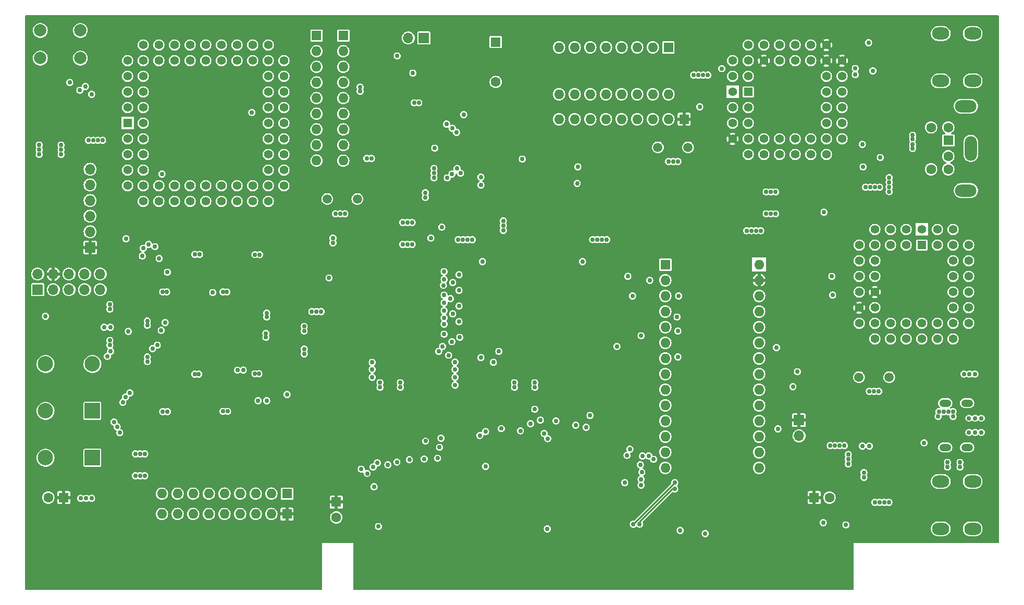
<source format=gbr>
%TF.GenerationSoftware,KiCad,Pcbnew,7.0.2*%
%TF.CreationDate,2024-02-27T21:07:56+01:00*%
%TF.ProjectId,v50_sbc,7635305f-7362-4632-9e6b-696361645f70,rev?*%
%TF.SameCoordinates,Original*%
%TF.FileFunction,Copper,L3,Inr*%
%TF.FilePolarity,Positive*%
%FSLAX46Y46*%
G04 Gerber Fmt 4.6, Leading zero omitted, Abs format (unit mm)*
G04 Created by KiCad (PCBNEW 7.0.2) date 2024-02-27 21:07:56*
%MOMM*%
%LPD*%
G01*
G04 APERTURE LIST*
%TA.AperFunction,ComponentPad*%
%ADD10R,1.600000X1.600000*%
%TD*%
%TA.AperFunction,ComponentPad*%
%ADD11C,1.600000*%
%TD*%
%TA.AperFunction,ComponentPad*%
%ADD12O,1.600000X1.600000*%
%TD*%
%TA.AperFunction,ComponentPad*%
%ADD13C,1.500000*%
%TD*%
%TA.AperFunction,ComponentPad*%
%ADD14O,3.500000X2.000000*%
%TD*%
%TA.AperFunction,ComponentPad*%
%ADD15O,2.000000X4.000000*%
%TD*%
%TA.AperFunction,ComponentPad*%
%ADD16R,1.700000X1.700000*%
%TD*%
%TA.AperFunction,ComponentPad*%
%ADD17O,1.700000X1.700000*%
%TD*%
%TA.AperFunction,ComponentPad*%
%ADD18C,2.000000*%
%TD*%
%TA.AperFunction,ComponentPad*%
%ADD19R,1.422400X1.422400*%
%TD*%
%TA.AperFunction,ComponentPad*%
%ADD20C,1.422400*%
%TD*%
%TA.AperFunction,ComponentPad*%
%ADD21O,1.900000X1.200000*%
%TD*%
%TA.AperFunction,ComponentPad*%
%ADD22O,2.800000X2.000000*%
%TD*%
%TA.AperFunction,ComponentPad*%
%ADD23R,2.500000X2.500000*%
%TD*%
%TA.AperFunction,ComponentPad*%
%ADD24C,2.500000*%
%TD*%
%TA.AperFunction,ViaPad*%
%ADD25C,0.750000*%
%TD*%
%TA.AperFunction,Conductor*%
%ADD26C,0.254000*%
%TD*%
G04 APERTURE END LIST*
D10*
%TO.N,Net-(LS1-Pad1)*%
%TO.C,LS1*%
X111252000Y-40279000D03*
D11*
%TO.N,GND*%
X111252000Y-46779000D03*
%TD*%
D10*
%TO.N,Net-(RN5-R1)*%
%TO.C,SW2*%
X139304000Y-41148000D03*
D12*
%TO.N,Net-(RN5-R2)*%
X136764000Y-41148000D03*
%TO.N,Net-(RN5-R3)*%
X134224000Y-41148000D03*
%TO.N,Net-(RN5-R4)*%
X131684000Y-41148000D03*
%TO.N,Net-(RN5-R5)*%
X129144000Y-41148000D03*
%TO.N,Net-(RN5-R6)*%
X126604000Y-41148000D03*
%TO.N,/nSER_DIS*%
X124064000Y-41148000D03*
%TO.N,Net-(RN5-R8)*%
X121524000Y-41148000D03*
%TO.N,GND*%
X121524000Y-48768000D03*
X124064000Y-48768000D03*
X126604000Y-48768000D03*
X129144000Y-48768000D03*
X131684000Y-48768000D03*
X134224000Y-48768000D03*
X136764000Y-48768000D03*
X139304000Y-48768000D03*
%TD*%
D13*
%TO.N,Net-(C20-Pad2)*%
%TO.C,Y1*%
X83873000Y-65786000D03*
%TO.N,Net-(C50-Pad2)*%
X88773000Y-65786000D03*
%TD*%
D10*
%TO.N,+5V*%
%TO.C,RN5*%
X141859000Y-52832000D03*
D12*
%TO.N,Net-(RN5-R1)*%
X139319000Y-52832000D03*
%TO.N,Net-(RN5-R2)*%
X136779000Y-52832000D03*
%TO.N,Net-(RN5-R3)*%
X134239000Y-52832000D03*
%TO.N,Net-(RN5-R4)*%
X131699000Y-52832000D03*
%TO.N,Net-(RN5-R5)*%
X129159000Y-52832000D03*
%TO.N,Net-(RN5-R6)*%
X126619000Y-52832000D03*
%TO.N,/nSER_DIS*%
X124079000Y-52832000D03*
%TO.N,Net-(RN5-R8)*%
X121539000Y-52832000D03*
%TD*%
D14*
%TO.N,N/C*%
%TO.C,J3*%
X187635000Y-64411000D03*
X187635000Y-50711000D03*
D10*
%TO.N,Net-(FB2-Pad2)*%
X184785000Y-56261000D03*
D11*
%TO.N,unconnected-(J3-Pad2)*%
X184785000Y-58861000D03*
%TO.N,GND*%
X184785000Y-54161000D03*
%TO.N,Net-(C29-Pad1)*%
X184785000Y-60961000D03*
%TO.N,Net-(FB1-Pad2)*%
X181985000Y-54161000D03*
%TO.N,unconnected-(J3-Pad6)*%
X181985000Y-60961000D03*
D15*
%TO.N,N/C*%
X188435000Y-57561000D03*
%TD*%
D10*
%TO.N,/LA14*%
%TO.C,U7*%
X138811000Y-76454000D03*
D12*
%TO.N,/LA12*%
X138811000Y-78994000D03*
%TO.N,/LA7*%
X138811000Y-81534000D03*
%TO.N,/LA6*%
X138811000Y-84074000D03*
%TO.N,/LA5*%
X138811000Y-86614000D03*
%TO.N,/LA4*%
X138811000Y-89154000D03*
%TO.N,/LA3*%
X138811000Y-91694000D03*
%TO.N,/LA2*%
X138811000Y-94234000D03*
%TO.N,/LA1*%
X138811000Y-96774000D03*
%TO.N,/LA0*%
X138811000Y-99314000D03*
%TO.N,/DD0*%
X138811000Y-101854000D03*
%TO.N,/DD1*%
X138811000Y-104394000D03*
%TO.N,/DD2*%
X138811000Y-106934000D03*
%TO.N,GND*%
X138811000Y-109474000D03*
%TO.N,/DD3*%
X154051000Y-109474000D03*
%TO.N,/DD4*%
X154051000Y-106934000D03*
%TO.N,/DD5*%
X154051000Y-104394000D03*
%TO.N,/DD6*%
X154051000Y-101854000D03*
%TO.N,/DD7*%
X154051000Y-99314000D03*
%TO.N,/nROM_CS*%
X154051000Y-96774000D03*
%TO.N,/LA10*%
X154051000Y-94234000D03*
%TO.N,/nBMRD*%
X154051000Y-91694000D03*
%TO.N,/LA11*%
X154051000Y-89154000D03*
%TO.N,/LA9*%
X154051000Y-86614000D03*
%TO.N,/LA8*%
X154051000Y-84074000D03*
%TO.N,/LA13*%
X154051000Y-81534000D03*
%TO.N,+5V*%
X154051000Y-78994000D03*
X154051000Y-76454000D03*
%TD*%
D10*
%TO.N,GND*%
%TO.C,RN4*%
X82137000Y-39243000D03*
D12*
%TO.N,/IRQ7*%
X82137000Y-41783000D03*
%TO.N,/IRQ5*%
X82137000Y-44323000D03*
%TO.N,/IRQ3*%
X82137000Y-46863000D03*
%TO.N,/KB_IRQ*%
X82137000Y-49403000D03*
%TO.N,/DRQ3*%
X82137000Y-51943000D03*
%TO.N,/DRQ1*%
X82137000Y-54483000D03*
%TO.N,/HLDRQ*%
X82137000Y-57023000D03*
%TO.N,unconnected-(RN4-R8-Pad9)*%
X82137000Y-59563000D03*
%TD*%
D16*
%TO.N,/TCK*%
%TO.C,J4*%
X36830000Y-80523000D03*
D17*
%TO.N,GND*%
X36830000Y-77983000D03*
%TO.N,/TDO*%
X39370000Y-80523000D03*
%TO.N,+5V*%
X39370000Y-77983000D03*
%TO.N,/TMS*%
X41910000Y-80523000D03*
%TO.N,unconnected-(J4-Pin_6-Pad6)*%
X41910000Y-77983000D03*
%TO.N,unconnected-(J4-Pin_7-Pad7)*%
X44450000Y-80523000D03*
%TO.N,unconnected-(J4-Pin_8-Pad8)*%
X44450000Y-77983000D03*
%TO.N,/TDI*%
X46990000Y-80523000D03*
%TO.N,GND*%
X46990000Y-77983000D03*
%TD*%
D18*
%TO.N,GND*%
%TO.C,SW1*%
X43763000Y-38390000D03*
X37263000Y-38390000D03*
%TO.N,/RSTSW*%
X43763000Y-42890000D03*
X37263000Y-42890000D03*
%TD*%
D13*
%TO.N,Net-(U6-XTAL1)*%
%TO.C,Y2*%
X137594000Y-57404000D03*
%TO.N,Net-(U6-XTAL2)*%
X142494000Y-57404000D03*
%TD*%
D10*
%TO.N,GND*%
%TO.C,RN1*%
X77343000Y-113665000D03*
D12*
%TO.N,unconnected-(RN1-R1-Pad2)*%
X74803000Y-113665000D03*
%TO.N,Net-(J1-LA23)*%
X72263000Y-113665000D03*
%TO.N,Net-(J1-LA22)*%
X69723000Y-113665000D03*
%TO.N,Net-(J1-LA21)*%
X67183000Y-113665000D03*
%TO.N,Net-(J1-LA20)*%
X64643000Y-113665000D03*
%TO.N,Net-(J1-LA19)*%
X62103000Y-113665000D03*
%TO.N,Net-(J1-LA18)*%
X59563000Y-113665000D03*
%TO.N,Net-(J1-LA17)*%
X57023000Y-113665000D03*
%TD*%
D16*
%TO.N,+5V*%
%TO.C,JP2*%
X160528000Y-101727000D03*
D17*
%TO.N,Net-(JP2-B)*%
X160528000Y-104267000D03*
%TD*%
D16*
%TO.N,+5V*%
%TO.C,J5*%
X45339000Y-73660000D03*
D17*
%TO.N,Net-(J5-Pin_2)*%
X45339000Y-71120000D03*
%TO.N,GND*%
X45339000Y-68580000D03*
%TO.N,/TBSW*%
X45339000Y-66040000D03*
%TO.N,GND*%
X45339000Y-63500000D03*
%TO.N,/RSTSW*%
X45339000Y-60960000D03*
%TD*%
D19*
%TO.N,N/C*%
%TO.C,U6*%
X152273000Y-48387000D03*
D20*
%TO.N,Net-(Q2-D)*%
X149733000Y-50927000D03*
%TO.N,Net-(U6-XTAL1)*%
X152273000Y-50927000D03*
%TO.N,Net-(U6-XTAL2)*%
X149733000Y-53467000D03*
%TO.N,/nRESOUT*%
X152273000Y-53467000D03*
%TO.N,+5V*%
X149733000Y-56007000D03*
%TO.N,/nKB_CS*%
X152273000Y-58547000D03*
%TO.N,GND*%
X152273000Y-56007000D03*
%TO.N,/nBIORD*%
X154813000Y-58547000D03*
%TO.N,/LA2*%
X154813000Y-56007000D03*
%TO.N,/nBIOWR*%
X157353000Y-58547000D03*
%TO.N,unconnected-(U6-SYNC-Pad12)*%
X157353000Y-56007000D03*
%TO.N,N/C*%
X159893000Y-58547000D03*
%TO.N,/DD0*%
X159893000Y-56007000D03*
%TO.N,/DD1*%
X162433000Y-58547000D03*
%TO.N,/DD2*%
X162433000Y-56007000D03*
%TO.N,/DD3*%
X164973000Y-58547000D03*
%TO.N,/DD4*%
X167513000Y-56007000D03*
%TO.N,/DD5*%
X164973000Y-56007000D03*
%TO.N,/DD6*%
X167513000Y-53467000D03*
%TO.N,/DD7*%
X164973000Y-53467000D03*
%TO.N,GND*%
X167513000Y-50927000D03*
%TO.N,N/C*%
X164973000Y-50927000D03*
%TO.N,unconnected-(U6-P20-Pad24)*%
X167513000Y-48387000D03*
%TO.N,/TBLED*%
X164973000Y-48387000D03*
%TO.N,Net-(RN5-R2)*%
X167513000Y-45847000D03*
%TO.N,Net-(RN5-R1)*%
X164973000Y-45847000D03*
%TO.N,+5V*%
X167513000Y-43307000D03*
X164973000Y-40767000D03*
X164973000Y-43307000D03*
%TO.N,Net-(RN5-R8)*%
X162433000Y-40767000D03*
%TO.N,/nSER_DIS*%
X162433000Y-43307000D03*
%TO.N,Net-(RN5-R6)*%
X159893000Y-40767000D03*
%TO.N,N/C*%
X159893000Y-43307000D03*
%TO.N,Net-(RN5-R5)*%
X157353000Y-40767000D03*
%TO.N,Net-(RN5-R4)*%
X157353000Y-43307000D03*
%TO.N,Net-(RN5-R3)*%
X154813000Y-40767000D03*
%TO.N,+5V*%
X154813000Y-43307000D03*
%TO.N,/KB_IRQ*%
X152273000Y-40767000D03*
%TO.N,/TBSW*%
X149733000Y-43307000D03*
%TO.N,Net-(Q2-G)*%
X152273000Y-43307000D03*
%TO.N,Net-(Q3-S)*%
X149733000Y-45847000D03*
%TO.N,Net-(Q3-D)*%
X152273000Y-45847000D03*
%TO.N,+5V*%
X149733000Y-48387000D03*
%TD*%
D16*
%TO.N,Net-(JP1-A)*%
%TO.C,JP1*%
X99573000Y-39624000D03*
D17*
%TO.N,Net-(JP1-B)*%
X97033000Y-39624000D03*
%TD*%
D13*
%TO.N,Net-(U10-XIN)*%
%TO.C,Y3*%
X175170000Y-94742000D03*
%TO.N,Net-(C44-Pad2)*%
X170270000Y-94742000D03*
%TD*%
D21*
%TO.N,Net-(J2-Shield)*%
%TO.C,J2*%
X184287000Y-106151000D03*
X187837000Y-106151000D03*
X184287000Y-98951000D03*
X187837000Y-98951000D03*
%TD*%
D22*
%TO.N,N/C*%
%TO.C,H1*%
X183540000Y-38898200D03*
X183540000Y-46598200D03*
X188740000Y-38898200D03*
X188740000Y-46598200D03*
%TD*%
D10*
%TO.N,GND*%
%TO.C,RN3*%
X86487000Y-39243000D03*
D12*
%TO.N,/IRQ6*%
X86487000Y-41783000D03*
%TO.N,/IRQ4*%
X86487000Y-44323000D03*
%TO.N,/IRQ2*%
X86487000Y-46863000D03*
%TO.N,/NMI*%
X86487000Y-49403000D03*
%TO.N,/DRQ2*%
X86487000Y-51943000D03*
%TO.N,/nDAK0*%
X86487000Y-54483000D03*
%TO.N,unconnected-(RN3-R7-Pad8)*%
X86487000Y-57023000D03*
%TO.N,unconnected-(RN3-R8-Pad9)*%
X86487000Y-59563000D03*
%TD*%
D10*
%TO.N,+5V*%
%TO.C,RN2*%
X77343000Y-116967000D03*
D12*
%TO.N,/nBUS16*%
X74803000Y-116967000D03*
%TO.N,Net-(J1-~{DACK0})*%
X72263000Y-116967000D03*
%TO.N,Net-(J1-~{DACK5})*%
X69723000Y-116967000D03*
%TO.N,Net-(J1-~{DACK6})*%
X67183000Y-116967000D03*
%TO.N,Net-(J1-~{DACK7})*%
X64643000Y-116967000D03*
%TO.N,Net-(J1-MASTER)*%
X62103000Y-116967000D03*
%TO.N,Net-(J1-~{MEMR})*%
X59563000Y-116967000D03*
%TO.N,Net-(J1-~{MEMW})*%
X57023000Y-116967000D03*
%TD*%
D10*
%TO.N,+5V*%
%TO.C,C17*%
X41060380Y-114300000D03*
D11*
%TO.N,GND*%
X38560380Y-114300000D03*
%TD*%
D23*
%TO.N,unconnected-(X1-EN-Pad1)*%
%TO.C,X1*%
X45720000Y-107823000D03*
X45720000Y-100203000D03*
D24*
%TO.N,GND*%
X45720000Y-92583000D03*
%TO.N,Net-(X1-OUT)*%
X38100000Y-92583000D03*
%TO.N,Net-(X1-Vcc)*%
X38100000Y-107823000D03*
X38100000Y-100203000D03*
%TD*%
D10*
%TO.N,+5V*%
%TO.C,C19*%
X162981000Y-114300000D03*
D11*
%TO.N,GND*%
X165481000Y-114300000D03*
%TD*%
D19*
%TO.N,+5V*%
%TO.C,U1*%
X51435000Y-53467000D03*
D20*
%TO.N,/RESOUT*%
X53975000Y-53467000D03*
%TO.N,/HLDAK*%
X51435000Y-56007000D03*
%TO.N,/HLDRQ*%
X53975000Y-56007000D03*
%TO.N,unconnected-(U1-~{REFRQ}-Pad5)*%
X51435000Y-58547000D03*
%TO.N,/A19*%
X53975000Y-58547000D03*
%TO.N,/A18*%
X51435000Y-61087000D03*
%TO.N,/A17*%
X53975000Y-61087000D03*
%TO.N,/A16*%
X51435000Y-63627000D03*
%TO.N,/AD15*%
X53975000Y-66167000D03*
%TO.N,/AD14*%
X53975000Y-63627000D03*
%TO.N,/AD13*%
X56515000Y-66167000D03*
%TO.N,/AD12*%
X56515000Y-63627000D03*
%TO.N,/AD11*%
X59055000Y-66167000D03*
%TO.N,/AD10*%
X59055000Y-63627000D03*
%TO.N,/AD9*%
X61595000Y-66167000D03*
%TO.N,/AD8*%
X61595000Y-63627000D03*
%TO.N,GND*%
X64135000Y-66167000D03*
%TO.N,/AD7*%
X64135000Y-63627000D03*
%TO.N,/AD6*%
X66675000Y-66167000D03*
%TO.N,/AD5*%
X66675000Y-63627000D03*
%TO.N,/AD4*%
X69215000Y-66167000D03*
%TO.N,/AD3*%
X69215000Y-63627000D03*
%TO.N,/AD2*%
X71755000Y-66167000D03*
%TO.N,/AD1*%
X71755000Y-63627000D03*
%TO.N,/AD0*%
X74295000Y-66167000D03*
%TO.N,/T{slash}C*%
X76835000Y-63627000D03*
%TO.N,unconnected-(U1-DMARQ0-Pad28)*%
X74295000Y-63627000D03*
%TO.N,/nDAK0*%
X76835000Y-61087000D03*
%TO.N,/DRQ1*%
X74295000Y-61087000D03*
%TO.N,/nDAK1*%
X76835000Y-58547000D03*
%TO.N,/DRQ2*%
X74295000Y-58547000D03*
%TO.N,/nDAK2*%
X76835000Y-56007000D03*
%TO.N,/DRQ3*%
X74295000Y-56007000D03*
%TO.N,/nDAK3*%
X76835000Y-53467000D03*
%TO.N,unconnected-(U1-~{INTAK}{slash}~{SRDY}{slash}TOUT1-Pad36)*%
X74295000Y-53467000D03*
%TO.N,/KB_IRQ*%
X76835000Y-50927000D03*
%TO.N,/IRQ2*%
X74295000Y-50927000D03*
%TO.N,/IRQ3*%
X76835000Y-48387000D03*
%TO.N,/IRQ4*%
X74295000Y-48387000D03*
%TO.N,/IRQ5*%
X76835000Y-45847000D03*
%TO.N,/IRQ6*%
X74295000Y-45847000D03*
%TO.N,/IRQ7*%
X76835000Y-43307000D03*
%TO.N,/TCLK*%
X74295000Y-40767000D03*
%TO.N,/TOUT2*%
X74295000Y-43307000D03*
%TO.N,/TCTL2*%
X71755000Y-40767000D03*
%TO.N,unconnected-(U1-~{POLL}-Pad47)*%
X71755000Y-43307000D03*
%TO.N,unconnected-(U1-QS1-Pad48)*%
X69215000Y-40767000D03*
%TO.N,unconnected-(U1-QS0-Pad49)*%
X69215000Y-43307000D03*
%TO.N,unconnected-(U1-ASTB-Pad50)*%
X66675000Y-40767000D03*
%TO.N,/nUBE*%
X66675000Y-43307000D03*
%TO.N,GND*%
X64135000Y-40767000D03*
%TO.N,unconnected-(U1-X2-Pad53)*%
X64135000Y-43307000D03*
%TO.N,/HCLK1*%
X61595000Y-40767000D03*
%TO.N,Net-(U1-CLKOUT)*%
X61595000Y-43307000D03*
%TO.N,unconnected-(U1-~{BUFEN}-Pad56)*%
X59055000Y-40767000D03*
%TO.N,unconnected-(U1-BUF~{R}{slash}W-Pad57)*%
X59055000Y-43307000D03*
%TO.N,unconnected-(U1-~{BUSLOCK}-Pad58)*%
X56515000Y-40767000D03*
%TO.N,unconnected-(U1-~{IOWR}-Pad59)*%
X56515000Y-43307000D03*
%TO.N,unconnected-(U1-~{MWR}-Pad60)*%
X53975000Y-40767000D03*
%TO.N,unconnected-(U1-~{IORD}-Pad61)*%
X51435000Y-43307000D03*
%TO.N,unconnected-(U1-~{MRD}-Pad62)*%
X53975000Y-43307000D03*
%TO.N,/BS0*%
X51435000Y-45847000D03*
%TO.N,/BS1*%
X53975000Y-45847000D03*
%TO.N,/BS2*%
X51435000Y-48387000D03*
%TO.N,/NMI*%
X53975000Y-48387000D03*
%TO.N,/RDY*%
X51435000Y-50927000D03*
%TO.N,Net-(D1-A)*%
X53975000Y-50927000D03*
%TD*%
D19*
%TO.N,N/C*%
%TO.C,U10*%
X180467000Y-73279000D03*
D20*
%TO.N,/DD0*%
X177927000Y-70739000D03*
%TO.N,/DD1*%
X177927000Y-73279000D03*
%TO.N,/DD2*%
X175387000Y-70739000D03*
%TO.N,/DD3*%
X175387000Y-73279000D03*
%TO.N,/DD4*%
X172847000Y-70739000D03*
%TO.N,/DD5*%
X170307000Y-73279000D03*
%TO.N,/DD6*%
X172847000Y-73279000D03*
%TO.N,/DD7*%
X170307000Y-75819000D03*
%TO.N,Net-(U10-RCLK)*%
X172847000Y-75819000D03*
%TO.N,/RX*%
X170307000Y-78359000D03*
%TO.N,N/C*%
X172847000Y-78359000D03*
%TO.N,/TX*%
X170307000Y-80899000D03*
%TO.N,+5V*%
X172847000Y-80899000D03*
X170307000Y-83439000D03*
%TO.N,/nSER_CS*%
X172847000Y-83439000D03*
%TO.N,Net-(U10-RCLK)*%
X170307000Y-85979000D03*
%TO.N,Net-(U10-XIN)*%
X172847000Y-88519000D03*
%TO.N,Net-(U10-XOUT)*%
X172847000Y-85979000D03*
%TO.N,/nBIOWR*%
X175387000Y-88519000D03*
%TO.N,GND*%
X175387000Y-85979000D03*
X177927000Y-88519000D03*
%TO.N,N/C*%
X177927000Y-85979000D03*
%TO.N,/nBIORD*%
X180467000Y-88519000D03*
%TO.N,GND*%
X180467000Y-85979000D03*
%TO.N,unconnected-(U10-DDIS-Pad26)*%
X183007000Y-88519000D03*
%TO.N,unconnected-(U10-~{TXRDY}-Pad27)*%
X183007000Y-85979000D03*
%TO.N,GND*%
X185547000Y-88519000D03*
%TO.N,/LA2*%
X188087000Y-85979000D03*
%TO.N,/LA1*%
X185547000Y-85979000D03*
%TO.N,/LA0*%
X188087000Y-83439000D03*
%TO.N,unconnected-(U10-~{RXRDY}-Pad32)*%
X185547000Y-83439000D03*
%TO.N,/SER_INT*%
X188087000Y-80899000D03*
%TO.N,N/C*%
X185547000Y-80899000D03*
%TO.N,unconnected-(U10-~{OUT2}-Pad35)*%
X188087000Y-78359000D03*
%TO.N,/nRTS*%
X185547000Y-78359000D03*
%TO.N,/nDTR*%
X188087000Y-75819000D03*
%TO.N,unconnected-(U10-~{OUT1}-Pad38)*%
X185547000Y-75819000D03*
%TO.N,/SER_RST*%
X188087000Y-73279000D03*
%TO.N,/nCTS*%
X185547000Y-70739000D03*
%TO.N,/nDSR*%
X185547000Y-73279000D03*
%TO.N,unconnected-(U10-~{DCD}-Pad42)*%
X183007000Y-70739000D03*
%TO.N,unconnected-(U10-~{RI}-Pad43)*%
X183007000Y-73279000D03*
%TO.N,+5V*%
X180467000Y-70739000D03*
%TD*%
D10*
%TO.N,+5V*%
%TO.C,C18*%
X85344000Y-115022621D03*
D11*
%TO.N,GND*%
X85344000Y-117522621D03*
%TD*%
D22*
%TO.N,N/C*%
%TO.C,H2*%
X183540000Y-111669200D03*
X183540000Y-119369200D03*
X188740000Y-111669200D03*
X188740000Y-119369200D03*
%TD*%
D25*
%TO.N,/nBUS16*%
X51562000Y-87301995D03*
%TO.N,/HLDAK*%
X105541001Y-61599001D03*
X106045000Y-52070000D03*
X132207000Y-111887000D03*
%TO.N,/DRQ1*%
X104146293Y-61722000D03*
X104201389Y-54298700D03*
%TO.N,/nDAK1*%
X103378000Y-62357000D03*
X103259983Y-53612900D03*
%TO.N,/DRQ2*%
X134874000Y-112268000D03*
X125926700Y-102870000D03*
%TO.N,/IRQ2*%
X126574700Y-100965000D03*
X134873500Y-111315298D03*
%TO.N,/IRQ4*%
X115570000Y-59309000D03*
%TO.N,/RDY*%
X53975000Y-73787000D03*
%TO.N,/nBMRD*%
X134874000Y-88011000D03*
%TO.N,/nBMWR*%
X117602000Y-99949000D03*
X141224000Y-119634000D03*
X105283000Y-80645000D03*
%TO.N,/LA19*%
X102870000Y-77597000D03*
X121031971Y-101833627D03*
%TO.N,/LA17*%
X102870000Y-78867000D03*
X116903500Y-102298500D03*
%TO.N,/LA15*%
X102742408Y-79811120D03*
X112159949Y-103085649D03*
%TO.N,/LA13*%
X102870000Y-81407000D03*
X108648500Y-104203500D03*
%TO.N,/LA8*%
X133477000Y-81534000D03*
X140970000Y-81534000D03*
X102870000Y-82677000D03*
X99631500Y-108013500D03*
%TO.N,/LA7*%
X102870000Y-83947000D03*
X97218500Y-108140500D03*
%TO.N,/LA6*%
X102870000Y-85090000D03*
X95186500Y-108521500D03*
%TO.N,/LA5*%
X93726000Y-108966000D03*
X102870000Y-86106000D03*
%TO.N,/LA4*%
X102870000Y-87757000D03*
X92023316Y-108654700D03*
%TO.N,/LA3*%
X104140000Y-88957300D03*
X91318616Y-109341384D03*
%TO.N,/LA2*%
X159530899Y-96266000D03*
X101981000Y-90551000D03*
X89408000Y-109670700D03*
X164585500Y-67945000D03*
%TO.N,/LA1*%
X90358730Y-110375400D03*
X156863900Y-89916503D03*
X108839000Y-91567000D03*
%TO.N,/LA11*%
X99840504Y-105125366D03*
X105410000Y-88265000D03*
%TO.N,/LA12*%
X105283000Y-85725000D03*
X140716000Y-84963000D03*
X102362000Y-104648000D03*
%TO.N,/LA10*%
X102123114Y-106129814D03*
X104267000Y-84455000D03*
X140843000Y-91440000D03*
X140843000Y-87249000D03*
%TO.N,/LA9*%
X101790500Y-107906863D03*
X105283000Y-83185000D03*
%TO.N,/LA14*%
X136271000Y-78994000D03*
X109601000Y-103574700D03*
X103886000Y-81972300D03*
%TO.N,/LA18*%
X118491000Y-101727000D03*
X104267002Y-79375000D03*
%TO.N,/LA16*%
X105283000Y-78105000D03*
X115252500Y-103441500D03*
%TO.N,/DD0*%
X135087723Y-107548126D03*
%TO.N,/DD1*%
X136109425Y-107523021D03*
%TO.N,/DD2*%
X136906000Y-108077000D03*
%TO.N,/DD7*%
X111760000Y-90551000D03*
X110871000Y-92329000D03*
%TO.N,/DD8*%
X91186000Y-92329000D03*
X51816000Y-97282000D03*
%TO.N,/DD9*%
X91186000Y-93472000D03*
X51111300Y-97936298D03*
%TO.N,/DD10*%
X50654100Y-98818385D03*
X91186000Y-94742000D03*
%TO.N,/DD11*%
X50165000Y-103759000D03*
X104648000Y-96012000D03*
%TO.N,/DD12*%
X49739700Y-102812700D03*
X104648000Y-94742000D03*
%TO.N,/DD13*%
X49221170Y-102013470D03*
X104648000Y-93472000D03*
%TO.N,/DD14*%
X104648000Y-92261700D03*
X48153664Y-91347619D03*
X47625000Y-86614000D03*
%TO.N,/DD15*%
X48677312Y-90551732D03*
X48641000Y-86614000D03*
X103587449Y-91160851D03*
%TO.N,GND*%
X95758000Y-96393000D03*
X89219000Y-47625000D03*
X85217000Y-68199000D03*
X47371000Y-56261000D03*
X168529000Y-108839000D03*
X185547000Y-100330000D03*
X74041000Y-84963000D03*
X117602000Y-96393000D03*
X172085000Y-63881000D03*
X171323000Y-63881000D03*
X153543000Y-70932000D03*
X84803500Y-72898000D03*
X114300000Y-95631000D03*
X155956000Y-68199000D03*
X57785000Y-80899000D03*
X91059000Y-59182000D03*
X54635887Y-85606357D03*
X114300000Y-96393000D03*
X112480113Y-70104000D03*
X80115018Y-86486704D03*
X97663000Y-73152000D03*
X97982000Y-50165000D03*
X72135704Y-74824982D03*
X172847000Y-63881000D03*
X45593000Y-114427000D03*
X40640000Y-57785000D03*
X155194000Y-68199000D03*
X53467000Y-110744000D03*
X48548982Y-83693296D03*
X156718000Y-64643000D03*
X42037000Y-46863000D03*
X172521800Y-44958000D03*
X171831000Y-40386000D03*
X86741000Y-68199000D03*
X178999000Y-56926000D03*
X106680000Y-72390000D03*
X89219000Y-48260000D03*
X173609000Y-63881000D03*
X48548982Y-82931296D03*
X37084000Y-57023000D03*
X144184500Y-45659000D03*
X165608000Y-105852000D03*
X107442000Y-72390000D03*
X80115018Y-87248704D03*
X48548982Y-89535296D03*
X72897704Y-74824982D03*
X101219000Y-60833000D03*
X175133000Y-115062000D03*
X40640000Y-57023000D03*
X185547000Y-101092000D03*
X53467000Y-107188000D03*
X152019000Y-70932000D03*
X99822000Y-64767000D03*
X74041000Y-84328000D03*
X140081000Y-59690000D03*
X168529000Y-107315000D03*
X92456000Y-95631000D03*
X38100000Y-84836000D03*
X139319000Y-59690000D03*
X178999000Y-57561000D03*
X54650941Y-92192432D03*
X174371000Y-115062000D03*
X66929296Y-100295018D03*
X175183800Y-62306200D03*
X166370000Y-105852000D03*
X155956000Y-64643000D03*
X145288000Y-120142000D03*
X144946500Y-45659000D03*
X52705000Y-107188000D03*
X184658000Y-109347000D03*
X172847000Y-115062000D03*
X186690000Y-108585000D03*
X63119000Y-74803000D03*
X62357000Y-74803000D03*
X57912000Y-100330000D03*
X37084000Y-58547000D03*
X154305000Y-70932000D03*
X82898500Y-84074000D03*
X96139000Y-69596000D03*
X173482000Y-97028000D03*
X152781000Y-70932000D03*
X101219000Y-62357000D03*
X145708500Y-45659000D03*
X46609000Y-56261000D03*
X62357000Y-94234000D03*
X143422500Y-45659000D03*
X167132000Y-105852000D03*
X85979000Y-68199000D03*
X171069000Y-110998000D03*
X43815000Y-114427000D03*
X171069000Y-110236000D03*
X172720000Y-97028000D03*
X189103000Y-94221000D03*
X98744000Y-50165000D03*
X96901000Y-73152000D03*
X128524000Y-72377000D03*
X90297000Y-59182000D03*
X96139000Y-73152000D03*
X184785000Y-100330000D03*
X101219000Y-61595000D03*
X73914000Y-88265000D03*
X52705000Y-110744000D03*
X81374500Y-84074000D03*
X40640000Y-58547000D03*
X54644012Y-86315314D03*
X62992000Y-94234000D03*
X67564000Y-80899000D03*
X48548982Y-88773296D03*
X171958000Y-97028000D03*
X66929000Y-80899000D03*
X183134000Y-101092000D03*
X173609000Y-115062000D03*
X57150000Y-100330000D03*
X54229000Y-110744000D03*
X105918000Y-72390000D03*
X105156000Y-72390000D03*
X54229000Y-107188000D03*
X168529000Y-108077000D03*
X140843000Y-59690000D03*
X97663000Y-69596000D03*
X92456000Y-96393000D03*
X186690000Y-109347000D03*
X67691296Y-100295018D03*
X117602000Y-95631000D03*
X180856000Y-105402000D03*
X44704000Y-114427000D03*
X57150000Y-80899000D03*
X84803500Y-72136000D03*
X184023000Y-100330000D03*
X183261000Y-100330000D03*
X80137000Y-90170000D03*
X167894000Y-105852000D03*
X178999000Y-56037000D03*
X170942000Y-60579000D03*
X82136500Y-84074000D03*
X175183800Y-64592200D03*
X178999000Y-55402000D03*
X80137000Y-90932000D03*
X155194000Y-64643000D03*
X184658000Y-108585000D03*
X45085000Y-56261000D03*
X99822000Y-65529000D03*
X175183800Y-63068200D03*
X187325000Y-94221000D03*
X54638288Y-91448768D03*
X72136000Y-94192113D03*
X112480113Y-70866000D03*
X188214000Y-94221000D03*
X175183800Y-63830200D03*
X95250000Y-42545000D03*
X73914000Y-87630000D03*
X156718000Y-68199000D03*
X84168500Y-78613000D03*
X37084000Y-57785000D03*
X95758000Y-95631000D03*
X127762000Y-72377000D03*
X96901000Y-69596000D03*
X45847000Y-56261000D03*
X129286000Y-72377000D03*
X127000000Y-72377000D03*
X112480113Y-69342000D03*
X72771000Y-94192113D03*
%TO.N,/LA0*%
X102489000Y-70355000D03*
X157099000Y-103124000D03*
X160274000Y-93853000D03*
X56261000Y-89535000D03*
X132715000Y-78359000D03*
%TO.N,+5V*%
X58928000Y-110744000D03*
X50419000Y-82636666D03*
X148996400Y-68199000D03*
X59690000Y-110744000D03*
X91465400Y-73152000D03*
X40640000Y-84772000D03*
X78245000Y-87543334D03*
X148996400Y-64643000D03*
X178435000Y-42926000D03*
X89941400Y-73152000D03*
X126238000Y-74663000D03*
X91059000Y-56134000D03*
X151257000Y-73218000D03*
X91465400Y-69596000D03*
X145478000Y-41974000D03*
X63413630Y-76708000D03*
X46609000Y-114427000D03*
X149758400Y-64643000D03*
X73192334Y-76708000D03*
X76962000Y-73025000D03*
X56854366Y-98417390D03*
X98744000Y-47117000D03*
X45085000Y-52451000D03*
X89941400Y-69596000D03*
X50419000Y-83947000D03*
X59690000Y-107188000D03*
X78232000Y-89916000D03*
X87851500Y-72136000D03*
X60452000Y-107188000D03*
X67945000Y-98425000D03*
X104394000Y-75438000D03*
X97982000Y-47117000D03*
X170561000Y-66929000D03*
X166497000Y-108839000D03*
X151257000Y-73980000D03*
X175183800Y-61036200D03*
X78232000Y-91186000D03*
X71882000Y-76708000D03*
X102489000Y-64389000D03*
X45847000Y-52451000D03*
X166497000Y-108077000D03*
X142660500Y-47945000D03*
X40640000Y-52324000D03*
X58206805Y-98425000D03*
X178917600Y-50952400D03*
X93218000Y-41021000D03*
X37084000Y-51562000D03*
X47275901Y-114427000D03*
X87851500Y-72898000D03*
X49784000Y-69596000D03*
X101727000Y-64389000D03*
X60452000Y-110744000D03*
X170561000Y-66167000D03*
X40640000Y-51562000D03*
X142660500Y-48707000D03*
X40640000Y-50800000D03*
X47371000Y-52451000D03*
X39497000Y-46736000D03*
X172521800Y-46482000D03*
X50406333Y-89839858D03*
X165862000Y-87757000D03*
X62103000Y-76708000D03*
X126238000Y-75425000D03*
X78245000Y-86192195D03*
X50419000Y-88478666D03*
X90703400Y-73152000D03*
X90297000Y-56134000D03*
X150520400Y-64643000D03*
X175183800Y-60274200D03*
X58928000Y-107188000D03*
X66617201Y-98425000D03*
X178917600Y-52578000D03*
X84168500Y-80518000D03*
X37084000Y-52324000D03*
X104394000Y-74676000D03*
X150520400Y-68199000D03*
X37084000Y-50800000D03*
X170815000Y-58928000D03*
X149758400Y-68199000D03*
X90703400Y-69596000D03*
X46609000Y-52451000D03*
%TO.N,/TCK*%
X65278296Y-80984113D03*
%TO.N,/TDO*%
X57912296Y-77682113D03*
%TO.N,/TMS*%
X57531000Y-85852000D03*
%TO.N,/TDI*%
X56905701Y-87112299D03*
%TO.N,/nLRAM_CS*%
X125349000Y-75946000D03*
X130937000Y-89731700D03*
%TO.N,/nHRAM_CS*%
X102616000Y-89726900D03*
X109093000Y-75946000D03*
%TO.N,/nBHE*%
X55488170Y-90092113D03*
X100711000Y-72133000D03*
%TO.N,/RESOUT*%
X97790000Y-45339000D03*
X132581500Y-107434334D03*
X134983276Y-110160427D03*
X164465000Y-118364000D03*
X54864000Y-73152000D03*
%TO.N,/BUSCLK*%
X119634000Y-119380000D03*
X109601000Y-109220000D03*
X77343000Y-97536000D03*
%TO.N,/NMI*%
X71628000Y-51720900D03*
X101346000Y-57531000D03*
%TO.N,/nBIOWR*%
X119126000Y-103886000D03*
X74041000Y-98552000D03*
X140335000Y-112903000D03*
X134629701Y-118608299D03*
%TO.N,/nBIORD*%
X119697853Y-104711147D03*
X72644000Y-98552000D03*
X133604000Y-118618000D03*
X140335000Y-111887000D03*
%TO.N,/BALE*%
X69278297Y-93599000D03*
%TO.N,/BRDY*%
X124237900Y-102540303D03*
X70231000Y-93599000D03*
%TO.N,/BOSC*%
X92202000Y-118999000D03*
X91468703Y-112546165D03*
X108839000Y-62230000D03*
%TO.N,/nRESOUT*%
X144399000Y-50800000D03*
%TO.N,Net-(D1-A)*%
X45593000Y-48768000D03*
%TO.N,Net-(Q2-D)*%
X169672000Y-45593000D03*
%TO.N,Net-(Q2-G)*%
X169672000Y-44577000D03*
%TO.N,/SER_INT*%
X124587000Y-60579000D03*
%TO.N,/TX*%
X165989000Y-81407000D03*
X171958000Y-105918000D03*
%TO.N,/RX*%
X170815000Y-105918000D03*
X165862000Y-78359000D03*
%TO.N,Net-(J2-Shield)*%
X189137000Y-103701000D03*
X188137000Y-101401000D03*
X190137000Y-103701000D03*
X189137000Y-101401000D03*
X190137000Y-101401000D03*
X188137000Y-103701000D03*
%TO.N,/SER_RST*%
X173736000Y-59055000D03*
%TO.N,/IOCHK*%
X133038697Y-106426000D03*
X134747000Y-108966000D03*
X124478899Y-63246000D03*
X168148000Y-118745000D03*
%TO.N,/nDAK0*%
X104971700Y-60835107D03*
X104884592Y-54963965D03*
%TO.N,/TCTL2*%
X55880000Y-73533000D03*
X57023000Y-61722000D03*
%TO.N,Net-(J5-Pin_2)*%
X53848000Y-75057000D03*
%TO.N,/TBSW*%
X43688000Y-48133000D03*
%TO.N,/TBLED*%
X147970917Y-44592917D03*
X51181000Y-72263000D03*
X44577000Y-47498000D03*
%TO.N,/NMI_EN*%
X108839000Y-63500000D03*
X56572300Y-75438000D03*
%TO.N,/nSER_DIS*%
X170815000Y-56896000D03*
%TD*%
D26*
%TO.N,/nBIOWR*%
X134629701Y-118238877D02*
X139965578Y-112903000D01*
X139965578Y-112903000D02*
X140335000Y-112903000D01*
X134629701Y-118608299D02*
X134629701Y-118238877D01*
%TO.N,/nBIORD*%
X133604000Y-118618000D02*
X140335000Y-111887000D01*
%TD*%
%TA.AperFunction,Conductor*%
%TO.N,+5V*%
G36*
X192942539Y-35961185D02*
G01*
X192988294Y-36013989D01*
X192999500Y-36065500D01*
X192999500Y-121541500D01*
X192979815Y-121608539D01*
X192927011Y-121654294D01*
X192875500Y-121665500D01*
X169442760Y-121665500D01*
X169442554Y-121665459D01*
X169417999Y-121665459D01*
X169417900Y-121665500D01*
X169417618Y-121665615D01*
X169417615Y-121665618D01*
X169417459Y-121665999D01*
X169417476Y-121690616D01*
X169417471Y-121690616D01*
X169417500Y-121690759D01*
X169417500Y-129161500D01*
X169397815Y-129228539D01*
X169345011Y-129274294D01*
X169293500Y-129285500D01*
X88262500Y-129285500D01*
X88195461Y-129265815D01*
X88149706Y-129213011D01*
X88138500Y-129161500D01*
X88138500Y-121690759D01*
X88138528Y-121690616D01*
X88138524Y-121690616D01*
X88138539Y-121666002D01*
X88138541Y-121666000D01*
X88138462Y-121665808D01*
X88138384Y-121665618D01*
X88138383Y-121665617D01*
X88138379Y-121665615D01*
X88138097Y-121665499D01*
X88138000Y-121665459D01*
X88113446Y-121665459D01*
X88113240Y-121665500D01*
X83082760Y-121665500D01*
X83082554Y-121665459D01*
X83057999Y-121665459D01*
X83057900Y-121665500D01*
X83057618Y-121665615D01*
X83057615Y-121665618D01*
X83057459Y-121665999D01*
X83057476Y-121690616D01*
X83057471Y-121690616D01*
X83057500Y-121690759D01*
X83057500Y-129161500D01*
X83037815Y-129228539D01*
X82985011Y-129274294D01*
X82933500Y-129285500D01*
X34922500Y-129285500D01*
X34855461Y-129265815D01*
X34809706Y-129213011D01*
X34798500Y-129161500D01*
X34798500Y-118999000D01*
X91618305Y-118999000D01*
X91638195Y-119150071D01*
X91696505Y-119290846D01*
X91789265Y-119411734D01*
X91882049Y-119482929D01*
X91910153Y-119504494D01*
X92050929Y-119562805D01*
X92182110Y-119580075D01*
X92201999Y-119582694D01*
X92201999Y-119582693D01*
X92202000Y-119582694D01*
X92353071Y-119562805D01*
X92493847Y-119504494D01*
X92614734Y-119411734D01*
X92639084Y-119380000D01*
X119050305Y-119380000D01*
X119070195Y-119531071D01*
X119128505Y-119671846D01*
X119221265Y-119792734D01*
X119342152Y-119885493D01*
X119342153Y-119885494D01*
X119482929Y-119943805D01*
X119614110Y-119961075D01*
X119633999Y-119963694D01*
X119633999Y-119963693D01*
X119634000Y-119963694D01*
X119785071Y-119943805D01*
X119925847Y-119885494D01*
X120046734Y-119792734D01*
X120139494Y-119671847D01*
X120155171Y-119634000D01*
X140640305Y-119634000D01*
X140660195Y-119785071D01*
X140718505Y-119925846D01*
X140811265Y-120046734D01*
X140932152Y-120139494D01*
X140932153Y-120139494D01*
X141072929Y-120197805D01*
X141224000Y-120217694D01*
X141375071Y-120197805D01*
X141509799Y-120141999D01*
X144704305Y-120141999D01*
X144724195Y-120293071D01*
X144782505Y-120433846D01*
X144875265Y-120554734D01*
X144898940Y-120572900D01*
X144996153Y-120647494D01*
X145136929Y-120705805D01*
X145268109Y-120723075D01*
X145287999Y-120725694D01*
X145287999Y-120725693D01*
X145288000Y-120725694D01*
X145439071Y-120705805D01*
X145579847Y-120647494D01*
X145700734Y-120554734D01*
X145793494Y-120433847D01*
X145851805Y-120293071D01*
X145871694Y-120142000D01*
X145851805Y-119990929D01*
X145793494Y-119850153D01*
X145743555Y-119785071D01*
X145700734Y-119729265D01*
X145579846Y-119636505D01*
X145439071Y-119578195D01*
X145288000Y-119558305D01*
X145136928Y-119578195D01*
X144996153Y-119636505D01*
X144875265Y-119729265D01*
X144782505Y-119850153D01*
X144724195Y-119990928D01*
X144704305Y-120141999D01*
X141509799Y-120141999D01*
X141515847Y-120139494D01*
X141636734Y-120046734D01*
X141729494Y-119925847D01*
X141787805Y-119785071D01*
X141807694Y-119634000D01*
X141787805Y-119482929D01*
X141786898Y-119480739D01*
X181936300Y-119480739D01*
X181977290Y-119700019D01*
X182035453Y-119850153D01*
X182057877Y-119908036D01*
X182175310Y-120097699D01*
X182325596Y-120262555D01*
X182503619Y-120396991D01*
X182703311Y-120496427D01*
X182837215Y-120534525D01*
X182917873Y-120557474D01*
X183084347Y-120572900D01*
X183087219Y-120572900D01*
X183992781Y-120572900D01*
X183995653Y-120572900D01*
X184162127Y-120557474D01*
X184296032Y-120519374D01*
X184376688Y-120496427D01*
X184378323Y-120495612D01*
X184576381Y-120396991D01*
X184754402Y-120262556D01*
X184904689Y-120097699D01*
X185022124Y-119908034D01*
X185102710Y-119700019D01*
X185143700Y-119480739D01*
X187136300Y-119480739D01*
X187177290Y-119700019D01*
X187235453Y-119850153D01*
X187257877Y-119908036D01*
X187375310Y-120097699D01*
X187525596Y-120262555D01*
X187703619Y-120396991D01*
X187903311Y-120496427D01*
X188037215Y-120534525D01*
X188117873Y-120557474D01*
X188284347Y-120572900D01*
X188287219Y-120572900D01*
X189192781Y-120572900D01*
X189195653Y-120572900D01*
X189362127Y-120557474D01*
X189496032Y-120519374D01*
X189576688Y-120496427D01*
X189578323Y-120495612D01*
X189776381Y-120396991D01*
X189954402Y-120262556D01*
X190104689Y-120097699D01*
X190222124Y-119908034D01*
X190302710Y-119700019D01*
X190343700Y-119480739D01*
X190343700Y-119257661D01*
X190302710Y-119038381D01*
X190222124Y-118830366D01*
X190184172Y-118769071D01*
X190104689Y-118640700D01*
X189954403Y-118475844D01*
X189776380Y-118341408D01*
X189576688Y-118241972D01*
X189362128Y-118180926D01*
X189198513Y-118165765D01*
X189198512Y-118165764D01*
X189195653Y-118165500D01*
X188284347Y-118165500D01*
X188281488Y-118165764D01*
X188281486Y-118165765D01*
X188117871Y-118180926D01*
X187903311Y-118241972D01*
X187703619Y-118341408D01*
X187525596Y-118475844D01*
X187375310Y-118640700D01*
X187257877Y-118830363D01*
X187230843Y-118900145D01*
X187177290Y-119038381D01*
X187136300Y-119257661D01*
X187136300Y-119480739D01*
X185143700Y-119480739D01*
X185143700Y-119257661D01*
X185102710Y-119038381D01*
X185022124Y-118830366D01*
X184984172Y-118769071D01*
X184904689Y-118640700D01*
X184754403Y-118475844D01*
X184576380Y-118341408D01*
X184376688Y-118241972D01*
X184162128Y-118180926D01*
X183998513Y-118165765D01*
X183998512Y-118165764D01*
X183995653Y-118165500D01*
X183084347Y-118165500D01*
X183081488Y-118165764D01*
X183081486Y-118165765D01*
X182917871Y-118180926D01*
X182703311Y-118241972D01*
X182503619Y-118341408D01*
X182325596Y-118475844D01*
X182175310Y-118640700D01*
X182057877Y-118830363D01*
X182030843Y-118900145D01*
X181977290Y-119038381D01*
X181936300Y-119257661D01*
X181936300Y-119480739D01*
X141786898Y-119480739D01*
X141729494Y-119342153D01*
X141703905Y-119308805D01*
X141636734Y-119221265D01*
X141515846Y-119128505D01*
X141375071Y-119070195D01*
X141223999Y-119050305D01*
X141072928Y-119070195D01*
X140932153Y-119128505D01*
X140811265Y-119221265D01*
X140718505Y-119342153D01*
X140660195Y-119482928D01*
X140640305Y-119634000D01*
X120155171Y-119634000D01*
X120197805Y-119531071D01*
X120217694Y-119380000D01*
X120197805Y-119228929D01*
X120139494Y-119088153D01*
X120101303Y-119038381D01*
X120046734Y-118967265D01*
X119925846Y-118874505D01*
X119785071Y-118816195D01*
X119633999Y-118796305D01*
X119482928Y-118816195D01*
X119342153Y-118874505D01*
X119221265Y-118967265D01*
X119128505Y-119088153D01*
X119070195Y-119228928D01*
X119050305Y-119380000D01*
X92639084Y-119380000D01*
X92707494Y-119290847D01*
X92765805Y-119150071D01*
X92785694Y-118999000D01*
X92765805Y-118847929D01*
X92707494Y-118707153D01*
X92639085Y-118618000D01*
X133020305Y-118618000D01*
X133040195Y-118769071D01*
X133098505Y-118909846D01*
X133191265Y-119030734D01*
X133299510Y-119113793D01*
X133312153Y-119123494D01*
X133452929Y-119181805D01*
X133604000Y-119201694D01*
X133755071Y-119181805D01*
X133895847Y-119123494D01*
X134016734Y-119030734D01*
X134022194Y-119023617D01*
X134078620Y-118982413D01*
X134148366Y-118978256D01*
X134209288Y-119012467D01*
X134216203Y-119020447D01*
X134237575Y-119036846D01*
X134337854Y-119113793D01*
X134478630Y-119172104D01*
X134629701Y-119191993D01*
X134780772Y-119172104D01*
X134921548Y-119113793D01*
X135042435Y-119021033D01*
X135135195Y-118900146D01*
X135193506Y-118759370D01*
X135213395Y-118608299D01*
X135193506Y-118457228D01*
X135154890Y-118364000D01*
X163881305Y-118364000D01*
X163901195Y-118515071D01*
X163959505Y-118655846D01*
X164052265Y-118776734D01*
X164145049Y-118847929D01*
X164173153Y-118869494D01*
X164313929Y-118927805D01*
X164465000Y-118947694D01*
X164616071Y-118927805D01*
X164756847Y-118869494D01*
X164877734Y-118776734D01*
X164902084Y-118745000D01*
X167564305Y-118745000D01*
X167584195Y-118896071D01*
X167642505Y-119036846D01*
X167735265Y-119157734D01*
X167828049Y-119228929D01*
X167856153Y-119250494D01*
X167996929Y-119308805D01*
X168128109Y-119326075D01*
X168147999Y-119328694D01*
X168147999Y-119328693D01*
X168148000Y-119328694D01*
X168299071Y-119308805D01*
X168439847Y-119250494D01*
X168560734Y-119157734D01*
X168653494Y-119036847D01*
X168711805Y-118896071D01*
X168731694Y-118745000D01*
X168711805Y-118593929D01*
X168653494Y-118453153D01*
X168624452Y-118415305D01*
X168560734Y-118332265D01*
X168439846Y-118239505D01*
X168299071Y-118181195D01*
X168148000Y-118161305D01*
X167996928Y-118181195D01*
X167856153Y-118239505D01*
X167735265Y-118332265D01*
X167642505Y-118453153D01*
X167584195Y-118593928D01*
X167564305Y-118745000D01*
X164902084Y-118745000D01*
X164970494Y-118655847D01*
X165028805Y-118515071D01*
X165048694Y-118364000D01*
X165028805Y-118212929D01*
X164970494Y-118072153D01*
X164931242Y-118020999D01*
X164877734Y-117951265D01*
X164756846Y-117858505D01*
X164616071Y-117800195D01*
X164465000Y-117780305D01*
X164313928Y-117800195D01*
X164173153Y-117858505D01*
X164052265Y-117951265D01*
X163959505Y-118072153D01*
X163901195Y-118212928D01*
X163881305Y-118364000D01*
X135154890Y-118364000D01*
X135135195Y-118316452D01*
X135135193Y-118316449D01*
X135133104Y-118311406D01*
X135125635Y-118241936D01*
X135156910Y-118179457D01*
X135159955Y-118176301D01*
X139286257Y-114050000D01*
X161927000Y-114050000D01*
X162665314Y-114050000D01*
X162653359Y-114061955D01*
X162595835Y-114174852D01*
X162576014Y-114300000D01*
X162595835Y-114425148D01*
X162653359Y-114538045D01*
X162665314Y-114550000D01*
X161927001Y-114550000D01*
X161927001Y-115125015D01*
X161941737Y-115199107D01*
X161997874Y-115283123D01*
X162081893Y-115339262D01*
X162155984Y-115353999D01*
X162730999Y-115353999D01*
X162731000Y-115353998D01*
X162731000Y-114615685D01*
X162742955Y-114627641D01*
X162855852Y-114685165D01*
X162949519Y-114700000D01*
X163012481Y-114700000D01*
X163106148Y-114685165D01*
X163219045Y-114627641D01*
X163231000Y-114615686D01*
X163231000Y-115353999D01*
X163806015Y-115353999D01*
X163880107Y-115339262D01*
X163964123Y-115283125D01*
X164020262Y-115199106D01*
X164035000Y-115125015D01*
X164035000Y-114550000D01*
X163296686Y-114550000D01*
X163308641Y-114538045D01*
X163366165Y-114425148D01*
X163385986Y-114300000D01*
X163385986Y-114299999D01*
X164472444Y-114299999D01*
X164491823Y-114496761D01*
X164549215Y-114685957D01*
X164642415Y-114860323D01*
X164653050Y-114873282D01*
X164767843Y-115013157D01*
X164920676Y-115138584D01*
X165095042Y-115231784D01*
X165284240Y-115289177D01*
X165481000Y-115308556D01*
X165677760Y-115289177D01*
X165866958Y-115231784D01*
X166041324Y-115138584D01*
X166134643Y-115061999D01*
X172263305Y-115061999D01*
X172283195Y-115213071D01*
X172341505Y-115353846D01*
X172434265Y-115474734D01*
X172526946Y-115545850D01*
X172555153Y-115567494D01*
X172695929Y-115625805D01*
X172827110Y-115643075D01*
X172846999Y-115645694D01*
X172846999Y-115645693D01*
X172847000Y-115645694D01*
X172998071Y-115625805D01*
X173138847Y-115567494D01*
X173152512Y-115557008D01*
X173217679Y-115531813D01*
X173286124Y-115545850D01*
X173303484Y-115557006D01*
X173317153Y-115567494D01*
X173457929Y-115625805D01*
X173589109Y-115643075D01*
X173608999Y-115645694D01*
X173608999Y-115645693D01*
X173609000Y-115645694D01*
X173760071Y-115625805D01*
X173900847Y-115567494D01*
X173910092Y-115560399D01*
X173914513Y-115557008D01*
X173979682Y-115531813D01*
X174048127Y-115545851D01*
X174065487Y-115557008D01*
X174079153Y-115567494D01*
X174219929Y-115625805D01*
X174351110Y-115643075D01*
X174370999Y-115645694D01*
X174370999Y-115645693D01*
X174371000Y-115645694D01*
X174522071Y-115625805D01*
X174662847Y-115567494D01*
X174672092Y-115560399D01*
X174676513Y-115557008D01*
X174741682Y-115531813D01*
X174810127Y-115545851D01*
X174827487Y-115557008D01*
X174841153Y-115567494D01*
X174981929Y-115625805D01*
X175113109Y-115643075D01*
X175132999Y-115645694D01*
X175132999Y-115645693D01*
X175133000Y-115645694D01*
X175284071Y-115625805D01*
X175424847Y-115567494D01*
X175545734Y-115474734D01*
X175638494Y-115353847D01*
X175696805Y-115213071D01*
X175716694Y-115062000D01*
X175696805Y-114910929D01*
X175638494Y-114770153D01*
X175638493Y-114770152D01*
X175545734Y-114649265D01*
X175424846Y-114556505D01*
X175284071Y-114498195D01*
X175133000Y-114478305D01*
X174981928Y-114498195D01*
X174841153Y-114556505D01*
X174827485Y-114566993D01*
X174762315Y-114592186D01*
X174693871Y-114578147D01*
X174676515Y-114566993D01*
X174662846Y-114556505D01*
X174522071Y-114498195D01*
X174371000Y-114478305D01*
X174219928Y-114498195D01*
X174079153Y-114556505D01*
X174065485Y-114566993D01*
X174000315Y-114592186D01*
X173931871Y-114578147D01*
X173914515Y-114566993D01*
X173900846Y-114556505D01*
X173760071Y-114498195D01*
X173609000Y-114478305D01*
X173457928Y-114498195D01*
X173317153Y-114556505D01*
X173303485Y-114566993D01*
X173238315Y-114592186D01*
X173169871Y-114578147D01*
X173152515Y-114566993D01*
X173138846Y-114556505D01*
X172998071Y-114498195D01*
X172847000Y-114478305D01*
X172695928Y-114498195D01*
X172555153Y-114556505D01*
X172434265Y-114649265D01*
X172341505Y-114770153D01*
X172283195Y-114910928D01*
X172263305Y-115061999D01*
X166134643Y-115061999D01*
X166194157Y-115013157D01*
X166319584Y-114860324D01*
X166412784Y-114685958D01*
X166470177Y-114496760D01*
X166489556Y-114300000D01*
X166470177Y-114103240D01*
X166412784Y-113914042D01*
X166319584Y-113739676D01*
X166194157Y-113586843D01*
X166041324Y-113461416D01*
X166041323Y-113461415D01*
X165866957Y-113368215D01*
X165677761Y-113310823D01*
X165579379Y-113301133D01*
X165481000Y-113291444D01*
X165480999Y-113291444D01*
X165284238Y-113310823D01*
X165095042Y-113368215D01*
X164920676Y-113461415D01*
X164767843Y-113586843D01*
X164642415Y-113739676D01*
X164549215Y-113914042D01*
X164491823Y-114103238D01*
X164472444Y-114299999D01*
X163385986Y-114299999D01*
X163366165Y-114174852D01*
X163308641Y-114061955D01*
X163296686Y-114050000D01*
X164034999Y-114050000D01*
X164034999Y-113474984D01*
X164020262Y-113400892D01*
X163964125Y-113316876D01*
X163880106Y-113260737D01*
X163806015Y-113246000D01*
X163231000Y-113246000D01*
X163231000Y-113984313D01*
X163219045Y-113972359D01*
X163106148Y-113914835D01*
X163012481Y-113900000D01*
X162949519Y-113900000D01*
X162855852Y-113914835D01*
X162742955Y-113972359D01*
X162731000Y-113984314D01*
X162731000Y-113246000D01*
X162155984Y-113246000D01*
X162081892Y-113260737D01*
X161997876Y-113316874D01*
X161941737Y-113400893D01*
X161927000Y-113474984D01*
X161927000Y-114050000D01*
X139286257Y-114050000D01*
X139902975Y-113433282D01*
X139964296Y-113399799D01*
X140033988Y-113404783D01*
X140038106Y-113406404D01*
X140103002Y-113433284D01*
X140183929Y-113466805D01*
X140335000Y-113486694D01*
X140486071Y-113466805D01*
X140626847Y-113408494D01*
X140747734Y-113315734D01*
X140840494Y-113194847D01*
X140898805Y-113054071D01*
X140918694Y-112903000D01*
X140898805Y-112751929D01*
X140840494Y-112611153D01*
X140803204Y-112562556D01*
X140737796Y-112477314D01*
X140739246Y-112476201D01*
X140710582Y-112436942D01*
X140706430Y-112367196D01*
X140740645Y-112306277D01*
X140746816Y-112300929D01*
X140747731Y-112299735D01*
X140747734Y-112299734D01*
X140840494Y-112178847D01*
X140898805Y-112038071D01*
X140918694Y-111887000D01*
X140904704Y-111780739D01*
X181936300Y-111780739D01*
X181977290Y-112000019D01*
X182046569Y-112178847D01*
X182057877Y-112208036D01*
X182175310Y-112397699D01*
X182325596Y-112562555D01*
X182503619Y-112696991D01*
X182703311Y-112796427D01*
X182827655Y-112831805D01*
X182917873Y-112857474D01*
X183084347Y-112872900D01*
X183087219Y-112872900D01*
X183992781Y-112872900D01*
X183995653Y-112872900D01*
X184162127Y-112857474D01*
X184296032Y-112819374D01*
X184376688Y-112796427D01*
X184466053Y-112751928D01*
X184576381Y-112696991D01*
X184754402Y-112562556D01*
X184756873Y-112559846D01*
X184904689Y-112397699D01*
X184907912Y-112392494D01*
X185022124Y-112208034D01*
X185102710Y-112000019D01*
X185143700Y-111780739D01*
X187136300Y-111780739D01*
X187177290Y-112000019D01*
X187246569Y-112178847D01*
X187257877Y-112208036D01*
X187375310Y-112397699D01*
X187525596Y-112562555D01*
X187703619Y-112696991D01*
X187903311Y-112796427D01*
X188027655Y-112831805D01*
X188117873Y-112857474D01*
X188284347Y-112872900D01*
X188287219Y-112872900D01*
X189192781Y-112872900D01*
X189195653Y-112872900D01*
X189362127Y-112857474D01*
X189496032Y-112819374D01*
X189576688Y-112796427D01*
X189666053Y-112751928D01*
X189776381Y-112696991D01*
X189954402Y-112562556D01*
X189956873Y-112559846D01*
X190104689Y-112397699D01*
X190107912Y-112392494D01*
X190222124Y-112208034D01*
X190302710Y-112000019D01*
X190343700Y-111780739D01*
X190343700Y-111557661D01*
X190302710Y-111338381D01*
X190222124Y-111130366D01*
X190163600Y-111035846D01*
X190104689Y-110940700D01*
X189954403Y-110775844D01*
X189776380Y-110641408D01*
X189576688Y-110541972D01*
X189362128Y-110480926D01*
X189198513Y-110465765D01*
X189198512Y-110465764D01*
X189195653Y-110465500D01*
X188284347Y-110465500D01*
X188281488Y-110465764D01*
X188281486Y-110465765D01*
X188117871Y-110480926D01*
X187903311Y-110541972D01*
X187703619Y-110641408D01*
X187525596Y-110775844D01*
X187375310Y-110940700D01*
X187257877Y-111130363D01*
X187215787Y-111239009D01*
X187177290Y-111338381D01*
X187136300Y-111557661D01*
X187136300Y-111780739D01*
X185143700Y-111780739D01*
X185143700Y-111557661D01*
X185102710Y-111338381D01*
X185022124Y-111130366D01*
X184963600Y-111035846D01*
X184904689Y-110940700D01*
X184754403Y-110775844D01*
X184576380Y-110641408D01*
X184376688Y-110541972D01*
X184162128Y-110480926D01*
X183998513Y-110465765D01*
X183998512Y-110465764D01*
X183995653Y-110465500D01*
X183084347Y-110465500D01*
X183081488Y-110465764D01*
X183081486Y-110465765D01*
X182917871Y-110480926D01*
X182703311Y-110541972D01*
X182503619Y-110641408D01*
X182325596Y-110775844D01*
X182175310Y-110940700D01*
X182057877Y-111130363D01*
X182015787Y-111239009D01*
X181977290Y-111338381D01*
X181936300Y-111557661D01*
X181936300Y-111780739D01*
X140904704Y-111780739D01*
X140898805Y-111735929D01*
X140840494Y-111595153D01*
X140814905Y-111561805D01*
X140747734Y-111474265D01*
X140626846Y-111381505D01*
X140486071Y-111323195D01*
X140335000Y-111303305D01*
X140183928Y-111323195D01*
X140043153Y-111381505D01*
X139922265Y-111474265D01*
X139829505Y-111595153D01*
X139771195Y-111735928D01*
X139751305Y-111887001D01*
X139756820Y-111928891D01*
X139746054Y-111997926D01*
X139721562Y-112032756D01*
X133749756Y-118004562D01*
X133688433Y-118038047D01*
X133645891Y-118039820D01*
X133604001Y-118034305D01*
X133452928Y-118054195D01*
X133312153Y-118112505D01*
X133191265Y-118205265D01*
X133098505Y-118326153D01*
X133040195Y-118466928D01*
X133020305Y-118618000D01*
X92639085Y-118618000D01*
X92614734Y-118586265D01*
X92493846Y-118493505D01*
X92353071Y-118435195D01*
X92202000Y-118415305D01*
X92050928Y-118435195D01*
X91910153Y-118493505D01*
X91789265Y-118586265D01*
X91696505Y-118707153D01*
X91638195Y-118847928D01*
X91618305Y-118999000D01*
X34798500Y-118999000D01*
X34798500Y-116967000D01*
X56014444Y-116967000D01*
X56033823Y-117163761D01*
X56091215Y-117352957D01*
X56181902Y-117522620D01*
X56184416Y-117527324D01*
X56309843Y-117680157D01*
X56462676Y-117805584D01*
X56637042Y-117898784D01*
X56826240Y-117956177D01*
X57023000Y-117975556D01*
X57219760Y-117956177D01*
X57408958Y-117898784D01*
X57583324Y-117805584D01*
X57736157Y-117680157D01*
X57861584Y-117527324D01*
X57954784Y-117352958D01*
X58012177Y-117163760D01*
X58031556Y-116967000D01*
X58554444Y-116967000D01*
X58573823Y-117163761D01*
X58631215Y-117352957D01*
X58721902Y-117522620D01*
X58724416Y-117527324D01*
X58849843Y-117680157D01*
X59002676Y-117805584D01*
X59177042Y-117898784D01*
X59366240Y-117956177D01*
X59563000Y-117975556D01*
X59759760Y-117956177D01*
X59948958Y-117898784D01*
X60123324Y-117805584D01*
X60276157Y-117680157D01*
X60401584Y-117527324D01*
X60494784Y-117352958D01*
X60552177Y-117163760D01*
X60571556Y-116967000D01*
X60571556Y-116966999D01*
X61094444Y-116966999D01*
X61113823Y-117163761D01*
X61171215Y-117352957D01*
X61261902Y-117522620D01*
X61264416Y-117527324D01*
X61389843Y-117680157D01*
X61542676Y-117805584D01*
X61717042Y-117898784D01*
X61906240Y-117956177D01*
X62103000Y-117975556D01*
X62299760Y-117956177D01*
X62488958Y-117898784D01*
X62663324Y-117805584D01*
X62816157Y-117680157D01*
X62941584Y-117527324D01*
X63034784Y-117352958D01*
X63092177Y-117163760D01*
X63111556Y-116967000D01*
X63111556Y-116966999D01*
X63634444Y-116966999D01*
X63653823Y-117163761D01*
X63711215Y-117352957D01*
X63801902Y-117522620D01*
X63804416Y-117527324D01*
X63929843Y-117680157D01*
X64082676Y-117805584D01*
X64257042Y-117898784D01*
X64446240Y-117956177D01*
X64643000Y-117975556D01*
X64839760Y-117956177D01*
X65028958Y-117898784D01*
X65203324Y-117805584D01*
X65356157Y-117680157D01*
X65481584Y-117527324D01*
X65574784Y-117352958D01*
X65632177Y-117163760D01*
X65651556Y-116967000D01*
X65651556Y-116966999D01*
X66174444Y-116966999D01*
X66193823Y-117163761D01*
X66251215Y-117352957D01*
X66341902Y-117522620D01*
X66344416Y-117527324D01*
X66469843Y-117680157D01*
X66622676Y-117805584D01*
X66797042Y-117898784D01*
X66986240Y-117956177D01*
X67183000Y-117975556D01*
X67379760Y-117956177D01*
X67568958Y-117898784D01*
X67743324Y-117805584D01*
X67896157Y-117680157D01*
X68021584Y-117527324D01*
X68114784Y-117352958D01*
X68172177Y-117163760D01*
X68191556Y-116967000D01*
X68191556Y-116966999D01*
X68714444Y-116966999D01*
X68733823Y-117163761D01*
X68791215Y-117352957D01*
X68881902Y-117522620D01*
X68884416Y-117527324D01*
X69009843Y-117680157D01*
X69162676Y-117805584D01*
X69337042Y-117898784D01*
X69526240Y-117956177D01*
X69723000Y-117975556D01*
X69919760Y-117956177D01*
X70108958Y-117898784D01*
X70283324Y-117805584D01*
X70436157Y-117680157D01*
X70561584Y-117527324D01*
X70654784Y-117352958D01*
X70712177Y-117163760D01*
X70731556Y-116967000D01*
X70731556Y-116966999D01*
X71254444Y-116966999D01*
X71273823Y-117163761D01*
X71331215Y-117352957D01*
X71421902Y-117522620D01*
X71424416Y-117527324D01*
X71549843Y-117680157D01*
X71702676Y-117805584D01*
X71877042Y-117898784D01*
X72066240Y-117956177D01*
X72263000Y-117975556D01*
X72459760Y-117956177D01*
X72648958Y-117898784D01*
X72823324Y-117805584D01*
X72976157Y-117680157D01*
X73101584Y-117527324D01*
X73194784Y-117352958D01*
X73252177Y-117163760D01*
X73271556Y-116967000D01*
X73271556Y-116966999D01*
X73794444Y-116966999D01*
X73813823Y-117163761D01*
X73871215Y-117352957D01*
X73961902Y-117522620D01*
X73964416Y-117527324D01*
X74089843Y-117680157D01*
X74242676Y-117805584D01*
X74417042Y-117898784D01*
X74606240Y-117956177D01*
X74803000Y-117975556D01*
X74999760Y-117956177D01*
X75188958Y-117898784D01*
X75363324Y-117805584D01*
X75516157Y-117680157D01*
X75641584Y-117527324D01*
X75734784Y-117352958D01*
X75792177Y-117163760D01*
X75811556Y-116967000D01*
X75792177Y-116770240D01*
X75776027Y-116717000D01*
X76289000Y-116717000D01*
X77027314Y-116717000D01*
X77015359Y-116728955D01*
X76957835Y-116841852D01*
X76938014Y-116967000D01*
X76957835Y-117092148D01*
X77015359Y-117205045D01*
X77027314Y-117217000D01*
X76289001Y-117217000D01*
X76289001Y-117792015D01*
X76303737Y-117866107D01*
X76359874Y-117950123D01*
X76443893Y-118006262D01*
X76517984Y-118020999D01*
X77092999Y-118020999D01*
X77093000Y-118020998D01*
X77093000Y-117282686D01*
X77104955Y-117294641D01*
X77217852Y-117352165D01*
X77311519Y-117367000D01*
X77374481Y-117367000D01*
X77468148Y-117352165D01*
X77581045Y-117294641D01*
X77593000Y-117282685D01*
X77593000Y-118020999D01*
X78168015Y-118020999D01*
X78242107Y-118006262D01*
X78326123Y-117950125D01*
X78382262Y-117866106D01*
X78397000Y-117792015D01*
X78397000Y-117522620D01*
X84335444Y-117522620D01*
X84354823Y-117719382D01*
X84412215Y-117908578D01*
X84499648Y-118072153D01*
X84505416Y-118082945D01*
X84630843Y-118235778D01*
X84783676Y-118361205D01*
X84958042Y-118454405D01*
X85147240Y-118511798D01*
X85344000Y-118531177D01*
X85540760Y-118511798D01*
X85729958Y-118454405D01*
X85904324Y-118361205D01*
X86057157Y-118235778D01*
X86182584Y-118082945D01*
X86275784Y-117908579D01*
X86333177Y-117719381D01*
X86352556Y-117522621D01*
X86333177Y-117325861D01*
X86275784Y-117136663D01*
X86182584Y-116962297D01*
X86057157Y-116809464D01*
X85904324Y-116684037D01*
X85904323Y-116684036D01*
X85729957Y-116590836D01*
X85540761Y-116533444D01*
X85344000Y-116514065D01*
X85147238Y-116533444D01*
X84958042Y-116590836D01*
X84783676Y-116684036D01*
X84630843Y-116809464D01*
X84505415Y-116962297D01*
X84412215Y-117136663D01*
X84354823Y-117325859D01*
X84335444Y-117522620D01*
X78397000Y-117522620D01*
X78397000Y-117217000D01*
X77658686Y-117217000D01*
X77670641Y-117205045D01*
X77728165Y-117092148D01*
X77747986Y-116967000D01*
X77728165Y-116841852D01*
X77670641Y-116728955D01*
X77658686Y-116717000D01*
X78396999Y-116717000D01*
X78396999Y-116141984D01*
X78382262Y-116067892D01*
X78326125Y-115983876D01*
X78242106Y-115927737D01*
X78168015Y-115913000D01*
X77593000Y-115913000D01*
X77593000Y-116651314D01*
X77581045Y-116639359D01*
X77468148Y-116581835D01*
X77374481Y-116567000D01*
X77311519Y-116567000D01*
X77217852Y-116581835D01*
X77104955Y-116639359D01*
X77093000Y-116651314D01*
X77093000Y-115913000D01*
X76517984Y-115913000D01*
X76443892Y-115927737D01*
X76359876Y-115983874D01*
X76303737Y-116067893D01*
X76289000Y-116141984D01*
X76289000Y-116717000D01*
X75776027Y-116717000D01*
X75734784Y-116581042D01*
X75641584Y-116406676D01*
X75516157Y-116253843D01*
X75363324Y-116128416D01*
X75363323Y-116128415D01*
X75188957Y-116035215D01*
X74999761Y-115977823D01*
X74803000Y-115958444D01*
X74606238Y-115977823D01*
X74417042Y-116035215D01*
X74242676Y-116128415D01*
X74089843Y-116253843D01*
X73964415Y-116406676D01*
X73871215Y-116581042D01*
X73813823Y-116770238D01*
X73794444Y-116966999D01*
X73271556Y-116966999D01*
X73252177Y-116770240D01*
X73194784Y-116581042D01*
X73101584Y-116406676D01*
X72976157Y-116253843D01*
X72823324Y-116128416D01*
X72823323Y-116128415D01*
X72648957Y-116035215D01*
X72459761Y-115977823D01*
X72263000Y-115958444D01*
X72066238Y-115977823D01*
X71877042Y-116035215D01*
X71702676Y-116128415D01*
X71549843Y-116253843D01*
X71424415Y-116406676D01*
X71331215Y-116581042D01*
X71273823Y-116770238D01*
X71254444Y-116966999D01*
X70731556Y-116966999D01*
X70712177Y-116770240D01*
X70654784Y-116581042D01*
X70561584Y-116406676D01*
X70436157Y-116253843D01*
X70283324Y-116128416D01*
X70283323Y-116128415D01*
X70108957Y-116035215D01*
X69919761Y-115977823D01*
X69821379Y-115968133D01*
X69723000Y-115958444D01*
X69722999Y-115958444D01*
X69526238Y-115977823D01*
X69337042Y-116035215D01*
X69162676Y-116128415D01*
X69009843Y-116253843D01*
X68884415Y-116406676D01*
X68791215Y-116581042D01*
X68733823Y-116770238D01*
X68714444Y-116966999D01*
X68191556Y-116966999D01*
X68172177Y-116770240D01*
X68114784Y-116581042D01*
X68021584Y-116406676D01*
X67896157Y-116253843D01*
X67743324Y-116128416D01*
X67743323Y-116128415D01*
X67568957Y-116035215D01*
X67379761Y-115977823D01*
X67281379Y-115968133D01*
X67183000Y-115958444D01*
X67182999Y-115958444D01*
X66986238Y-115977823D01*
X66797042Y-116035215D01*
X66622676Y-116128415D01*
X66469843Y-116253843D01*
X66344415Y-116406676D01*
X66251215Y-116581042D01*
X66193823Y-116770238D01*
X66174444Y-116966999D01*
X65651556Y-116966999D01*
X65632177Y-116770240D01*
X65574784Y-116581042D01*
X65481584Y-116406676D01*
X65356157Y-116253843D01*
X65203324Y-116128416D01*
X65203323Y-116128415D01*
X65028957Y-116035215D01*
X64839761Y-115977823D01*
X64741380Y-115968133D01*
X64643000Y-115958444D01*
X64642999Y-115958444D01*
X64446238Y-115977823D01*
X64257042Y-116035215D01*
X64082676Y-116128415D01*
X63929843Y-116253843D01*
X63804415Y-116406676D01*
X63711215Y-116581042D01*
X63653823Y-116770238D01*
X63634444Y-116966999D01*
X63111556Y-116966999D01*
X63092177Y-116770240D01*
X63034784Y-116581042D01*
X62941584Y-116406676D01*
X62816157Y-116253843D01*
X62663324Y-116128416D01*
X62663323Y-116128415D01*
X62488957Y-116035215D01*
X62299761Y-115977823D01*
X62103000Y-115958444D01*
X61906238Y-115977823D01*
X61717042Y-116035215D01*
X61542676Y-116128415D01*
X61389843Y-116253843D01*
X61264415Y-116406676D01*
X61171215Y-116581042D01*
X61113823Y-116770238D01*
X61094444Y-116966999D01*
X60571556Y-116966999D01*
X60552177Y-116770240D01*
X60494784Y-116581042D01*
X60401584Y-116406676D01*
X60276157Y-116253843D01*
X60123324Y-116128416D01*
X60123323Y-116128415D01*
X59948957Y-116035215D01*
X59759761Y-115977823D01*
X59563000Y-115958444D01*
X59366238Y-115977823D01*
X59177042Y-116035215D01*
X59002676Y-116128415D01*
X58849843Y-116253843D01*
X58724415Y-116406676D01*
X58631215Y-116581042D01*
X58573823Y-116770238D01*
X58554444Y-116967000D01*
X58031556Y-116967000D01*
X58012177Y-116770240D01*
X57954784Y-116581042D01*
X57861584Y-116406676D01*
X57736157Y-116253843D01*
X57583324Y-116128416D01*
X57583323Y-116128415D01*
X57408957Y-116035215D01*
X57219761Y-115977823D01*
X57121380Y-115968133D01*
X57023000Y-115958444D01*
X57022999Y-115958444D01*
X56826238Y-115977823D01*
X56637042Y-116035215D01*
X56462676Y-116128415D01*
X56309843Y-116253843D01*
X56184415Y-116406676D01*
X56091215Y-116581042D01*
X56033823Y-116770238D01*
X56014444Y-116967000D01*
X34798500Y-116967000D01*
X34798500Y-115847636D01*
X84290000Y-115847636D01*
X84304737Y-115921728D01*
X84360874Y-116005744D01*
X84444893Y-116061883D01*
X84518984Y-116076620D01*
X85093999Y-116076620D01*
X85094000Y-116076619D01*
X85094000Y-115338307D01*
X85105955Y-115350262D01*
X85218852Y-115407786D01*
X85312519Y-115422621D01*
X85375481Y-115422621D01*
X85469148Y-115407786D01*
X85582045Y-115350262D01*
X85594000Y-115338307D01*
X85594000Y-116076620D01*
X86169015Y-116076620D01*
X86243107Y-116061883D01*
X86327123Y-116005746D01*
X86383262Y-115921727D01*
X86398000Y-115847636D01*
X86398000Y-115272621D01*
X85659686Y-115272621D01*
X85671641Y-115260666D01*
X85729165Y-115147769D01*
X85748986Y-115022621D01*
X85729165Y-114897473D01*
X85671641Y-114784576D01*
X85659686Y-114772621D01*
X86397999Y-114772621D01*
X86397999Y-114197605D01*
X86383262Y-114123513D01*
X86327125Y-114039497D01*
X86243106Y-113983358D01*
X86169015Y-113968621D01*
X85594000Y-113968621D01*
X85594000Y-114706935D01*
X85582045Y-114694980D01*
X85469148Y-114637456D01*
X85375481Y-114622621D01*
X85312519Y-114622621D01*
X85218852Y-114637456D01*
X85105955Y-114694980D01*
X85094000Y-114706935D01*
X85094000Y-113968621D01*
X84518984Y-113968621D01*
X84444892Y-113983358D01*
X84360876Y-114039495D01*
X84304737Y-114123514D01*
X84290000Y-114197605D01*
X84290000Y-114772621D01*
X85028314Y-114772621D01*
X85016359Y-114784576D01*
X84958835Y-114897473D01*
X84939014Y-115022621D01*
X84958835Y-115147769D01*
X85016359Y-115260666D01*
X85028314Y-115272621D01*
X84290001Y-115272621D01*
X84290000Y-115847636D01*
X34798500Y-115847636D01*
X34798500Y-114300000D01*
X37551824Y-114300000D01*
X37571203Y-114496761D01*
X37628595Y-114685957D01*
X37721795Y-114860323D01*
X37732430Y-114873282D01*
X37847223Y-115013157D01*
X38000056Y-115138584D01*
X38174422Y-115231784D01*
X38363620Y-115289177D01*
X38560380Y-115308556D01*
X38757140Y-115289177D01*
X38946338Y-115231784D01*
X39120704Y-115138584D01*
X39273537Y-115013157D01*
X39398964Y-114860324D01*
X39492164Y-114685958D01*
X39549557Y-114496760D01*
X39568936Y-114300000D01*
X39549557Y-114103240D01*
X39533407Y-114050000D01*
X40006380Y-114050000D01*
X40744694Y-114050000D01*
X40732739Y-114061955D01*
X40675215Y-114174852D01*
X40655394Y-114300000D01*
X40675215Y-114425148D01*
X40732739Y-114538045D01*
X40744694Y-114550000D01*
X40006381Y-114550000D01*
X40006381Y-115125015D01*
X40021117Y-115199107D01*
X40077254Y-115283123D01*
X40161273Y-115339262D01*
X40235364Y-115353999D01*
X40810379Y-115353999D01*
X40810380Y-115353998D01*
X40810380Y-114615686D01*
X40822335Y-114627641D01*
X40935232Y-114685165D01*
X41028899Y-114700000D01*
X41091861Y-114700000D01*
X41185528Y-114685165D01*
X41298425Y-114627641D01*
X41310380Y-114615686D01*
X41310380Y-115353999D01*
X41885395Y-115353999D01*
X41959487Y-115339262D01*
X42043503Y-115283125D01*
X42099642Y-115199106D01*
X42114380Y-115125015D01*
X42114380Y-114550000D01*
X41376066Y-114550000D01*
X41388021Y-114538045D01*
X41444601Y-114427000D01*
X43231305Y-114427000D01*
X43251195Y-114578071D01*
X43309505Y-114718846D01*
X43402265Y-114839734D01*
X43495049Y-114910929D01*
X43523153Y-114932494D01*
X43663929Y-114990805D01*
X43815000Y-115010694D01*
X43966071Y-114990805D01*
X44106847Y-114932494D01*
X44184015Y-114873280D01*
X44249180Y-114848087D01*
X44317625Y-114862125D01*
X44334981Y-114873277D01*
X44412153Y-114932494D01*
X44552929Y-114990805D01*
X44704000Y-115010694D01*
X44855071Y-114990805D01*
X44995847Y-114932494D01*
X45073013Y-114873281D01*
X45138182Y-114848087D01*
X45206627Y-114862125D01*
X45223984Y-114873280D01*
X45301153Y-114932494D01*
X45441929Y-114990805D01*
X45573110Y-115008075D01*
X45592999Y-115010694D01*
X45592999Y-115010693D01*
X45593000Y-115010694D01*
X45744071Y-114990805D01*
X45884847Y-114932494D01*
X46005734Y-114839734D01*
X46098494Y-114718847D01*
X46156805Y-114578071D01*
X46176694Y-114427000D01*
X46156805Y-114275929D01*
X46098494Y-114135153D01*
X46074005Y-114103238D01*
X46005734Y-114014265D01*
X45884846Y-113921505D01*
X45744071Y-113863195D01*
X45593000Y-113843305D01*
X45441928Y-113863195D01*
X45301153Y-113921505D01*
X45223986Y-113980718D01*
X45158817Y-114005912D01*
X45090372Y-113991874D01*
X45073014Y-113980718D01*
X44995846Y-113921505D01*
X44855071Y-113863195D01*
X44704000Y-113843305D01*
X44552928Y-113863195D01*
X44412153Y-113921505D01*
X44334985Y-113980718D01*
X44269816Y-114005912D01*
X44201371Y-113991873D01*
X44184012Y-113980717D01*
X44106846Y-113921505D01*
X43966071Y-113863195D01*
X43814999Y-113843305D01*
X43663928Y-113863195D01*
X43523153Y-113921505D01*
X43402265Y-114014265D01*
X43309505Y-114135153D01*
X43251195Y-114275928D01*
X43231305Y-114427000D01*
X41444601Y-114427000D01*
X41445545Y-114425148D01*
X41465366Y-114300000D01*
X41445545Y-114174852D01*
X41388021Y-114061955D01*
X41376066Y-114050000D01*
X42114379Y-114050000D01*
X42114379Y-113665000D01*
X56014444Y-113665000D01*
X56033823Y-113861761D01*
X56091215Y-114050957D01*
X56136219Y-114135153D01*
X56184416Y-114225324D01*
X56309843Y-114378157D01*
X56462676Y-114503584D01*
X56637042Y-114596784D01*
X56826240Y-114654177D01*
X57023000Y-114673556D01*
X57219760Y-114654177D01*
X57408958Y-114596784D01*
X57583324Y-114503584D01*
X57736157Y-114378157D01*
X57861584Y-114225324D01*
X57954784Y-114050958D01*
X58012177Y-113861760D01*
X58031556Y-113665000D01*
X58031556Y-113664999D01*
X58554444Y-113664999D01*
X58573823Y-113861761D01*
X58631215Y-114050957D01*
X58676219Y-114135153D01*
X58724416Y-114225324D01*
X58849843Y-114378157D01*
X59002676Y-114503584D01*
X59177042Y-114596784D01*
X59366240Y-114654177D01*
X59563000Y-114673556D01*
X59759760Y-114654177D01*
X59948958Y-114596784D01*
X60123324Y-114503584D01*
X60276157Y-114378157D01*
X60401584Y-114225324D01*
X60494784Y-114050958D01*
X60552177Y-113861760D01*
X60571556Y-113665000D01*
X60571556Y-113664999D01*
X61094444Y-113664999D01*
X61113823Y-113861761D01*
X61171215Y-114050957D01*
X61216219Y-114135153D01*
X61264416Y-114225324D01*
X61389843Y-114378157D01*
X61542676Y-114503584D01*
X61717042Y-114596784D01*
X61906240Y-114654177D01*
X62103000Y-114673556D01*
X62299760Y-114654177D01*
X62488958Y-114596784D01*
X62663324Y-114503584D01*
X62816157Y-114378157D01*
X62941584Y-114225324D01*
X63034784Y-114050958D01*
X63092177Y-113861760D01*
X63111556Y-113665000D01*
X63111556Y-113664999D01*
X63634444Y-113664999D01*
X63653823Y-113861761D01*
X63711215Y-114050957D01*
X63756219Y-114135153D01*
X63804416Y-114225324D01*
X63929843Y-114378157D01*
X64082676Y-114503584D01*
X64257042Y-114596784D01*
X64446240Y-114654177D01*
X64643000Y-114673556D01*
X64839760Y-114654177D01*
X65028958Y-114596784D01*
X65203324Y-114503584D01*
X65356157Y-114378157D01*
X65481584Y-114225324D01*
X65574784Y-114050958D01*
X65632177Y-113861760D01*
X65651556Y-113665000D01*
X65651556Y-113664999D01*
X66174444Y-113664999D01*
X66193823Y-113861761D01*
X66251215Y-114050957D01*
X66296219Y-114135153D01*
X66344416Y-114225324D01*
X66469843Y-114378157D01*
X66622676Y-114503584D01*
X66797042Y-114596784D01*
X66986240Y-114654177D01*
X67183000Y-114673556D01*
X67379760Y-114654177D01*
X67568958Y-114596784D01*
X67743324Y-114503584D01*
X67896157Y-114378157D01*
X68021584Y-114225324D01*
X68114784Y-114050958D01*
X68172177Y-113861760D01*
X68191556Y-113665000D01*
X68191556Y-113664999D01*
X68714444Y-113664999D01*
X68733823Y-113861761D01*
X68791215Y-114050957D01*
X68836219Y-114135153D01*
X68884416Y-114225324D01*
X69009843Y-114378157D01*
X69162676Y-114503584D01*
X69337042Y-114596784D01*
X69526240Y-114654177D01*
X69723000Y-114673556D01*
X69919760Y-114654177D01*
X70108958Y-114596784D01*
X70283324Y-114503584D01*
X70436157Y-114378157D01*
X70561584Y-114225324D01*
X70654784Y-114050958D01*
X70712177Y-113861760D01*
X70731556Y-113665000D01*
X70731556Y-113664999D01*
X71254444Y-113664999D01*
X71273823Y-113861761D01*
X71331215Y-114050957D01*
X71376219Y-114135153D01*
X71424416Y-114225324D01*
X71549843Y-114378157D01*
X71702676Y-114503584D01*
X71877042Y-114596784D01*
X72066240Y-114654177D01*
X72263000Y-114673556D01*
X72459760Y-114654177D01*
X72648958Y-114596784D01*
X72823324Y-114503584D01*
X72976157Y-114378157D01*
X73101584Y-114225324D01*
X73194784Y-114050958D01*
X73252177Y-113861760D01*
X73271556Y-113665000D01*
X73271556Y-113664999D01*
X73794444Y-113664999D01*
X73813823Y-113861761D01*
X73871215Y-114050957D01*
X73916219Y-114135153D01*
X73964416Y-114225324D01*
X74089843Y-114378157D01*
X74242676Y-114503584D01*
X74417042Y-114596784D01*
X74606240Y-114654177D01*
X74803000Y-114673556D01*
X74999760Y-114654177D01*
X75188958Y-114596784D01*
X75363324Y-114503584D01*
X75385891Y-114485064D01*
X76339300Y-114485064D01*
X76351118Y-114544478D01*
X76351118Y-114544479D01*
X76351119Y-114544480D01*
X76396140Y-114611860D01*
X76463520Y-114656881D01*
X76493227Y-114662790D01*
X76522935Y-114668700D01*
X76522936Y-114668700D01*
X78163065Y-114668700D01*
X78182869Y-114664760D01*
X78222480Y-114656881D01*
X78289860Y-114611860D01*
X78334881Y-114544480D01*
X78346700Y-114485064D01*
X78346700Y-112844936D01*
X78345322Y-112838011D01*
X78340790Y-112815228D01*
X78334881Y-112785520D01*
X78289860Y-112718140D01*
X78222480Y-112673119D01*
X78222479Y-112673118D01*
X78222478Y-112673118D01*
X78163065Y-112661300D01*
X78163064Y-112661300D01*
X76522936Y-112661300D01*
X76522935Y-112661300D01*
X76463521Y-112673118D01*
X76396140Y-112718140D01*
X76351118Y-112785521D01*
X76339300Y-112844935D01*
X76339300Y-114485064D01*
X75385891Y-114485064D01*
X75516157Y-114378157D01*
X75641584Y-114225324D01*
X75734784Y-114050958D01*
X75792177Y-113861760D01*
X75811556Y-113665000D01*
X75792177Y-113468240D01*
X75734784Y-113279042D01*
X75641584Y-113104676D01*
X75516157Y-112951843D01*
X75363324Y-112826416D01*
X75363323Y-112826415D01*
X75188957Y-112733215D01*
X74999761Y-112675823D01*
X74803000Y-112656444D01*
X74606238Y-112675823D01*
X74417042Y-112733215D01*
X74242676Y-112826415D01*
X74089843Y-112951843D01*
X73964415Y-113104676D01*
X73871215Y-113279042D01*
X73813823Y-113468238D01*
X73794444Y-113664999D01*
X73271556Y-113664999D01*
X73252177Y-113468240D01*
X73194784Y-113279042D01*
X73101584Y-113104676D01*
X72976157Y-112951843D01*
X72823324Y-112826416D01*
X72823323Y-112826415D01*
X72648957Y-112733215D01*
X72459761Y-112675823D01*
X72263000Y-112656444D01*
X72066238Y-112675823D01*
X71877042Y-112733215D01*
X71702676Y-112826415D01*
X71549843Y-112951843D01*
X71424415Y-113104676D01*
X71331215Y-113279042D01*
X71273823Y-113468238D01*
X71254444Y-113664999D01*
X70731556Y-113664999D01*
X70712177Y-113468240D01*
X70654784Y-113279042D01*
X70561584Y-113104676D01*
X70436157Y-112951843D01*
X70283324Y-112826416D01*
X70283323Y-112826415D01*
X70108957Y-112733215D01*
X69919761Y-112675823D01*
X69723000Y-112656444D01*
X69526238Y-112675823D01*
X69337042Y-112733215D01*
X69162676Y-112826415D01*
X69009843Y-112951843D01*
X68884415Y-113104676D01*
X68791215Y-113279042D01*
X68733823Y-113468238D01*
X68714444Y-113664999D01*
X68191556Y-113664999D01*
X68172177Y-113468240D01*
X68114784Y-113279042D01*
X68021584Y-113104676D01*
X67896157Y-112951843D01*
X67743324Y-112826416D01*
X67743323Y-112826415D01*
X67568957Y-112733215D01*
X67379761Y-112675823D01*
X67183000Y-112656444D01*
X66986238Y-112675823D01*
X66797042Y-112733215D01*
X66622676Y-112826415D01*
X66469843Y-112951843D01*
X66344415Y-113104676D01*
X66251215Y-113279042D01*
X66193823Y-113468238D01*
X66174444Y-113664999D01*
X65651556Y-113664999D01*
X65632177Y-113468240D01*
X65574784Y-113279042D01*
X65481584Y-113104676D01*
X65356157Y-112951843D01*
X65203324Y-112826416D01*
X65203323Y-112826415D01*
X65028957Y-112733215D01*
X64839761Y-112675823D01*
X64692304Y-112661300D01*
X64643000Y-112656444D01*
X64642999Y-112656444D01*
X64446238Y-112675823D01*
X64257042Y-112733215D01*
X64082676Y-112826415D01*
X63929843Y-112951843D01*
X63804415Y-113104676D01*
X63711215Y-113279042D01*
X63653823Y-113468238D01*
X63634444Y-113664999D01*
X63111556Y-113664999D01*
X63092177Y-113468240D01*
X63034784Y-113279042D01*
X62941584Y-113104676D01*
X62816157Y-112951843D01*
X62663324Y-112826416D01*
X62663323Y-112826415D01*
X62488957Y-112733215D01*
X62299761Y-112675823D01*
X62152304Y-112661300D01*
X62103000Y-112656444D01*
X62102999Y-112656444D01*
X61906238Y-112675823D01*
X61717042Y-112733215D01*
X61542676Y-112826415D01*
X61389843Y-112951843D01*
X61264415Y-113104676D01*
X61171215Y-113279042D01*
X61113823Y-113468238D01*
X61094444Y-113664999D01*
X60571556Y-113664999D01*
X60552177Y-113468240D01*
X60494784Y-113279042D01*
X60401584Y-113104676D01*
X60276157Y-112951843D01*
X60123324Y-112826416D01*
X60123323Y-112826415D01*
X59948957Y-112733215D01*
X59759761Y-112675823D01*
X59612304Y-112661300D01*
X59563000Y-112656444D01*
X59562999Y-112656444D01*
X59366238Y-112675823D01*
X59177042Y-112733215D01*
X59002676Y-112826415D01*
X58849843Y-112951843D01*
X58724415Y-113104676D01*
X58631215Y-113279042D01*
X58573823Y-113468238D01*
X58554444Y-113664999D01*
X58031556Y-113664999D01*
X58012177Y-113468240D01*
X57954784Y-113279042D01*
X57861584Y-113104676D01*
X57736157Y-112951843D01*
X57583324Y-112826416D01*
X57583323Y-112826415D01*
X57408957Y-112733215D01*
X57219761Y-112675823D01*
X57072304Y-112661300D01*
X57023000Y-112656444D01*
X57022999Y-112656444D01*
X56826238Y-112675823D01*
X56637042Y-112733215D01*
X56462676Y-112826415D01*
X56309843Y-112951843D01*
X56184415Y-113104676D01*
X56091215Y-113279042D01*
X56033823Y-113468238D01*
X56014444Y-113665000D01*
X42114379Y-113665000D01*
X42114379Y-113474984D01*
X42099642Y-113400892D01*
X42043505Y-113316876D01*
X41959486Y-113260737D01*
X41885395Y-113246000D01*
X41310380Y-113246000D01*
X41310380Y-113984314D01*
X41298425Y-113972359D01*
X41185528Y-113914835D01*
X41091861Y-113900000D01*
X41028899Y-113900000D01*
X40935232Y-113914835D01*
X40822335Y-113972359D01*
X40810380Y-113984314D01*
X40810380Y-113246000D01*
X40235364Y-113246000D01*
X40161272Y-113260737D01*
X40077256Y-113316874D01*
X40021117Y-113400893D01*
X40006380Y-113474984D01*
X40006380Y-114050000D01*
X39533407Y-114050000D01*
X39492164Y-113914042D01*
X39398964Y-113739676D01*
X39273537Y-113586843D01*
X39120704Y-113461416D01*
X39120703Y-113461415D01*
X38946337Y-113368215D01*
X38757141Y-113310823D01*
X38560380Y-113291444D01*
X38363618Y-113310823D01*
X38174422Y-113368215D01*
X38000056Y-113461415D01*
X37847223Y-113586843D01*
X37721795Y-113739676D01*
X37628595Y-113914042D01*
X37571203Y-114103238D01*
X37551824Y-114300000D01*
X34798500Y-114300000D01*
X34798500Y-112546164D01*
X90885008Y-112546164D01*
X90904898Y-112697236D01*
X90963208Y-112838011D01*
X91055968Y-112958899D01*
X91176855Y-113051658D01*
X91176856Y-113051659D01*
X91317632Y-113109970D01*
X91468703Y-113129859D01*
X91619774Y-113109970D01*
X91760550Y-113051659D01*
X91881437Y-112958899D01*
X91974197Y-112838012D01*
X92032508Y-112697236D01*
X92052397Y-112546165D01*
X92032508Y-112395094D01*
X91974197Y-112254318D01*
X91916286Y-112178847D01*
X91881437Y-112133430D01*
X91760549Y-112040670D01*
X91619774Y-111982360D01*
X91468703Y-111962470D01*
X91317631Y-111982360D01*
X91176856Y-112040670D01*
X91055968Y-112133430D01*
X90963208Y-112254318D01*
X90904898Y-112395093D01*
X90885008Y-112546164D01*
X34798500Y-112546164D01*
X34798500Y-111886999D01*
X131623305Y-111886999D01*
X131643195Y-112038071D01*
X131701505Y-112178846D01*
X131794265Y-112299734D01*
X131882184Y-112367196D01*
X131915153Y-112392494D01*
X132055929Y-112450805D01*
X132187110Y-112468075D01*
X132206999Y-112470694D01*
X132206999Y-112470693D01*
X132207000Y-112470694D01*
X132358071Y-112450805D01*
X132498847Y-112392494D01*
X132619734Y-112299734D01*
X132712494Y-112178847D01*
X132770805Y-112038071D01*
X132790694Y-111887000D01*
X132770805Y-111735929D01*
X132712494Y-111595153D01*
X132686905Y-111561805D01*
X132619734Y-111474265D01*
X132498846Y-111381505D01*
X132358071Y-111323195D01*
X132206999Y-111303305D01*
X132055928Y-111323195D01*
X131915153Y-111381505D01*
X131794265Y-111474265D01*
X131701505Y-111595153D01*
X131643195Y-111735928D01*
X131623305Y-111886999D01*
X34798500Y-111886999D01*
X34798500Y-110744000D01*
X52121305Y-110744000D01*
X52141195Y-110895071D01*
X52199505Y-111035846D01*
X52292265Y-111156734D01*
X52384946Y-111227850D01*
X52413153Y-111249494D01*
X52553929Y-111307805D01*
X52705000Y-111327694D01*
X52856071Y-111307805D01*
X52996847Y-111249494D01*
X53006092Y-111242399D01*
X53010513Y-111239008D01*
X53075682Y-111213813D01*
X53144127Y-111227851D01*
X53161487Y-111239008D01*
X53175152Y-111249494D01*
X53175153Y-111249494D01*
X53315929Y-111307805D01*
X53467000Y-111327694D01*
X53618071Y-111307805D01*
X53758847Y-111249494D01*
X53772512Y-111239008D01*
X53837679Y-111213813D01*
X53906124Y-111227850D01*
X53923484Y-111239006D01*
X53937152Y-111249494D01*
X53937153Y-111249494D01*
X54077929Y-111307805D01*
X54229000Y-111327694D01*
X54380071Y-111307805D01*
X54520847Y-111249494D01*
X54641734Y-111156734D01*
X54734494Y-111035847D01*
X54792805Y-110895071D01*
X54812694Y-110744000D01*
X54792805Y-110592929D01*
X54734494Y-110452153D01*
X54684555Y-110387071D01*
X54641734Y-110331265D01*
X54520846Y-110238505D01*
X54380071Y-110180195D01*
X54228999Y-110160305D01*
X54077928Y-110180195D01*
X53937150Y-110238506D01*
X53923482Y-110248994D01*
X53858312Y-110274186D01*
X53789868Y-110260146D01*
X53772514Y-110248993D01*
X53758847Y-110238506D01*
X53758846Y-110238505D01*
X53758844Y-110238504D01*
X53618071Y-110180195D01*
X53466999Y-110160305D01*
X53315928Y-110180195D01*
X53175153Y-110238505D01*
X53161485Y-110248993D01*
X53096315Y-110274186D01*
X53027871Y-110260147D01*
X53010515Y-110248993D01*
X52996846Y-110238505D01*
X52856071Y-110180195D01*
X52704999Y-110160305D01*
X52553928Y-110180195D01*
X52413153Y-110238505D01*
X52292265Y-110331265D01*
X52199505Y-110452153D01*
X52141195Y-110592928D01*
X52121305Y-110744000D01*
X34798500Y-110744000D01*
X34798500Y-109670699D01*
X88824305Y-109670699D01*
X88844195Y-109821771D01*
X88902505Y-109962546D01*
X88995265Y-110083434D01*
X89095446Y-110160305D01*
X89116153Y-110176194D01*
X89256929Y-110234505D01*
X89408000Y-110254394D01*
X89559071Y-110234505D01*
X89608689Y-110213952D01*
X89678154Y-110206484D01*
X89740633Y-110237758D01*
X89776286Y-110297847D01*
X89779077Y-110344698D01*
X89775035Y-110375397D01*
X89794925Y-110526471D01*
X89853235Y-110667246D01*
X89945995Y-110788134D01*
X90022619Y-110846929D01*
X90066883Y-110880894D01*
X90207659Y-110939205D01*
X90358730Y-110959094D01*
X90509801Y-110939205D01*
X90650577Y-110880894D01*
X90771464Y-110788134D01*
X90864224Y-110667247D01*
X90922535Y-110526471D01*
X90942424Y-110375400D01*
X90922535Y-110224329D01*
X90864224Y-110083553D01*
X90771464Y-109962666D01*
X90771461Y-109962664D01*
X90763218Y-109951921D01*
X90761410Y-109947246D01*
X90742627Y-109940494D01*
X90740265Y-109938725D01*
X90650576Y-109869905D01*
X90509801Y-109811595D01*
X90358730Y-109791705D01*
X90207661Y-109811594D01*
X90207658Y-109811595D01*
X90207659Y-109811595D01*
X90158041Y-109832147D01*
X90088573Y-109839615D01*
X90026094Y-109808339D01*
X89990442Y-109748250D01*
X89987652Y-109701399D01*
X89988494Y-109695004D01*
X89991694Y-109670700D01*
X89971805Y-109519629D01*
X89913494Y-109378853D01*
X89889052Y-109346999D01*
X89884743Y-109341383D01*
X90734921Y-109341383D01*
X90754811Y-109492455D01*
X90813120Y-109633228D01*
X90813121Y-109633230D01*
X90813122Y-109633231D01*
X90905882Y-109754118D01*
X90905883Y-109754119D01*
X90914127Y-109764862D01*
X90915934Y-109769536D01*
X90934718Y-109776289D01*
X90937080Y-109778058D01*
X90980787Y-109811595D01*
X91026769Y-109846878D01*
X91167545Y-109905189D01*
X91298725Y-109922459D01*
X91318615Y-109925078D01*
X91318615Y-109925077D01*
X91318616Y-109925078D01*
X91469687Y-109905189D01*
X91610463Y-109846878D01*
X91731350Y-109754118D01*
X91824110Y-109633231D01*
X91882421Y-109492455D01*
X91901554Y-109347121D01*
X91929820Y-109283226D01*
X91988145Y-109244755D01*
X92008308Y-109240369D01*
X92023312Y-109238393D01*
X92023316Y-109238394D01*
X92174387Y-109218505D01*
X92315163Y-109160194D01*
X92436050Y-109067434D01*
X92513883Y-108966000D01*
X93142305Y-108966000D01*
X93162195Y-109117071D01*
X93220505Y-109257846D01*
X93313265Y-109378734D01*
X93381930Y-109431422D01*
X93434153Y-109471494D01*
X93574929Y-109529805D01*
X93706109Y-109547075D01*
X93725999Y-109549694D01*
X93725999Y-109549693D01*
X93726000Y-109549694D01*
X93877071Y-109529805D01*
X94017847Y-109471494D01*
X94138734Y-109378734D01*
X94231494Y-109257847D01*
X94247171Y-109219999D01*
X109017305Y-109219999D01*
X109037195Y-109371071D01*
X109095505Y-109511846D01*
X109188265Y-109632734D01*
X109277752Y-109701399D01*
X109309153Y-109725494D01*
X109449929Y-109783805D01*
X109581110Y-109801075D01*
X109600999Y-109803694D01*
X109600999Y-109803693D01*
X109601000Y-109803694D01*
X109752071Y-109783805D01*
X109892847Y-109725494D01*
X110013734Y-109632734D01*
X110106494Y-109511847D01*
X110164805Y-109371071D01*
X110184694Y-109220000D01*
X110164805Y-109068929D01*
X110122171Y-108966000D01*
X134163305Y-108966000D01*
X134183195Y-109117071D01*
X134241505Y-109257846D01*
X134334265Y-109378734D01*
X134455153Y-109471494D01*
X134565425Y-109517170D01*
X134619829Y-109561010D01*
X134641894Y-109627305D01*
X134624615Y-109695004D01*
X134593461Y-109730106D01*
X134570541Y-109747693D01*
X134477781Y-109868580D01*
X134419471Y-110009355D01*
X134399581Y-110160427D01*
X134419471Y-110311498D01*
X134477781Y-110452273D01*
X134570542Y-110573162D01*
X134604328Y-110599087D01*
X134645530Y-110655515D01*
X134649685Y-110725261D01*
X134615472Y-110786181D01*
X134593854Y-110800440D01*
X134460765Y-110902563D01*
X134368005Y-111023451D01*
X134309695Y-111164226D01*
X134289805Y-111315297D01*
X134309695Y-111466369D01*
X134368005Y-111607144D01*
X134451908Y-111716489D01*
X134477102Y-111781658D01*
X134463064Y-111850103D01*
X134451908Y-111867461D01*
X134368505Y-111976153D01*
X134310195Y-112116928D01*
X134290305Y-112268000D01*
X134310195Y-112419071D01*
X134368505Y-112559846D01*
X134461265Y-112680734D01*
X134554049Y-112751929D01*
X134582153Y-112773494D01*
X134722929Y-112831805D01*
X134874000Y-112851694D01*
X135025071Y-112831805D01*
X135165847Y-112773494D01*
X135286734Y-112680734D01*
X135379494Y-112559847D01*
X135437805Y-112419071D01*
X135457694Y-112268000D01*
X135437805Y-112116929D01*
X135379494Y-111976153D01*
X135295589Y-111866807D01*
X135270397Y-111801641D01*
X135284435Y-111733196D01*
X135295592Y-111715836D01*
X135378994Y-111607145D01*
X135437305Y-111466369D01*
X135457194Y-111315298D01*
X135437305Y-111164227D01*
X135378994Y-111023451D01*
X135359464Y-110997999D01*
X170485305Y-110997999D01*
X170505195Y-111149071D01*
X170563505Y-111289846D01*
X170656265Y-111410734D01*
X170739061Y-111474265D01*
X170777153Y-111503494D01*
X170917929Y-111561805D01*
X171069000Y-111581694D01*
X171220071Y-111561805D01*
X171360847Y-111503494D01*
X171481734Y-111410734D01*
X171574494Y-111289847D01*
X171632805Y-111149071D01*
X171652694Y-110998000D01*
X171632805Y-110846929D01*
X171574494Y-110706153D01*
X171564008Y-110692487D01*
X171538813Y-110627318D01*
X171552851Y-110558873D01*
X171564008Y-110541513D01*
X171567399Y-110537092D01*
X171574494Y-110527847D01*
X171632805Y-110387071D01*
X171652694Y-110236000D01*
X171632805Y-110084929D01*
X171574494Y-109944153D01*
X171548905Y-109910805D01*
X171481734Y-109823265D01*
X171360846Y-109730505D01*
X171220071Y-109672195D01*
X171069000Y-109652305D01*
X170917928Y-109672195D01*
X170777153Y-109730505D01*
X170656265Y-109823265D01*
X170563505Y-109944153D01*
X170505195Y-110084928D01*
X170485305Y-110235999D01*
X170505195Y-110387071D01*
X170563505Y-110527846D01*
X170573993Y-110541515D01*
X170599186Y-110606685D01*
X170585147Y-110675129D01*
X170573993Y-110692485D01*
X170563505Y-110706153D01*
X170505195Y-110846928D01*
X170485305Y-110997999D01*
X135359464Y-110997999D01*
X135314349Y-110939204D01*
X135286233Y-110902562D01*
X135252447Y-110876637D01*
X135211244Y-110820209D01*
X135207090Y-110750463D01*
X135241303Y-110689543D01*
X135262915Y-110675288D01*
X135275121Y-110665921D01*
X135275123Y-110665921D01*
X135396010Y-110573161D01*
X135488770Y-110452274D01*
X135547081Y-110311498D01*
X135566970Y-110160427D01*
X135547081Y-110009356D01*
X135488770Y-109868580D01*
X135476427Y-109852494D01*
X135396010Y-109747692D01*
X135275123Y-109654933D01*
X135164849Y-109609256D01*
X135110446Y-109565415D01*
X135088381Y-109499121D01*
X135094793Y-109474000D01*
X137802444Y-109474000D01*
X137806172Y-109511847D01*
X137821823Y-109670761D01*
X137879215Y-109859957D01*
X137959070Y-110009355D01*
X137972416Y-110034324D01*
X138097843Y-110187157D01*
X138250676Y-110312584D01*
X138425042Y-110405784D01*
X138614240Y-110463177D01*
X138811000Y-110482556D01*
X139007760Y-110463177D01*
X139196958Y-110405784D01*
X139371324Y-110312584D01*
X139524157Y-110187157D01*
X139649584Y-110034324D01*
X139742784Y-109859958D01*
X139800177Y-109670760D01*
X139819556Y-109474000D01*
X153042444Y-109474000D01*
X153046172Y-109511847D01*
X153061823Y-109670761D01*
X153119215Y-109859957D01*
X153199070Y-110009355D01*
X153212416Y-110034324D01*
X153337843Y-110187157D01*
X153490676Y-110312584D01*
X153665042Y-110405784D01*
X153854240Y-110463177D01*
X154051000Y-110482556D01*
X154247760Y-110463177D01*
X154436958Y-110405784D01*
X154611324Y-110312584D01*
X154764157Y-110187157D01*
X154889584Y-110034324D01*
X154982784Y-109859958D01*
X155040177Y-109670760D01*
X155059556Y-109474000D01*
X155040177Y-109277240D01*
X154982784Y-109088042D01*
X154889584Y-108913676D01*
X154828299Y-108839000D01*
X167945305Y-108839000D01*
X167965195Y-108990071D01*
X168023505Y-109130846D01*
X168116265Y-109251734D01*
X168233099Y-109341383D01*
X168237153Y-109344494D01*
X168377929Y-109402805D01*
X168529000Y-109422694D01*
X168680071Y-109402805D01*
X168814799Y-109346999D01*
X184074305Y-109346999D01*
X184094195Y-109498071D01*
X184152505Y-109638846D01*
X184245265Y-109759734D01*
X184308609Y-109808339D01*
X184366153Y-109852494D01*
X184506929Y-109910805D01*
X184658000Y-109930694D01*
X184809071Y-109910805D01*
X184949847Y-109852494D01*
X185070734Y-109759734D01*
X185163494Y-109638847D01*
X185221805Y-109498071D01*
X185241694Y-109347000D01*
X186106305Y-109347000D01*
X186126195Y-109498071D01*
X186184505Y-109638846D01*
X186277265Y-109759734D01*
X186340609Y-109808339D01*
X186398153Y-109852494D01*
X186538929Y-109910805D01*
X186690000Y-109930694D01*
X186841071Y-109910805D01*
X186981847Y-109852494D01*
X187102734Y-109759734D01*
X187195494Y-109638847D01*
X187253805Y-109498071D01*
X187273694Y-109347000D01*
X187253805Y-109195929D01*
X187195494Y-109055153D01*
X187187056Y-109044156D01*
X187185006Y-109041484D01*
X187159813Y-108976315D01*
X187173852Y-108907870D01*
X187185006Y-108890515D01*
X187195494Y-108876847D01*
X187253805Y-108736071D01*
X187273694Y-108585000D01*
X187253805Y-108433929D01*
X187195494Y-108293153D01*
X187125240Y-108201596D01*
X187102734Y-108172265D01*
X186981846Y-108079505D01*
X186841071Y-108021195D01*
X186689999Y-108001305D01*
X186538928Y-108021195D01*
X186398153Y-108079505D01*
X186277265Y-108172265D01*
X186184505Y-108293153D01*
X186126195Y-108433928D01*
X186106305Y-108585000D01*
X186126195Y-108736071D01*
X186184505Y-108876846D01*
X186194993Y-108890515D01*
X186220186Y-108955685D01*
X186206147Y-109024129D01*
X186194994Y-109041483D01*
X186184506Y-109055151D01*
X186126195Y-109195928D01*
X186106305Y-109347000D01*
X185241694Y-109347000D01*
X185221805Y-109195929D01*
X185163494Y-109055153D01*
X185155056Y-109044156D01*
X185153006Y-109041484D01*
X185127813Y-108976315D01*
X185141852Y-108907870D01*
X185153006Y-108890515D01*
X185163494Y-108876847D01*
X185221805Y-108736071D01*
X185241694Y-108585000D01*
X185221805Y-108433929D01*
X185163494Y-108293153D01*
X185093240Y-108201596D01*
X185070734Y-108172265D01*
X184949846Y-108079505D01*
X184809071Y-108021195D01*
X184658000Y-108001305D01*
X184506928Y-108021195D01*
X184366153Y-108079505D01*
X184245265Y-108172265D01*
X184152505Y-108293153D01*
X184094195Y-108433928D01*
X184074305Y-108584999D01*
X184094195Y-108736071D01*
X184152505Y-108876846D01*
X184162993Y-108890515D01*
X184188186Y-108955685D01*
X184174147Y-109024129D01*
X184162993Y-109041485D01*
X184152505Y-109055153D01*
X184094195Y-109195928D01*
X184074305Y-109346999D01*
X168814799Y-109346999D01*
X168820847Y-109344494D01*
X168941734Y-109251734D01*
X169034494Y-109130847D01*
X169092805Y-108990071D01*
X169112694Y-108839000D01*
X169112284Y-108835889D01*
X169108319Y-108805771D01*
X169092805Y-108687929D01*
X169034494Y-108547153D01*
X169030705Y-108542215D01*
X169024006Y-108533484D01*
X168998813Y-108468315D01*
X169012852Y-108399870D01*
X169024006Y-108382515D01*
X169034494Y-108368847D01*
X169092805Y-108228071D01*
X169112694Y-108077000D01*
X169092805Y-107925929D01*
X169034494Y-107785153D01*
X169034493Y-107785153D01*
X169024008Y-107771487D01*
X168998813Y-107706318D01*
X169012851Y-107637873D01*
X169024008Y-107620513D01*
X169028226Y-107615016D01*
X169034494Y-107606847D01*
X169092805Y-107466071D01*
X169112694Y-107315000D01*
X169092805Y-107163929D01*
X169034494Y-107023153D01*
X169024167Y-107009694D01*
X168941734Y-106902265D01*
X168820846Y-106809505D01*
X168680071Y-106751195D01*
X168529000Y-106731305D01*
X168377928Y-106751195D01*
X168237153Y-106809505D01*
X168116265Y-106902265D01*
X168023505Y-107023153D01*
X167965195Y-107163928D01*
X167945305Y-107315000D01*
X167965195Y-107466071D01*
X168023505Y-107606846D01*
X168033993Y-107620515D01*
X168059186Y-107685685D01*
X168045147Y-107754129D01*
X168033993Y-107771485D01*
X168023505Y-107785153D01*
X167965195Y-107925928D01*
X167945305Y-108077000D01*
X167965195Y-108228071D01*
X168023505Y-108368846D01*
X168033993Y-108382515D01*
X168059186Y-108447685D01*
X168045147Y-108516129D01*
X168033994Y-108533483D01*
X168023506Y-108547151D01*
X167965195Y-108687928D01*
X167945305Y-108839000D01*
X154828299Y-108839000D01*
X154764157Y-108760843D01*
X154617889Y-108640804D01*
X154611323Y-108635415D01*
X154436957Y-108542215D01*
X154247761Y-108484823D01*
X154051000Y-108465444D01*
X153854238Y-108484823D01*
X153665042Y-108542215D01*
X153490676Y-108635415D01*
X153337843Y-108760843D01*
X153212415Y-108913676D01*
X153119215Y-109088042D01*
X153061823Y-109277238D01*
X153042691Y-109471494D01*
X153042444Y-109474000D01*
X139819556Y-109474000D01*
X139800177Y-109277240D01*
X139742784Y-109088042D01*
X139649584Y-108913676D01*
X139524157Y-108760843D01*
X139377889Y-108640804D01*
X139371323Y-108635415D01*
X139196957Y-108542215D01*
X139007761Y-108484823D01*
X138909379Y-108475133D01*
X138811000Y-108465444D01*
X138810999Y-108465444D01*
X138614238Y-108484823D01*
X138425042Y-108542215D01*
X138250676Y-108635415D01*
X138097843Y-108760843D01*
X137972415Y-108913676D01*
X137879215Y-109088042D01*
X137821823Y-109277238D01*
X137802691Y-109471494D01*
X137802444Y-109474000D01*
X135094793Y-109474000D01*
X135105660Y-109431422D01*
X135136814Y-109396320D01*
X135159734Y-109378734D01*
X135252494Y-109257847D01*
X135310805Y-109117071D01*
X135330694Y-108966000D01*
X135310805Y-108814929D01*
X135252494Y-108674153D01*
X135237567Y-108654700D01*
X135159734Y-108553265D01*
X135038846Y-108460505D01*
X134898071Y-108402195D01*
X134747000Y-108382305D01*
X134595928Y-108402195D01*
X134455153Y-108460505D01*
X134334265Y-108553265D01*
X134241505Y-108674153D01*
X134183195Y-108814928D01*
X134163305Y-108966000D01*
X110122171Y-108966000D01*
X110106494Y-108928153D01*
X110081966Y-108896187D01*
X110013734Y-108807265D01*
X109892846Y-108714505D01*
X109752071Y-108656195D01*
X109601000Y-108636305D01*
X109449928Y-108656195D01*
X109309153Y-108714505D01*
X109188265Y-108807265D01*
X109095505Y-108928153D01*
X109037195Y-109068928D01*
X109017305Y-109219999D01*
X94247171Y-109219999D01*
X94289805Y-109117071D01*
X94309694Y-108966000D01*
X94289805Y-108814929D01*
X94231494Y-108674153D01*
X94216567Y-108654700D01*
X94138734Y-108553265D01*
X94097337Y-108521500D01*
X94602805Y-108521500D01*
X94622695Y-108672571D01*
X94681005Y-108813346D01*
X94773765Y-108934234D01*
X94846534Y-108990071D01*
X94894653Y-109026994D01*
X95035429Y-109085305D01*
X95186500Y-109105194D01*
X95337571Y-109085305D01*
X95478347Y-109026994D01*
X95599234Y-108934234D01*
X95691994Y-108813347D01*
X95750305Y-108672571D01*
X95770194Y-108521500D01*
X95750305Y-108370429D01*
X95691994Y-108229653D01*
X95668250Y-108198709D01*
X95623584Y-108140499D01*
X96634805Y-108140499D01*
X96654695Y-108291571D01*
X96713005Y-108432346D01*
X96805765Y-108553234D01*
X96914026Y-108636305D01*
X96926653Y-108645994D01*
X97067429Y-108704305D01*
X97218500Y-108724194D01*
X97369571Y-108704305D01*
X97510347Y-108645994D01*
X97631234Y-108553234D01*
X97723994Y-108432347D01*
X97782305Y-108291571D01*
X97802194Y-108140500D01*
X97785474Y-108013499D01*
X99047805Y-108013499D01*
X99067695Y-108164571D01*
X99126005Y-108305346D01*
X99218765Y-108426234D01*
X99302593Y-108490557D01*
X99339653Y-108518994D01*
X99480429Y-108577305D01*
X99631500Y-108597194D01*
X99782571Y-108577305D01*
X99923347Y-108518994D01*
X100044234Y-108426234D01*
X100136994Y-108305347D01*
X100195305Y-108164571D01*
X100215194Y-108013500D01*
X100213588Y-108001305D01*
X100205854Y-107942555D01*
X100201155Y-107906863D01*
X101206805Y-107906863D01*
X101226695Y-108057934D01*
X101285005Y-108198709D01*
X101377765Y-108319597D01*
X101459762Y-108382515D01*
X101498653Y-108412357D01*
X101639429Y-108470668D01*
X101790500Y-108490557D01*
X101941571Y-108470668D01*
X102082347Y-108412357D01*
X102203234Y-108319597D01*
X102295994Y-108198710D01*
X102354305Y-108057934D01*
X102374194Y-107906863D01*
X102354305Y-107755792D01*
X102295994Y-107615016D01*
X102273273Y-107585405D01*
X102203234Y-107494128D01*
X102125308Y-107434334D01*
X131997805Y-107434334D01*
X132017695Y-107585405D01*
X132076005Y-107726180D01*
X132168765Y-107847068D01*
X132284345Y-107935755D01*
X132289653Y-107939828D01*
X132430429Y-107998139D01*
X132547107Y-108013500D01*
X132581499Y-108018028D01*
X132581499Y-108018027D01*
X132581500Y-108018028D01*
X132732571Y-107998139D01*
X132873347Y-107939828D01*
X132994234Y-107847068D01*
X133086994Y-107726181D01*
X133145305Y-107585405D01*
X133150213Y-107548125D01*
X134504028Y-107548125D01*
X134523918Y-107699197D01*
X134582228Y-107839972D01*
X134674988Y-107960860D01*
X134795876Y-108053620D01*
X134936652Y-108111931D01*
X135087723Y-108131820D01*
X135238794Y-108111931D01*
X135379570Y-108053620D01*
X135500457Y-107960860D01*
X135509828Y-107948646D01*
X135566253Y-107907443D01*
X135635999Y-107903286D01*
X135681445Y-107928805D01*
X135683739Y-107925817D01*
X135798009Y-108013499D01*
X135817578Y-108028515D01*
X135958354Y-108086826D01*
X136089534Y-108104096D01*
X136109424Y-108106715D01*
X136109424Y-108106714D01*
X136109425Y-108106715D01*
X136199584Y-108094845D01*
X136268620Y-108105610D01*
X136320876Y-108151990D01*
X136338709Y-108201596D01*
X136342195Y-108228071D01*
X136400505Y-108368846D01*
X136493265Y-108489734D01*
X136576061Y-108553265D01*
X136614153Y-108582494D01*
X136754929Y-108640805D01*
X136906000Y-108660694D01*
X137057071Y-108640805D01*
X137197847Y-108582494D01*
X137318734Y-108489734D01*
X137411494Y-108368847D01*
X137469805Y-108228071D01*
X137489694Y-108077000D01*
X137469805Y-107925929D01*
X137411494Y-107785153D01*
X137411493Y-107785153D01*
X137318734Y-107664265D01*
X137197846Y-107571505D01*
X137057071Y-107513195D01*
X136905999Y-107493305D01*
X136815838Y-107505176D01*
X136746803Y-107494410D01*
X136694547Y-107448031D01*
X136676715Y-107398423D01*
X136673230Y-107371950D01*
X136614919Y-107231174D01*
X136614918Y-107231174D01*
X136522159Y-107110286D01*
X136401271Y-107017526D01*
X136260496Y-106959216D01*
X136109425Y-106939326D01*
X135958353Y-106959216D01*
X135817578Y-107017526D01*
X135696691Y-107110286D01*
X135687317Y-107122503D01*
X135630889Y-107163705D01*
X135561143Y-107167859D01*
X135515703Y-107142339D01*
X135513409Y-107145330D01*
X135379569Y-107042631D01*
X135238794Y-106984321D01*
X135087722Y-106964431D01*
X134936651Y-106984321D01*
X134795876Y-107042631D01*
X134674988Y-107135391D01*
X134582228Y-107256279D01*
X134523918Y-107397054D01*
X134504028Y-107548125D01*
X133150213Y-107548125D01*
X133165194Y-107434334D01*
X133145305Y-107283263D01*
X133094176Y-107159827D01*
X133086708Y-107090360D01*
X133117983Y-107027881D01*
X133178072Y-106992229D01*
X133189000Y-106990122D01*
X133189764Y-106989805D01*
X133189768Y-106989805D01*
X133324494Y-106934000D01*
X137802444Y-106934000D01*
X137808179Y-106992229D01*
X137821823Y-107130761D01*
X137879215Y-107319957D01*
X137972415Y-107494323D01*
X137987903Y-107513195D01*
X138097843Y-107647157D01*
X138250676Y-107772584D01*
X138425042Y-107865784D01*
X138614240Y-107923177D01*
X138811000Y-107942556D01*
X139007760Y-107923177D01*
X139196958Y-107865784D01*
X139371324Y-107772584D01*
X139524157Y-107647157D01*
X139649584Y-107494324D01*
X139742784Y-107319958D01*
X139800177Y-107130760D01*
X139819556Y-106934000D01*
X153042444Y-106934000D01*
X153048179Y-106992229D01*
X153061823Y-107130761D01*
X153119215Y-107319957D01*
X153212415Y-107494323D01*
X153227903Y-107513195D01*
X153337843Y-107647157D01*
X153490676Y-107772584D01*
X153665042Y-107865784D01*
X153854240Y-107923177D01*
X154051000Y-107942556D01*
X154247760Y-107923177D01*
X154436958Y-107865784D01*
X154611324Y-107772584D01*
X154764157Y-107647157D01*
X154889584Y-107494324D01*
X154982784Y-107319958D01*
X155040177Y-107130760D01*
X155059556Y-106934000D01*
X155040177Y-106737240D01*
X154982784Y-106548042D01*
X154889584Y-106373676D01*
X154764157Y-106220843D01*
X154611324Y-106095416D01*
X154611323Y-106095415D01*
X154436957Y-106002215D01*
X154247761Y-105944823D01*
X154051000Y-105925444D01*
X153854238Y-105944823D01*
X153665042Y-106002215D01*
X153490676Y-106095415D01*
X153337843Y-106220843D01*
X153212415Y-106373676D01*
X153119215Y-106548042D01*
X153061823Y-106737238D01*
X153045569Y-106902266D01*
X153042444Y-106934000D01*
X139819556Y-106934000D01*
X139800177Y-106737240D01*
X139742784Y-106548042D01*
X139649584Y-106373676D01*
X139524157Y-106220843D01*
X139371324Y-106095416D01*
X139371323Y-106095415D01*
X139196957Y-106002215D01*
X139007761Y-105944823D01*
X138811000Y-105925444D01*
X138614238Y-105944823D01*
X138425042Y-106002215D01*
X138250676Y-106095415D01*
X138097843Y-106220843D01*
X137972415Y-106373676D01*
X137879215Y-106548042D01*
X137821823Y-106737238D01*
X137805569Y-106902266D01*
X137802444Y-106934000D01*
X133324494Y-106934000D01*
X133330544Y-106931494D01*
X133451431Y-106838734D01*
X133544191Y-106717847D01*
X133602502Y-106577071D01*
X133622391Y-106426000D01*
X133602502Y-106274929D01*
X133544191Y-106134153D01*
X133494252Y-106069071D01*
X133451431Y-106013265D01*
X133330543Y-105920505D01*
X133189768Y-105862195D01*
X133112326Y-105851999D01*
X165024305Y-105851999D01*
X165044195Y-106003071D01*
X165102505Y-106143846D01*
X165195265Y-106264734D01*
X165281582Y-106330967D01*
X165316153Y-106357494D01*
X165456929Y-106415805D01*
X165608000Y-106435694D01*
X165759071Y-106415805D01*
X165899847Y-106357494D01*
X165909092Y-106350399D01*
X165913513Y-106347008D01*
X165978682Y-106321813D01*
X166047127Y-106335851D01*
X166064487Y-106347008D01*
X166078153Y-106357494D01*
X166218929Y-106415805D01*
X166370000Y-106435694D01*
X166521071Y-106415805D01*
X166661847Y-106357494D01*
X166671092Y-106350399D01*
X166675513Y-106347008D01*
X166740682Y-106321813D01*
X166809127Y-106335851D01*
X166826487Y-106347008D01*
X166840153Y-106357494D01*
X166980929Y-106415805D01*
X167132000Y-106435694D01*
X167283071Y-106415805D01*
X167423847Y-106357494D01*
X167437512Y-106347008D01*
X167502679Y-106321813D01*
X167571124Y-106335850D01*
X167588484Y-106347006D01*
X167602153Y-106357494D01*
X167742929Y-106415805D01*
X167894000Y-106435694D01*
X168045071Y-106415805D01*
X168185847Y-106357494D01*
X168306734Y-106264734D01*
X168399494Y-106143847D01*
X168457805Y-106003071D01*
X168469005Y-105917999D01*
X170231305Y-105917999D01*
X170251195Y-106069071D01*
X170309505Y-106209846D01*
X170402265Y-106330734D01*
X170520763Y-106421660D01*
X170523153Y-106423494D01*
X170663929Y-106481805D01*
X170815000Y-106501694D01*
X170966071Y-106481805D01*
X171106847Y-106423494D01*
X171227734Y-106330734D01*
X171288124Y-106252031D01*
X171344552Y-106210829D01*
X171414298Y-106206674D01*
X171475218Y-106240886D01*
X171484876Y-106252032D01*
X171545265Y-106330734D01*
X171663763Y-106421660D01*
X171666153Y-106423494D01*
X171806929Y-106481805D01*
X171938110Y-106499075D01*
X171957999Y-106501694D01*
X171957999Y-106501693D01*
X171958000Y-106501694D01*
X172109071Y-106481805D01*
X172249847Y-106423494D01*
X172370734Y-106330734D01*
X172463494Y-106209847D01*
X172487869Y-106151000D01*
X183128214Y-106151000D01*
X183143773Y-106289084D01*
X183148493Y-106330972D01*
X183208310Y-106501919D01*
X183240366Y-106552936D01*
X183304667Y-106655271D01*
X183432728Y-106783332D01*
X183432730Y-106783333D01*
X183432731Y-106783334D01*
X183586081Y-106879690D01*
X183757028Y-106939507D01*
X183891869Y-106954700D01*
X183895353Y-106954700D01*
X184678647Y-106954700D01*
X184682131Y-106954700D01*
X184816972Y-106939507D01*
X184987919Y-106879690D01*
X185141269Y-106783334D01*
X185269334Y-106655269D01*
X185365690Y-106501919D01*
X185425507Y-106330972D01*
X185445785Y-106151000D01*
X186678214Y-106151000D01*
X186693773Y-106289084D01*
X186698493Y-106330972D01*
X186758310Y-106501919D01*
X186790366Y-106552936D01*
X186854667Y-106655271D01*
X186982728Y-106783332D01*
X186982730Y-106783333D01*
X186982731Y-106783334D01*
X187136081Y-106879690D01*
X187307028Y-106939507D01*
X187441869Y-106954700D01*
X187445353Y-106954700D01*
X188228647Y-106954700D01*
X188232131Y-106954700D01*
X188366972Y-106939507D01*
X188537919Y-106879690D01*
X188691269Y-106783334D01*
X188819334Y-106655269D01*
X188915690Y-106501919D01*
X188975507Y-106330972D01*
X188995785Y-106151000D01*
X188975507Y-105971028D01*
X188915690Y-105800081D01*
X188819334Y-105646731D01*
X188819333Y-105646730D01*
X188819332Y-105646728D01*
X188691271Y-105518667D01*
X188564904Y-105439266D01*
X188537919Y-105422310D01*
X188366972Y-105362493D01*
X188366968Y-105362492D01*
X188366967Y-105362492D01*
X188235597Y-105347690D01*
X188235587Y-105347689D01*
X188232131Y-105347300D01*
X187441869Y-105347300D01*
X187438413Y-105347689D01*
X187438402Y-105347690D01*
X187307032Y-105362492D01*
X187307029Y-105362492D01*
X187307028Y-105362493D01*
X187136081Y-105422310D01*
X187136079Y-105422310D01*
X187136079Y-105422311D01*
X186982728Y-105518667D01*
X186854667Y-105646728D01*
X186758311Y-105800079D01*
X186758310Y-105800081D01*
X186716172Y-105920506D01*
X186698492Y-105971032D01*
X186678214Y-106151000D01*
X185445785Y-106151000D01*
X185425507Y-105971028D01*
X185365690Y-105800081D01*
X185269334Y-105646731D01*
X185269333Y-105646730D01*
X185269332Y-105646728D01*
X185141271Y-105518667D01*
X185014904Y-105439266D01*
X184987919Y-105422310D01*
X184816972Y-105362493D01*
X184816968Y-105362492D01*
X184816967Y-105362492D01*
X184685597Y-105347690D01*
X184685587Y-105347689D01*
X184682131Y-105347300D01*
X183891869Y-105347300D01*
X183888413Y-105347689D01*
X183888402Y-105347690D01*
X183757032Y-105362492D01*
X183757029Y-105362492D01*
X183757028Y-105362493D01*
X183586081Y-105422310D01*
X183586079Y-105422310D01*
X183586079Y-105422311D01*
X183432728Y-105518667D01*
X183304667Y-105646728D01*
X183208311Y-105800079D01*
X183208310Y-105800081D01*
X183166172Y-105920506D01*
X183148492Y-105971032D01*
X183128214Y-106151000D01*
X172487869Y-106151000D01*
X172521805Y-106069071D01*
X172541694Y-105918000D01*
X172521805Y-105766929D01*
X172463494Y-105626153D01*
X172439676Y-105595113D01*
X172370734Y-105505265D01*
X172249846Y-105412505D01*
X172224484Y-105402000D01*
X180272305Y-105402000D01*
X180292195Y-105553071D01*
X180350505Y-105693846D01*
X180443265Y-105814734D01*
X180505118Y-105862195D01*
X180564153Y-105907494D01*
X180704929Y-105965805D01*
X180856000Y-105985694D01*
X181007071Y-105965805D01*
X181147847Y-105907494D01*
X181268734Y-105814734D01*
X181361494Y-105693847D01*
X181419805Y-105553071D01*
X181439694Y-105402000D01*
X181419805Y-105250929D01*
X181361494Y-105110153D01*
X181359194Y-105107156D01*
X181268734Y-104989265D01*
X181147846Y-104896505D01*
X181007071Y-104838195D01*
X180856000Y-104818305D01*
X180704928Y-104838195D01*
X180564153Y-104896505D01*
X180443265Y-104989265D01*
X180350505Y-105110153D01*
X180292195Y-105250928D01*
X180272305Y-105402000D01*
X172224484Y-105402000D01*
X172109071Y-105354195D01*
X171958000Y-105334305D01*
X171806928Y-105354195D01*
X171666153Y-105412505D01*
X171545267Y-105505264D01*
X171484876Y-105583968D01*
X171428448Y-105625170D01*
X171358702Y-105629325D01*
X171297781Y-105595113D01*
X171288124Y-105583968D01*
X171259082Y-105546120D01*
X171227734Y-105505266D01*
X171227732Y-105505265D01*
X171227732Y-105505264D01*
X171106846Y-105412505D01*
X170966071Y-105354195D01*
X170815000Y-105334305D01*
X170663928Y-105354195D01*
X170523153Y-105412505D01*
X170402265Y-105505265D01*
X170309505Y-105626153D01*
X170251195Y-105766928D01*
X170231305Y-105917999D01*
X168469005Y-105917999D01*
X168477694Y-105852000D01*
X168457805Y-105700929D01*
X168399494Y-105560153D01*
X168357376Y-105505264D01*
X168306734Y-105439265D01*
X168185846Y-105346505D01*
X168045071Y-105288195D01*
X167893999Y-105268305D01*
X167742928Y-105288195D01*
X167602153Y-105346505D01*
X167588485Y-105356993D01*
X167523315Y-105382186D01*
X167454871Y-105368147D01*
X167437515Y-105356993D01*
X167423846Y-105346505D01*
X167283071Y-105288195D01*
X167131999Y-105268305D01*
X166980928Y-105288195D01*
X166840153Y-105346505D01*
X166826485Y-105356993D01*
X166761315Y-105382186D01*
X166692871Y-105368147D01*
X166675515Y-105356993D01*
X166661846Y-105346505D01*
X166521071Y-105288195D01*
X166369999Y-105268305D01*
X166218928Y-105288195D01*
X166078153Y-105346505D01*
X166064485Y-105356993D01*
X165999315Y-105382186D01*
X165930871Y-105368147D01*
X165913515Y-105356993D01*
X165899846Y-105346505D01*
X165759071Y-105288195D01*
X165607999Y-105268305D01*
X165456928Y-105288195D01*
X165316153Y-105346505D01*
X165195265Y-105439265D01*
X165102505Y-105560153D01*
X165044195Y-105700928D01*
X165024305Y-105851999D01*
X133112326Y-105851999D01*
X133038697Y-105842305D01*
X132887625Y-105862195D01*
X132746850Y-105920505D01*
X132625962Y-106013265D01*
X132533202Y-106134153D01*
X132474892Y-106274928D01*
X132455002Y-106426000D01*
X132474892Y-106577071D01*
X132526019Y-106700504D01*
X132533488Y-106769973D01*
X132502213Y-106832452D01*
X132442123Y-106868104D01*
X132431198Y-106870210D01*
X132289653Y-106928839D01*
X132168765Y-107021599D01*
X132076005Y-107142487D01*
X132017695Y-107283262D01*
X131997805Y-107434334D01*
X102125308Y-107434334D01*
X102082346Y-107401368D01*
X101941571Y-107343058D01*
X101790500Y-107323168D01*
X101639428Y-107343058D01*
X101498653Y-107401368D01*
X101377765Y-107494128D01*
X101285005Y-107615016D01*
X101226695Y-107755791D01*
X101206805Y-107906863D01*
X100201155Y-107906863D01*
X100195305Y-107862429D01*
X100136994Y-107721653D01*
X100098780Y-107671851D01*
X100044234Y-107600765D01*
X99923346Y-107508005D01*
X99782571Y-107449695D01*
X99631500Y-107429805D01*
X99480428Y-107449695D01*
X99339653Y-107508005D01*
X99218765Y-107600765D01*
X99126005Y-107721653D01*
X99067695Y-107862428D01*
X99047805Y-108013499D01*
X97785474Y-108013499D01*
X97782305Y-107989429D01*
X97723994Y-107848653D01*
X97698070Y-107814868D01*
X97631234Y-107727765D01*
X97510346Y-107635005D01*
X97369571Y-107576695D01*
X97218499Y-107556805D01*
X97067428Y-107576695D01*
X96926653Y-107635005D01*
X96805765Y-107727765D01*
X96713005Y-107848653D01*
X96654695Y-107989428D01*
X96634805Y-108140499D01*
X95623584Y-108140499D01*
X95599234Y-108108765D01*
X95478346Y-108016005D01*
X95337571Y-107957695D01*
X95186500Y-107937805D01*
X95035428Y-107957695D01*
X94894653Y-108016005D01*
X94773765Y-108108765D01*
X94681005Y-108229653D01*
X94622695Y-108370428D01*
X94602805Y-108521500D01*
X94097337Y-108521500D01*
X94017846Y-108460505D01*
X93877071Y-108402195D01*
X93726000Y-108382305D01*
X93574928Y-108402195D01*
X93434153Y-108460505D01*
X93313265Y-108553265D01*
X93220505Y-108674153D01*
X93162195Y-108814928D01*
X93142305Y-108966000D01*
X92513883Y-108966000D01*
X92528810Y-108946547D01*
X92587121Y-108805771D01*
X92607010Y-108654700D01*
X92587121Y-108503629D01*
X92528810Y-108362853D01*
X92528810Y-108362852D01*
X92436050Y-108241965D01*
X92315162Y-108149205D01*
X92174387Y-108090895D01*
X92023316Y-108071005D01*
X91872244Y-108090895D01*
X91731469Y-108149205D01*
X91610581Y-108241965D01*
X91517821Y-108362853D01*
X91459511Y-108503628D01*
X91440377Y-108648961D01*
X91412110Y-108712857D01*
X91353785Y-108751328D01*
X91333624Y-108755714D01*
X91167544Y-108777579D01*
X91026769Y-108835889D01*
X90905881Y-108928649D01*
X90813121Y-109049537D01*
X90754811Y-109190312D01*
X90734921Y-109341383D01*
X89884743Y-109341383D01*
X89820734Y-109257965D01*
X89699846Y-109165205D01*
X89559071Y-109106895D01*
X89408000Y-109087005D01*
X89256928Y-109106895D01*
X89116153Y-109165205D01*
X88995265Y-109257965D01*
X88902505Y-109378853D01*
X88844195Y-109519628D01*
X88824305Y-109670699D01*
X34798500Y-109670699D01*
X34798500Y-107823000D01*
X36641317Y-107823000D01*
X36661212Y-108063086D01*
X36661212Y-108063089D01*
X36661213Y-108063091D01*
X36720353Y-108296633D01*
X36791135Y-108457999D01*
X36817127Y-108517256D01*
X36948896Y-108718943D01*
X37112061Y-108896187D01*
X37302171Y-109044156D01*
X37302173Y-109044157D01*
X37302177Y-109044160D01*
X37514054Y-109158822D01*
X37574663Y-109179629D01*
X37741912Y-109237047D01*
X37979543Y-109276700D01*
X38220457Y-109276700D01*
X38458087Y-109237047D01*
X38594219Y-109190312D01*
X38685946Y-109158822D01*
X38807456Y-109093064D01*
X44266300Y-109093064D01*
X44278118Y-109152478D01*
X44278118Y-109152479D01*
X44278119Y-109152480D01*
X44323140Y-109219860D01*
X44390520Y-109264881D01*
X44420227Y-109270790D01*
X44449935Y-109276700D01*
X44449936Y-109276700D01*
X46990065Y-109276700D01*
X47009869Y-109272760D01*
X47049480Y-109264881D01*
X47116860Y-109219860D01*
X47161881Y-109152480D01*
X47173700Y-109093064D01*
X47173700Y-107187999D01*
X52121305Y-107187999D01*
X52141195Y-107339071D01*
X52199505Y-107479846D01*
X52292265Y-107600734D01*
X52375061Y-107664265D01*
X52413153Y-107693494D01*
X52553929Y-107751805D01*
X52685109Y-107769075D01*
X52704999Y-107771694D01*
X52704999Y-107771693D01*
X52705000Y-107771694D01*
X52856071Y-107751805D01*
X52996847Y-107693494D01*
X53010512Y-107683008D01*
X53075682Y-107657813D01*
X53144127Y-107671851D01*
X53161487Y-107683008D01*
X53175153Y-107693494D01*
X53315929Y-107751805D01*
X53447110Y-107769075D01*
X53466999Y-107771694D01*
X53466999Y-107771693D01*
X53467000Y-107771694D01*
X53618071Y-107751805D01*
X53758847Y-107693494D01*
X53772512Y-107683008D01*
X53837682Y-107657813D01*
X53906127Y-107671851D01*
X53923487Y-107683008D01*
X53937153Y-107693494D01*
X54077929Y-107751805D01*
X54209109Y-107769075D01*
X54228999Y-107771694D01*
X54228999Y-107771693D01*
X54229000Y-107771694D01*
X54380071Y-107751805D01*
X54520847Y-107693494D01*
X54641734Y-107600734D01*
X54734494Y-107479847D01*
X54792805Y-107339071D01*
X54812694Y-107188000D01*
X54792805Y-107036929D01*
X54734494Y-106896153D01*
X54734493Y-106896152D01*
X54641734Y-106775265D01*
X54520846Y-106682505D01*
X54380071Y-106624195D01*
X54228999Y-106604305D01*
X54077928Y-106624195D01*
X53937150Y-106682506D01*
X53923482Y-106692994D01*
X53858312Y-106718186D01*
X53789868Y-106704146D01*
X53772514Y-106692993D01*
X53758847Y-106682506D01*
X53758846Y-106682505D01*
X53758844Y-106682504D01*
X53618071Y-106624195D01*
X53466999Y-106604305D01*
X53315928Y-106624195D01*
X53175153Y-106682505D01*
X53161485Y-106692993D01*
X53096315Y-106718186D01*
X53027871Y-106704147D01*
X53010515Y-106692993D01*
X52996846Y-106682505D01*
X52856071Y-106624195D01*
X52704999Y-106604305D01*
X52553928Y-106624195D01*
X52413153Y-106682505D01*
X52292265Y-106775265D01*
X52199505Y-106896153D01*
X52141195Y-107036928D01*
X52121305Y-107187999D01*
X47173700Y-107187999D01*
X47173700Y-106552936D01*
X47172726Y-106548042D01*
X47161881Y-106493521D01*
X47161881Y-106493520D01*
X47116860Y-106426140D01*
X47049480Y-106381119D01*
X47049479Y-106381118D01*
X47049478Y-106381118D01*
X46990065Y-106369300D01*
X46990064Y-106369300D01*
X44449936Y-106369300D01*
X44449935Y-106369300D01*
X44390521Y-106381118D01*
X44323140Y-106426140D01*
X44278118Y-106493521D01*
X44266300Y-106552935D01*
X44266300Y-109093064D01*
X38807456Y-109093064D01*
X38897823Y-109044160D01*
X39087938Y-108896187D01*
X39251105Y-108718941D01*
X39382873Y-108517256D01*
X39479647Y-108296633D01*
X39538787Y-108063091D01*
X39558682Y-107823000D01*
X39538787Y-107582909D01*
X39479647Y-107349367D01*
X39382873Y-107128744D01*
X39251105Y-106927059D01*
X39251104Y-106927058D01*
X39251103Y-106927056D01*
X39087938Y-106749812D01*
X38897828Y-106601843D01*
X38897824Y-106601840D01*
X38897823Y-106601840D01*
X38685946Y-106487178D01*
X38685942Y-106487176D01*
X38685941Y-106487176D01*
X38458087Y-106408952D01*
X38220457Y-106369300D01*
X37979543Y-106369300D01*
X37741912Y-106408952D01*
X37514058Y-106487176D01*
X37302171Y-106601843D01*
X37112061Y-106749812D01*
X36948896Y-106927056D01*
X36817127Y-107128743D01*
X36791135Y-107187999D01*
X36720353Y-107349367D01*
X36672153Y-107539707D01*
X36661212Y-107582913D01*
X36641317Y-107823000D01*
X34798500Y-107823000D01*
X34798500Y-106129813D01*
X101539419Y-106129813D01*
X101559309Y-106280885D01*
X101617619Y-106421660D01*
X101710379Y-106542548D01*
X101790863Y-106604305D01*
X101831267Y-106635308D01*
X101972043Y-106693619D01*
X102123114Y-106713508D01*
X102274185Y-106693619D01*
X102414961Y-106635308D01*
X102535848Y-106542548D01*
X102628608Y-106421661D01*
X102686919Y-106280885D01*
X102706808Y-106129814D01*
X102686919Y-105978743D01*
X102628608Y-105837967D01*
X102599537Y-105800081D01*
X102535848Y-105717079D01*
X102414960Y-105624319D01*
X102274185Y-105566009D01*
X102123113Y-105546119D01*
X101972042Y-105566009D01*
X101831267Y-105624319D01*
X101710379Y-105717079D01*
X101617619Y-105837967D01*
X101559309Y-105978742D01*
X101539419Y-106129813D01*
X34798500Y-106129813D01*
X34798500Y-105125365D01*
X99256809Y-105125365D01*
X99276699Y-105276437D01*
X99335009Y-105417212D01*
X99427769Y-105538100D01*
X99540133Y-105624319D01*
X99548657Y-105630860D01*
X99689433Y-105689171D01*
X99840504Y-105709060D01*
X99991575Y-105689171D01*
X100132351Y-105630860D01*
X100253238Y-105538100D01*
X100345998Y-105417213D01*
X100404309Y-105276437D01*
X100424198Y-105125366D01*
X100424002Y-105123881D01*
X100415689Y-105060734D01*
X100404309Y-104974295D01*
X100345998Y-104833519D01*
X100304899Y-104779958D01*
X100253238Y-104712631D01*
X100169007Y-104647999D01*
X101778305Y-104647999D01*
X101798195Y-104799071D01*
X101856505Y-104939846D01*
X101949265Y-105060734D01*
X102033496Y-105125366D01*
X102070153Y-105153494D01*
X102210929Y-105211805D01*
X102362000Y-105231694D01*
X102513071Y-105211805D01*
X102653847Y-105153494D01*
X102774734Y-105060734D01*
X102867494Y-104939847D01*
X102925805Y-104799071D01*
X102945694Y-104648000D01*
X102925805Y-104496929D01*
X102867494Y-104356153D01*
X102841905Y-104322805D01*
X102774734Y-104235265D01*
X102733335Y-104203499D01*
X108064805Y-104203499D01*
X108084695Y-104354571D01*
X108143005Y-104495346D01*
X108235765Y-104616234D01*
X108277164Y-104648000D01*
X108356653Y-104708994D01*
X108497429Y-104767305D01*
X108628610Y-104784575D01*
X108648499Y-104787194D01*
X108648499Y-104787193D01*
X108648500Y-104787194D01*
X108799571Y-104767305D01*
X108940347Y-104708994D01*
X109061234Y-104616234D01*
X109153994Y-104495347D01*
X109212305Y-104354571D01*
X109230475Y-104216555D01*
X109258740Y-104152662D01*
X109317064Y-104114190D01*
X109386929Y-104113358D01*
X109400857Y-104118179D01*
X109449929Y-104138505D01*
X109583423Y-104156080D01*
X109600999Y-104158394D01*
X109600999Y-104158393D01*
X109601000Y-104158394D01*
X109752071Y-104138505D01*
X109892847Y-104080194D01*
X110013734Y-103987434D01*
X110106494Y-103866547D01*
X110164805Y-103725771D01*
X110184694Y-103574700D01*
X110164805Y-103423629D01*
X110106494Y-103282853D01*
X110071095Y-103236720D01*
X110013734Y-103161965D01*
X109914275Y-103085648D01*
X111576254Y-103085648D01*
X111596144Y-103236720D01*
X111654454Y-103377495D01*
X111747214Y-103498383D01*
X111846673Y-103574700D01*
X111868102Y-103591143D01*
X112008878Y-103649454D01*
X112159949Y-103669343D01*
X112311020Y-103649454D01*
X112451796Y-103591143D01*
X112572683Y-103498383D01*
X112616331Y-103441500D01*
X114668805Y-103441500D01*
X114688695Y-103592571D01*
X114747005Y-103733346D01*
X114839765Y-103854234D01*
X114960653Y-103946994D01*
X115101429Y-104005305D01*
X115252500Y-104025194D01*
X115403571Y-104005305D01*
X115544347Y-103946994D01*
X115623836Y-103886000D01*
X118542305Y-103886000D01*
X118562195Y-104037071D01*
X118620505Y-104177846D01*
X118713265Y-104298734D01*
X118834152Y-104391493D01*
X118834153Y-104391494D01*
X118974929Y-104449805D01*
X119022669Y-104456090D01*
X119086564Y-104484354D01*
X119125036Y-104542678D01*
X119129422Y-104595213D01*
X119114158Y-104711146D01*
X119134048Y-104862218D01*
X119192358Y-105002993D01*
X119285118Y-105123881D01*
X119323711Y-105153494D01*
X119406006Y-105216641D01*
X119546782Y-105274952D01*
X119697853Y-105294841D01*
X119848924Y-105274952D01*
X119989700Y-105216641D01*
X120110587Y-105123881D01*
X120203347Y-105002994D01*
X120261658Y-104862218D01*
X120281547Y-104711147D01*
X120261658Y-104560076D01*
X120203347Y-104419300D01*
X120183934Y-104394000D01*
X137802444Y-104394000D01*
X137821823Y-104590761D01*
X137879215Y-104779957D01*
X137964678Y-104939847D01*
X137972416Y-104954324D01*
X138097843Y-105107157D01*
X138250676Y-105232584D01*
X138425042Y-105325784D01*
X138614240Y-105383177D01*
X138811000Y-105402556D01*
X139007760Y-105383177D01*
X139196958Y-105325784D01*
X139371324Y-105232584D01*
X139524157Y-105107157D01*
X139649584Y-104954324D01*
X139742784Y-104779958D01*
X139800177Y-104590760D01*
X139819556Y-104394000D01*
X153042444Y-104394000D01*
X153061823Y-104590761D01*
X153119215Y-104779957D01*
X153204678Y-104939847D01*
X153212416Y-104954324D01*
X153337843Y-105107157D01*
X153490676Y-105232584D01*
X153665042Y-105325784D01*
X153854240Y-105383177D01*
X154051000Y-105402556D01*
X154247760Y-105383177D01*
X154436958Y-105325784D01*
X154611324Y-105232584D01*
X154764157Y-105107157D01*
X154889584Y-104954324D01*
X154982784Y-104779958D01*
X155040177Y-104590760D01*
X155059556Y-104394000D01*
X155047048Y-104267000D01*
X159469202Y-104267000D01*
X159489546Y-104473559D01*
X159510208Y-104541671D01*
X159549798Y-104672184D01*
X159647642Y-104855237D01*
X159779317Y-105015683D01*
X159939763Y-105147358D01*
X160122816Y-105245202D01*
X160321439Y-105305453D01*
X160528000Y-105325798D01*
X160734561Y-105305453D01*
X160933184Y-105245202D01*
X161116237Y-105147358D01*
X161276683Y-105015683D01*
X161408358Y-104855237D01*
X161506202Y-104672184D01*
X161566453Y-104473561D01*
X161586798Y-104267000D01*
X161566453Y-104060439D01*
X161506202Y-103861816D01*
X161420243Y-103700999D01*
X187553305Y-103700999D01*
X187573195Y-103852071D01*
X187631505Y-103992846D01*
X187724265Y-104113734D01*
X187833090Y-104197238D01*
X187845153Y-104206494D01*
X187985929Y-104264805D01*
X188137000Y-104284694D01*
X188288071Y-104264805D01*
X188428847Y-104206494D01*
X188549734Y-104113734D01*
X188549734Y-104113732D01*
X188561512Y-104104696D01*
X188626681Y-104079501D01*
X188695126Y-104093539D01*
X188712485Y-104104695D01*
X188833090Y-104197238D01*
X188845153Y-104206494D01*
X188985929Y-104264805D01*
X189137000Y-104284694D01*
X189288071Y-104264805D01*
X189428847Y-104206494D01*
X189549734Y-104113734D01*
X189549735Y-104113732D01*
X189561513Y-104104695D01*
X189626683Y-104079501D01*
X189695127Y-104093539D01*
X189712487Y-104104695D01*
X189724264Y-104113732D01*
X189724266Y-104113734D01*
X189845153Y-104206494D01*
X189985929Y-104264805D01*
X190137000Y-104284694D01*
X190288071Y-104264805D01*
X190428847Y-104206494D01*
X190549734Y-104113734D01*
X190642494Y-103992847D01*
X190700805Y-103852071D01*
X190720694Y-103701000D01*
X190700805Y-103549929D01*
X190642494Y-103409153D01*
X190625220Y-103386641D01*
X190549734Y-103288265D01*
X190428846Y-103195505D01*
X190288071Y-103137195D01*
X190136999Y-103117305D01*
X189985928Y-103137195D01*
X189845153Y-103195505D01*
X189712485Y-103297304D01*
X189647315Y-103322498D01*
X189578871Y-103308459D01*
X189561513Y-103297304D01*
X189428846Y-103195505D01*
X189288071Y-103137195D01*
X189137000Y-103117305D01*
X188985928Y-103137195D01*
X188845153Y-103195505D01*
X188712486Y-103297304D01*
X188647317Y-103322498D01*
X188578872Y-103308459D01*
X188561514Y-103297304D01*
X188428846Y-103195505D01*
X188288071Y-103137195D01*
X188137000Y-103117305D01*
X187985928Y-103137195D01*
X187845153Y-103195505D01*
X187724265Y-103288265D01*
X187631505Y-103409153D01*
X187573195Y-103549928D01*
X187553305Y-103700999D01*
X161420243Y-103700999D01*
X161408358Y-103678763D01*
X161276683Y-103518317D01*
X161116237Y-103386642D01*
X160949098Y-103297304D01*
X160933186Y-103288799D01*
X160933185Y-103288798D01*
X160933184Y-103288798D01*
X160816841Y-103253506D01*
X160734559Y-103228546D01*
X160528000Y-103208202D01*
X160321440Y-103228546D01*
X160122813Y-103288799D01*
X159939764Y-103386641D01*
X159779317Y-103518317D01*
X159647641Y-103678764D01*
X159549799Y-103861813D01*
X159489546Y-104060440D01*
X159469202Y-104267000D01*
X155047048Y-104267000D01*
X155040177Y-104197240D01*
X154982784Y-104008042D01*
X154889584Y-103833676D01*
X154764157Y-103680843D01*
X154634822Y-103574700D01*
X154611323Y-103555415D01*
X154436957Y-103462215D01*
X154247761Y-103404823D01*
X154051000Y-103385444D01*
X153854238Y-103404823D01*
X153665042Y-103462215D01*
X153490676Y-103555415D01*
X153337843Y-103680843D01*
X153212415Y-103833676D01*
X153119215Y-104008042D01*
X153061823Y-104197238D01*
X153042444Y-104394000D01*
X139819556Y-104394000D01*
X139800177Y-104197240D01*
X139742784Y-104008042D01*
X139649584Y-103833676D01*
X139524157Y-103680843D01*
X139394822Y-103574700D01*
X139371323Y-103555415D01*
X139196957Y-103462215D01*
X139007761Y-103404823D01*
X138909379Y-103395133D01*
X138811000Y-103385444D01*
X138810999Y-103385444D01*
X138614238Y-103404823D01*
X138425042Y-103462215D01*
X138250676Y-103555415D01*
X138097843Y-103680843D01*
X137972415Y-103833676D01*
X137879215Y-104008042D01*
X137821823Y-104197238D01*
X137802444Y-104394000D01*
X120183934Y-104394000D01*
X120153679Y-104354571D01*
X120110587Y-104298412D01*
X119989699Y-104205652D01*
X119848924Y-104147342D01*
X119801183Y-104141056D01*
X119737288Y-104112790D01*
X119698817Y-104054466D01*
X119694431Y-104001932D01*
X119709694Y-103886000D01*
X119702805Y-103833676D01*
X119689805Y-103734929D01*
X119631494Y-103594153D01*
X119616567Y-103574700D01*
X119538734Y-103473265D01*
X119417846Y-103380505D01*
X119277071Y-103322195D01*
X119125999Y-103302305D01*
X118974928Y-103322195D01*
X118834153Y-103380505D01*
X118713265Y-103473265D01*
X118620505Y-103594153D01*
X118562195Y-103734928D01*
X118542305Y-103886000D01*
X115623836Y-103886000D01*
X115665234Y-103854234D01*
X115757994Y-103733347D01*
X115816305Y-103592571D01*
X115836194Y-103441500D01*
X115816305Y-103290429D01*
X115757994Y-103149653D01*
X115738309Y-103123999D01*
X115665234Y-103028765D01*
X115544346Y-102936005D01*
X115403571Y-102877695D01*
X115252499Y-102857805D01*
X115101428Y-102877695D01*
X114960653Y-102936005D01*
X114839765Y-103028765D01*
X114747005Y-103149653D01*
X114688695Y-103290428D01*
X114668805Y-103441500D01*
X112616331Y-103441500D01*
X112665443Y-103377496D01*
X112723754Y-103236720D01*
X112743643Y-103085649D01*
X112723754Y-102934578D01*
X112665443Y-102793802D01*
X112607991Y-102718929D01*
X112572683Y-102672914D01*
X112451795Y-102580154D01*
X112311020Y-102521844D01*
X112159948Y-102501954D01*
X112008877Y-102521844D01*
X111868102Y-102580154D01*
X111747214Y-102672914D01*
X111654454Y-102793802D01*
X111596144Y-102934577D01*
X111576254Y-103085648D01*
X109914275Y-103085648D01*
X109892846Y-103069205D01*
X109752071Y-103010895D01*
X109601000Y-102991005D01*
X109449928Y-103010895D01*
X109309153Y-103069205D01*
X109188265Y-103161965D01*
X109095505Y-103282853D01*
X109037195Y-103423628D01*
X109019025Y-103561642D01*
X108990758Y-103625538D01*
X108932434Y-103664009D01*
X108862569Y-103664840D01*
X108848642Y-103660020D01*
X108799571Y-103639695D01*
X108799570Y-103639694D01*
X108799568Y-103639694D01*
X108648500Y-103619805D01*
X108497428Y-103639695D01*
X108356653Y-103698005D01*
X108235765Y-103790765D01*
X108143005Y-103911653D01*
X108084695Y-104052428D01*
X108064805Y-104203499D01*
X102733335Y-104203499D01*
X102653846Y-104142505D01*
X102513071Y-104084195D01*
X102362000Y-104064305D01*
X102210928Y-104084195D01*
X102070153Y-104142505D01*
X101949265Y-104235265D01*
X101856505Y-104356153D01*
X101798195Y-104496928D01*
X101778305Y-104647999D01*
X100169007Y-104647999D01*
X100132350Y-104619871D01*
X99991575Y-104561561D01*
X99840504Y-104541671D01*
X99689432Y-104561561D01*
X99548657Y-104619871D01*
X99427769Y-104712631D01*
X99335009Y-104833519D01*
X99276699Y-104974294D01*
X99256809Y-105125365D01*
X34798500Y-105125365D01*
X34798500Y-102013469D01*
X48637475Y-102013469D01*
X48657365Y-102164541D01*
X48715675Y-102305316D01*
X48808435Y-102426204D01*
X48907155Y-102501954D01*
X48929323Y-102518964D01*
X49045669Y-102567156D01*
X49085181Y-102583522D01*
X49084158Y-102585989D01*
X49125959Y-102604477D01*
X49164434Y-102662799D01*
X49168823Y-102715341D01*
X49156005Y-102812699D01*
X49175895Y-102963771D01*
X49234205Y-103104546D01*
X49326965Y-103225434D01*
X49447853Y-103318194D01*
X49566613Y-103367386D01*
X49621017Y-103411227D01*
X49643082Y-103477521D01*
X49633723Y-103529398D01*
X49601195Y-103607929D01*
X49581305Y-103759000D01*
X49601195Y-103910071D01*
X49659505Y-104050846D01*
X49752265Y-104171734D01*
X49835061Y-104235265D01*
X49873153Y-104264494D01*
X50013929Y-104322805D01*
X50145110Y-104340075D01*
X50164999Y-104342694D01*
X50164999Y-104342693D01*
X50165000Y-104342694D01*
X50316071Y-104322805D01*
X50456847Y-104264494D01*
X50577734Y-104171734D01*
X50670494Y-104050847D01*
X50728805Y-103910071D01*
X50748694Y-103759000D01*
X50728805Y-103607929D01*
X50670494Y-103467153D01*
X50644905Y-103433805D01*
X50577734Y-103346265D01*
X50456847Y-103253506D01*
X50338085Y-103204313D01*
X50283682Y-103160472D01*
X50261617Y-103094178D01*
X50270976Y-103042302D01*
X50303505Y-102963771D01*
X50323394Y-102812700D01*
X50303505Y-102661629D01*
X50245194Y-102520853D01*
X50196402Y-102457266D01*
X50152434Y-102399965D01*
X50031546Y-102307205D01*
X50010530Y-102298500D01*
X116319805Y-102298500D01*
X116339695Y-102449571D01*
X116398005Y-102590346D01*
X116490765Y-102711234D01*
X116611653Y-102803994D01*
X116752429Y-102862305D01*
X116903500Y-102882194D01*
X117054571Y-102862305D01*
X117195347Y-102803994D01*
X117316234Y-102711234D01*
X117408994Y-102590347D01*
X117429723Y-102540302D01*
X123654205Y-102540302D01*
X123674095Y-102691374D01*
X123732405Y-102832149D01*
X123825165Y-102953037D01*
X123900568Y-103010895D01*
X123946053Y-103045797D01*
X124086829Y-103104108D01*
X124237900Y-103123997D01*
X124388971Y-103104108D01*
X124529747Y-103045797D01*
X124650634Y-102953037D01*
X124714351Y-102870000D01*
X125343005Y-102870000D01*
X125362895Y-103021071D01*
X125421205Y-103161846D01*
X125513965Y-103282734D01*
X125547491Y-103308459D01*
X125634853Y-103375494D01*
X125775629Y-103433805D01*
X125906809Y-103451075D01*
X125926699Y-103453694D01*
X125926699Y-103453693D01*
X125926700Y-103453694D01*
X126077771Y-103433805D01*
X126218547Y-103375494D01*
X126339434Y-103282734D01*
X126432194Y-103161847D01*
X126447871Y-103123999D01*
X156515305Y-103123999D01*
X156535195Y-103275071D01*
X156593505Y-103415846D01*
X156686265Y-103536734D01*
X156779049Y-103607929D01*
X156807153Y-103629494D01*
X156947929Y-103687805D01*
X157099000Y-103707694D01*
X157250071Y-103687805D01*
X157390847Y-103629494D01*
X157511734Y-103536734D01*
X157604494Y-103415847D01*
X157662805Y-103275071D01*
X157682694Y-103124000D01*
X157662805Y-102972929D01*
X157604494Y-102832153D01*
X157589567Y-102812700D01*
X157511734Y-102711265D01*
X157390846Y-102618505D01*
X157250071Y-102560195D01*
X157099000Y-102540305D01*
X156947928Y-102560195D01*
X156807153Y-102618505D01*
X156686265Y-102711265D01*
X156593505Y-102832153D01*
X156535195Y-102972928D01*
X156515305Y-103123999D01*
X126447871Y-103123999D01*
X126490505Y-103021071D01*
X126510394Y-102870000D01*
X126508788Y-102857805D01*
X126506863Y-102843177D01*
X126490505Y-102718929D01*
X126432194Y-102578153D01*
X126431520Y-102577275D01*
X126339434Y-102457265D01*
X126218546Y-102364505D01*
X126077771Y-102306195D01*
X125926699Y-102286305D01*
X125775628Y-102306195D01*
X125634853Y-102364505D01*
X125513965Y-102457265D01*
X125421205Y-102578153D01*
X125362895Y-102718928D01*
X125343005Y-102870000D01*
X124714351Y-102870000D01*
X124743394Y-102832150D01*
X124801705Y-102691374D01*
X124821594Y-102540303D01*
X124801705Y-102389232D01*
X124743394Y-102248456D01*
X124736873Y-102239958D01*
X124650634Y-102127568D01*
X124529746Y-102034808D01*
X124388971Y-101976498D01*
X124237900Y-101956608D01*
X124086828Y-101976498D01*
X123946053Y-102034808D01*
X123825165Y-102127568D01*
X123732405Y-102248456D01*
X123674095Y-102389231D01*
X123654205Y-102540302D01*
X117429723Y-102540302D01*
X117467305Y-102449571D01*
X117487194Y-102298500D01*
X117485588Y-102286305D01*
X117480663Y-102248895D01*
X117467305Y-102147429D01*
X117408994Y-102006653D01*
X117392144Y-101984694D01*
X117316234Y-101885765D01*
X117195346Y-101793005D01*
X117054571Y-101734695D01*
X116996117Y-101726999D01*
X117907305Y-101726999D01*
X117927195Y-101878071D01*
X117985505Y-102018846D01*
X118078265Y-102139734D01*
X118185066Y-102221685D01*
X118199153Y-102232494D01*
X118339929Y-102290805D01*
X118471110Y-102308075D01*
X118490999Y-102310694D01*
X118490999Y-102310693D01*
X118491000Y-102310694D01*
X118642071Y-102290805D01*
X118782847Y-102232494D01*
X118903734Y-102139734D01*
X118996494Y-102018847D01*
X119054805Y-101878071D01*
X119060656Y-101833627D01*
X120448276Y-101833627D01*
X120468166Y-101984698D01*
X120526476Y-102125473D01*
X120619236Y-102246361D01*
X120703077Y-102310694D01*
X120740124Y-102339121D01*
X120880900Y-102397432D01*
X121031971Y-102417321D01*
X121183042Y-102397432D01*
X121323818Y-102339121D01*
X121444705Y-102246361D01*
X121537465Y-102125474D01*
X121595776Y-101984698D01*
X121612983Y-101854000D01*
X137802444Y-101854000D01*
X137821823Y-102050761D01*
X137879215Y-102239957D01*
X137972415Y-102414323D01*
X137982166Y-102426204D01*
X138097843Y-102567157D01*
X138250676Y-102692584D01*
X138425042Y-102785784D01*
X138614240Y-102843177D01*
X138811000Y-102862556D01*
X139007760Y-102843177D01*
X139196958Y-102785784D01*
X139371324Y-102692584D01*
X139524157Y-102567157D01*
X139649584Y-102414324D01*
X139742784Y-102239958D01*
X139800177Y-102050760D01*
X139819556Y-101854000D01*
X153042444Y-101854000D01*
X153061823Y-102050761D01*
X153119215Y-102239957D01*
X153212415Y-102414323D01*
X153222166Y-102426204D01*
X153337843Y-102567157D01*
X153490676Y-102692584D01*
X153665042Y-102785784D01*
X153854240Y-102843177D01*
X154051000Y-102862556D01*
X154247760Y-102843177D01*
X154436958Y-102785784D01*
X154611324Y-102692584D01*
X154764157Y-102567157D01*
X154889584Y-102414324D01*
X154982784Y-102239958D01*
X155040177Y-102050760D01*
X155059556Y-101854000D01*
X155040177Y-101657240D01*
X154985501Y-101477000D01*
X159424000Y-101477000D01*
X160094314Y-101477000D01*
X160068507Y-101517156D01*
X160028000Y-101655111D01*
X160028000Y-101798889D01*
X160068507Y-101936844D01*
X160094314Y-101977000D01*
X159424001Y-101977000D01*
X159424001Y-102602015D01*
X159438737Y-102676107D01*
X159494874Y-102760123D01*
X159578893Y-102816262D01*
X159652984Y-102830999D01*
X160277999Y-102830999D01*
X160278000Y-102830998D01*
X160278000Y-102162501D01*
X160385685Y-102211680D01*
X160492237Y-102227000D01*
X160563763Y-102227000D01*
X160670315Y-102211680D01*
X160778000Y-102162501D01*
X160778000Y-102830999D01*
X161403015Y-102830999D01*
X161477107Y-102816262D01*
X161561123Y-102760125D01*
X161617262Y-102676106D01*
X161632000Y-102602015D01*
X161632000Y-101977000D01*
X160961686Y-101977000D01*
X160987493Y-101936844D01*
X161028000Y-101798889D01*
X161028000Y-101655111D01*
X160987493Y-101517156D01*
X160961686Y-101477000D01*
X161631999Y-101477000D01*
X161631999Y-101091999D01*
X182550305Y-101091999D01*
X182570195Y-101243071D01*
X182628505Y-101383846D01*
X182721265Y-101504734D01*
X182814049Y-101575929D01*
X182842153Y-101597494D01*
X182982929Y-101655805D01*
X183114109Y-101673075D01*
X183133999Y-101675694D01*
X183133999Y-101675693D01*
X183134000Y-101675694D01*
X183285071Y-101655805D01*
X183425847Y-101597494D01*
X183546734Y-101504734D01*
X183639494Y-101383847D01*
X183697805Y-101243071D01*
X183717694Y-101092000D01*
X183709233Y-101027736D01*
X183719998Y-100958704D01*
X183766377Y-100906448D01*
X183833646Y-100887562D01*
X183855691Y-100892083D01*
X183855745Y-100891674D01*
X183871927Y-100893804D01*
X183871929Y-100893805D01*
X184023000Y-100913694D01*
X184174071Y-100893805D01*
X184314847Y-100835494D01*
X184328512Y-100825008D01*
X184393679Y-100799813D01*
X184462124Y-100813850D01*
X184479484Y-100825006D01*
X184493152Y-100835494D01*
X184493153Y-100835494D01*
X184633929Y-100893805D01*
X184785000Y-100913694D01*
X184830122Y-100907753D01*
X184899156Y-100918518D01*
X184951412Y-100964897D01*
X184970298Y-101032166D01*
X184969246Y-101046877D01*
X184963305Y-101091998D01*
X184983195Y-101243071D01*
X185041505Y-101383846D01*
X185134265Y-101504734D01*
X185227049Y-101575929D01*
X185255153Y-101597494D01*
X185395929Y-101655805D01*
X185527110Y-101673075D01*
X185546999Y-101675694D01*
X185546999Y-101675693D01*
X185547000Y-101675694D01*
X185698071Y-101655805D01*
X185838847Y-101597494D01*
X185959734Y-101504734D01*
X186039333Y-101400999D01*
X187553305Y-101400999D01*
X187573195Y-101552071D01*
X187631505Y-101692846D01*
X187724265Y-101813734D01*
X187787686Y-101862398D01*
X187845153Y-101906494D01*
X187985929Y-101964805D01*
X188137000Y-101984694D01*
X188288071Y-101964805D01*
X188428847Y-101906494D01*
X188549734Y-101813734D01*
X188549734Y-101813732D01*
X188561512Y-101804696D01*
X188626681Y-101779501D01*
X188695126Y-101793539D01*
X188712485Y-101804695D01*
X188787686Y-101862398D01*
X188845153Y-101906494D01*
X188985929Y-101964805D01*
X189117109Y-101982075D01*
X189136999Y-101984694D01*
X189136999Y-101984693D01*
X189137000Y-101984694D01*
X189288071Y-101964805D01*
X189428847Y-101906494D01*
X189549734Y-101813734D01*
X189549735Y-101813732D01*
X189561513Y-101804695D01*
X189626683Y-101779501D01*
X189695127Y-101793539D01*
X189712487Y-101804695D01*
X189724264Y-101813732D01*
X189724266Y-101813734D01*
X189845153Y-101906494D01*
X189985929Y-101964805D01*
X190117109Y-101982075D01*
X190136999Y-101984694D01*
X190136999Y-101984693D01*
X190137000Y-101984694D01*
X190288071Y-101964805D01*
X190428847Y-101906494D01*
X190549734Y-101813734D01*
X190642494Y-101692847D01*
X190700805Y-101552071D01*
X190720694Y-101401000D01*
X190700805Y-101249929D01*
X190642494Y-101109153D01*
X190629331Y-101091999D01*
X190549734Y-100988265D01*
X190428846Y-100895505D01*
X190288071Y-100837195D01*
X190137000Y-100817305D01*
X189985928Y-100837195D01*
X189845153Y-100895505D01*
X189712486Y-100997304D01*
X189647317Y-101022498D01*
X189578872Y-101008459D01*
X189561514Y-100997304D01*
X189428846Y-100895505D01*
X189288071Y-100837195D01*
X189137000Y-100817305D01*
X188985928Y-100837195D01*
X188845153Y-100895505D01*
X188712485Y-100997304D01*
X188647315Y-101022498D01*
X188578871Y-101008459D01*
X188561513Y-100997304D01*
X188428846Y-100895505D01*
X188288071Y-100837195D01*
X188137000Y-100817305D01*
X187985928Y-100837195D01*
X187845153Y-100895505D01*
X187724265Y-100988265D01*
X187631505Y-101109153D01*
X187573195Y-101249928D01*
X187553305Y-101400999D01*
X186039333Y-101400999D01*
X186052494Y-101383847D01*
X186110805Y-101243071D01*
X186130694Y-101092000D01*
X186110805Y-100940929D01*
X186052494Y-100800153D01*
X186042008Y-100786487D01*
X186016813Y-100721318D01*
X186030851Y-100652873D01*
X186042008Y-100635513D01*
X186051609Y-100623000D01*
X186052494Y-100621847D01*
X186110805Y-100481071D01*
X186130694Y-100330000D01*
X186110805Y-100178929D01*
X186052494Y-100038153D01*
X186052494Y-100038152D01*
X185959734Y-99917265D01*
X185838846Y-99824505D01*
X185698071Y-99766195D01*
X185547000Y-99746305D01*
X185395928Y-99766195D01*
X185255153Y-99824505D01*
X185241485Y-99834993D01*
X185176315Y-99860186D01*
X185107871Y-99846147D01*
X185090513Y-99834991D01*
X185074481Y-99822689D01*
X185033278Y-99766261D01*
X185029124Y-99696515D01*
X185063337Y-99635595D01*
X185083988Y-99619325D01*
X185141269Y-99583334D01*
X185269334Y-99455269D01*
X185365690Y-99301919D01*
X185425507Y-99130972D01*
X185445785Y-98951000D01*
X185445785Y-98950999D01*
X186678214Y-98950999D01*
X186698362Y-99129812D01*
X186698493Y-99130972D01*
X186758310Y-99301919D01*
X186798138Y-99365305D01*
X186854667Y-99455271D01*
X186982728Y-99583332D01*
X186982730Y-99583333D01*
X186982731Y-99583334D01*
X187136081Y-99679690D01*
X187307028Y-99739507D01*
X187441869Y-99754700D01*
X187445353Y-99754700D01*
X188228647Y-99754700D01*
X188232131Y-99754700D01*
X188366972Y-99739507D01*
X188537919Y-99679690D01*
X188691269Y-99583334D01*
X188819334Y-99455269D01*
X188915690Y-99301919D01*
X188975507Y-99130972D01*
X188995785Y-98951000D01*
X188975507Y-98771028D01*
X188915690Y-98600081D01*
X188819334Y-98446731D01*
X188819333Y-98446730D01*
X188819332Y-98446728D01*
X188691271Y-98318667D01*
X188598146Y-98260153D01*
X188537919Y-98222310D01*
X188366972Y-98162493D01*
X188366968Y-98162492D01*
X188366967Y-98162492D01*
X188235597Y-98147690D01*
X188235587Y-98147689D01*
X188232131Y-98147300D01*
X187441869Y-98147300D01*
X187438413Y-98147689D01*
X187438402Y-98147690D01*
X187307032Y-98162492D01*
X187307029Y-98162492D01*
X187307028Y-98162493D01*
X187136081Y-98222310D01*
X187136079Y-98222310D01*
X187136079Y-98222311D01*
X186982728Y-98318667D01*
X186854667Y-98446728D01*
X186767532Y-98585404D01*
X186758310Y-98600081D01*
X186701961Y-98761119D01*
X186698492Y-98771032D01*
X186678214Y-98950999D01*
X185445785Y-98950999D01*
X185425507Y-98771028D01*
X185365690Y-98600081D01*
X185269334Y-98446731D01*
X185269333Y-98446730D01*
X185269332Y-98446728D01*
X185141271Y-98318667D01*
X185048146Y-98260153D01*
X184987919Y-98222310D01*
X184816972Y-98162493D01*
X184816968Y-98162492D01*
X184816967Y-98162492D01*
X184685597Y-98147690D01*
X184685587Y-98147689D01*
X184682131Y-98147300D01*
X183891869Y-98147300D01*
X183888413Y-98147689D01*
X183888402Y-98147690D01*
X183757032Y-98162492D01*
X183757029Y-98162492D01*
X183757028Y-98162493D01*
X183586081Y-98222310D01*
X183586079Y-98222310D01*
X183586079Y-98222311D01*
X183432728Y-98318667D01*
X183304667Y-98446728D01*
X183217532Y-98585404D01*
X183208310Y-98600081D01*
X183151961Y-98761119D01*
X183148492Y-98771032D01*
X183128214Y-98951000D01*
X183148362Y-99129812D01*
X183148493Y-99130972D01*
X183208310Y-99301919D01*
X183248138Y-99365305D01*
X183304667Y-99455271D01*
X183388146Y-99538750D01*
X183421631Y-99600073D01*
X183416647Y-99669765D01*
X183374775Y-99725698D01*
X183309311Y-99750115D01*
X183284282Y-99749370D01*
X183261002Y-99746305D01*
X183109928Y-99766195D01*
X182969153Y-99824505D01*
X182848265Y-99917265D01*
X182755505Y-100038153D01*
X182697195Y-100178928D01*
X182677305Y-100329999D01*
X182697194Y-100481068D01*
X182697194Y-100481070D01*
X182697195Y-100481071D01*
X182726684Y-100552265D01*
X182731552Y-100564016D01*
X182739020Y-100633486D01*
X182715366Y-100686954D01*
X182628505Y-100800153D01*
X182570195Y-100940928D01*
X182550305Y-101091999D01*
X161631999Y-101091999D01*
X161631999Y-100851984D01*
X161617262Y-100777892D01*
X161561125Y-100693876D01*
X161477106Y-100637737D01*
X161403015Y-100623000D01*
X160778000Y-100623000D01*
X160778000Y-101291498D01*
X160670315Y-101242320D01*
X160563763Y-101227000D01*
X160492237Y-101227000D01*
X160385685Y-101242320D01*
X160278000Y-101291498D01*
X160278000Y-100623000D01*
X159652984Y-100623000D01*
X159578892Y-100637737D01*
X159494876Y-100693874D01*
X159438737Y-100777893D01*
X159424000Y-100851984D01*
X159424000Y-101477000D01*
X154985501Y-101477000D01*
X154982784Y-101468042D01*
X154889584Y-101293676D01*
X154764157Y-101140843D01*
X154626341Y-101027740D01*
X154611323Y-101015415D01*
X154436957Y-100922215D01*
X154247761Y-100864823D01*
X154051000Y-100845444D01*
X153854238Y-100864823D01*
X153665042Y-100922215D01*
X153490676Y-101015415D01*
X153337843Y-101140843D01*
X153212415Y-101293676D01*
X153119215Y-101468042D01*
X153061823Y-101657238D01*
X153042444Y-101854000D01*
X139819556Y-101854000D01*
X139800177Y-101657240D01*
X139742784Y-101468042D01*
X139649584Y-101293676D01*
X139524157Y-101140843D01*
X139386341Y-101027740D01*
X139371323Y-101015415D01*
X139196957Y-100922215D01*
X139007761Y-100864823D01*
X138811000Y-100845444D01*
X138614238Y-100864823D01*
X138425042Y-100922215D01*
X138250676Y-101015415D01*
X138097843Y-101140843D01*
X137972415Y-101293676D01*
X137879215Y-101468042D01*
X137821823Y-101657238D01*
X137802444Y-101854000D01*
X121612983Y-101854000D01*
X121615665Y-101833627D01*
X121595776Y-101682556D01*
X121537465Y-101541780D01*
X121511526Y-101507976D01*
X121444705Y-101420892D01*
X121323817Y-101328132D01*
X121183042Y-101269822D01*
X121031971Y-101249932D01*
X120880899Y-101269822D01*
X120740124Y-101328132D01*
X120619236Y-101420892D01*
X120526476Y-101541780D01*
X120468166Y-101682555D01*
X120448276Y-101833627D01*
X119060656Y-101833627D01*
X119074694Y-101727000D01*
X119054805Y-101575929D01*
X118996494Y-101435153D01*
X118985551Y-101420892D01*
X118903734Y-101314265D01*
X118782846Y-101221505D01*
X118642071Y-101163195D01*
X118490999Y-101143305D01*
X118339928Y-101163195D01*
X118199153Y-101221505D01*
X118078265Y-101314265D01*
X117985505Y-101435153D01*
X117927195Y-101575928D01*
X117907305Y-101726999D01*
X116996117Y-101726999D01*
X116903500Y-101714805D01*
X116752428Y-101734695D01*
X116611653Y-101793005D01*
X116490765Y-101885765D01*
X116398005Y-102006653D01*
X116339695Y-102147428D01*
X116319805Y-102298500D01*
X50010530Y-102298500D01*
X49875690Y-102242648D01*
X49876711Y-102240181D01*
X49834902Y-102221685D01*
X49796432Y-102163360D01*
X49792046Y-102110829D01*
X49804864Y-102013470D01*
X49784975Y-101862399D01*
X49726664Y-101721623D01*
X49710077Y-101700006D01*
X49633904Y-101600735D01*
X49513016Y-101507975D01*
X49372241Y-101449665D01*
X49221170Y-101429775D01*
X49070098Y-101449665D01*
X48929323Y-101507975D01*
X48808435Y-101600735D01*
X48715675Y-101721623D01*
X48657365Y-101862398D01*
X48637475Y-102013469D01*
X34798500Y-102013469D01*
X34798500Y-100202999D01*
X36641317Y-100202999D01*
X36661212Y-100443086D01*
X36661212Y-100443089D01*
X36661213Y-100443091D01*
X36720353Y-100676633D01*
X36782058Y-100817306D01*
X36817127Y-100897256D01*
X36948896Y-101098943D01*
X37112061Y-101276187D01*
X37302171Y-101424156D01*
X37302173Y-101424157D01*
X37302177Y-101424160D01*
X37514054Y-101538822D01*
X37552647Y-101552071D01*
X37741912Y-101617047D01*
X37979543Y-101656700D01*
X38220457Y-101656700D01*
X38458087Y-101617047D01*
X38577860Y-101575928D01*
X38685946Y-101538822D01*
X38807456Y-101473064D01*
X44266300Y-101473064D01*
X44278118Y-101532478D01*
X44278118Y-101532479D01*
X44278119Y-101532480D01*
X44323140Y-101599860D01*
X44390520Y-101644881D01*
X44420227Y-101650790D01*
X44449935Y-101656700D01*
X44449936Y-101656700D01*
X46990065Y-101656700D01*
X47009869Y-101652760D01*
X47049480Y-101644881D01*
X47116860Y-101599860D01*
X47161881Y-101532480D01*
X47173700Y-101473064D01*
X47173700Y-100965000D01*
X125991005Y-100965000D01*
X126010895Y-101116071D01*
X126069205Y-101256846D01*
X126161965Y-101377734D01*
X126255708Y-101449665D01*
X126282853Y-101470494D01*
X126423629Y-101528805D01*
X126574700Y-101548694D01*
X126725771Y-101528805D01*
X126866547Y-101470494D01*
X126987434Y-101377734D01*
X127080194Y-101256847D01*
X127138505Y-101116071D01*
X127158394Y-100965000D01*
X127158380Y-100964897D01*
X127149245Y-100895506D01*
X127138505Y-100813929D01*
X127080194Y-100673153D01*
X127064633Y-100652873D01*
X126987434Y-100552265D01*
X126866546Y-100459505D01*
X126725771Y-100401195D01*
X126574700Y-100381305D01*
X126423628Y-100401195D01*
X126282853Y-100459505D01*
X126161965Y-100552265D01*
X126069205Y-100673153D01*
X126010895Y-100813928D01*
X125991005Y-100965000D01*
X47173700Y-100965000D01*
X47173700Y-100330000D01*
X56566305Y-100330000D01*
X56586195Y-100481071D01*
X56644505Y-100621846D01*
X56737265Y-100742734D01*
X56834450Y-100817306D01*
X56858153Y-100835494D01*
X56998929Y-100893805D01*
X57130109Y-100911075D01*
X57149999Y-100913694D01*
X57149999Y-100913693D01*
X57150000Y-100913694D01*
X57301071Y-100893805D01*
X57441847Y-100835494D01*
X57455512Y-100825008D01*
X57520679Y-100799813D01*
X57589124Y-100813850D01*
X57606484Y-100825006D01*
X57620153Y-100835494D01*
X57760929Y-100893805D01*
X57892109Y-100911075D01*
X57911999Y-100913694D01*
X57911999Y-100913693D01*
X57912000Y-100913694D01*
X58063071Y-100893805D01*
X58203847Y-100835494D01*
X58324734Y-100742734D01*
X58417494Y-100621847D01*
X58475805Y-100481071D01*
X58495694Y-100330000D01*
X58491089Y-100295018D01*
X66345601Y-100295018D01*
X66365491Y-100446089D01*
X66423801Y-100586864D01*
X66516561Y-100707752D01*
X66607970Y-100777892D01*
X66637449Y-100800512D01*
X66778225Y-100858823D01*
X66929296Y-100878712D01*
X67080367Y-100858823D01*
X67221143Y-100800512D01*
X67234808Y-100790026D01*
X67299978Y-100764831D01*
X67368423Y-100778869D01*
X67385783Y-100790026D01*
X67399449Y-100800512D01*
X67540225Y-100858823D01*
X67691296Y-100878712D01*
X67842367Y-100858823D01*
X67983143Y-100800512D01*
X68104030Y-100707752D01*
X68196790Y-100586865D01*
X68255101Y-100446089D01*
X68274990Y-100295018D01*
X68255101Y-100143947D01*
X68196790Y-100003171D01*
X68155223Y-99949000D01*
X117018305Y-99949000D01*
X117038195Y-100100071D01*
X117096505Y-100240846D01*
X117189265Y-100361734D01*
X117240692Y-100401195D01*
X117310153Y-100454494D01*
X117450929Y-100512805D01*
X117602000Y-100532694D01*
X117753071Y-100512805D01*
X117893847Y-100454494D01*
X118014734Y-100361734D01*
X118107494Y-100240847D01*
X118165805Y-100100071D01*
X118185694Y-99949000D01*
X118165805Y-99797929D01*
X118107494Y-99657153D01*
X118050851Y-99583334D01*
X118014734Y-99536265D01*
X117893846Y-99443505D01*
X117753071Y-99385195D01*
X117602000Y-99365305D01*
X117450928Y-99385195D01*
X117310153Y-99443505D01*
X117189265Y-99536265D01*
X117096505Y-99657153D01*
X117038195Y-99797928D01*
X117018305Y-99949000D01*
X68155223Y-99949000D01*
X68104030Y-99882283D01*
X67983142Y-99789523D01*
X67842367Y-99731213D01*
X67691296Y-99711323D01*
X67540224Y-99731213D01*
X67399449Y-99789523D01*
X67385781Y-99800011D01*
X67320611Y-99825204D01*
X67252167Y-99811165D01*
X67234811Y-99800011D01*
X67221142Y-99789523D01*
X67080367Y-99731213D01*
X66929296Y-99711323D01*
X66778224Y-99731213D01*
X66637449Y-99789523D01*
X66516561Y-99882283D01*
X66423801Y-100003171D01*
X66365491Y-100143946D01*
X66345601Y-100295018D01*
X58491089Y-100295018D01*
X58475805Y-100178929D01*
X58417494Y-100038153D01*
X58417493Y-100038152D01*
X58324734Y-99917265D01*
X58203846Y-99824505D01*
X58063071Y-99766195D01*
X57911999Y-99746305D01*
X57760928Y-99766195D01*
X57620151Y-99824506D01*
X57606483Y-99834994D01*
X57541313Y-99860186D01*
X57472869Y-99846146D01*
X57455515Y-99834993D01*
X57441846Y-99824505D01*
X57301071Y-99766195D01*
X57149999Y-99746305D01*
X56998928Y-99766195D01*
X56858153Y-99824505D01*
X56737265Y-99917265D01*
X56644505Y-100038153D01*
X56586195Y-100178928D01*
X56566305Y-100330000D01*
X47173700Y-100330000D01*
X47173700Y-98932936D01*
X47172726Y-98928042D01*
X47161881Y-98873521D01*
X47161881Y-98873520D01*
X47125042Y-98818385D01*
X50070405Y-98818385D01*
X50090295Y-98969456D01*
X50148605Y-99110231D01*
X50241365Y-99231119D01*
X50340329Y-99307056D01*
X50362253Y-99323879D01*
X50503029Y-99382190D01*
X50654100Y-99402079D01*
X50805171Y-99382190D01*
X50945947Y-99323879D01*
X50958823Y-99313999D01*
X137802444Y-99313999D01*
X137821823Y-99510761D01*
X137879215Y-99699957D01*
X137972415Y-99874323D01*
X137987673Y-99892915D01*
X138097843Y-100027157D01*
X138250676Y-100152584D01*
X138425042Y-100245784D01*
X138614240Y-100303177D01*
X138811000Y-100322556D01*
X139007760Y-100303177D01*
X139196958Y-100245784D01*
X139371324Y-100152584D01*
X139524157Y-100027157D01*
X139649584Y-99874324D01*
X139742784Y-99699958D01*
X139800177Y-99510760D01*
X139819556Y-99314000D01*
X139819556Y-99313999D01*
X153042444Y-99313999D01*
X153061823Y-99510761D01*
X153119215Y-99699957D01*
X153212415Y-99874323D01*
X153227673Y-99892915D01*
X153337843Y-100027157D01*
X153490676Y-100152584D01*
X153665042Y-100245784D01*
X153854240Y-100303177D01*
X154051000Y-100322556D01*
X154247760Y-100303177D01*
X154436958Y-100245784D01*
X154611324Y-100152584D01*
X154764157Y-100027157D01*
X154889584Y-99874324D01*
X154982784Y-99699958D01*
X155040177Y-99510760D01*
X155059556Y-99314000D01*
X155040177Y-99117240D01*
X154982784Y-98928042D01*
X154889584Y-98753676D01*
X154764157Y-98600843D01*
X154611324Y-98475416D01*
X154611323Y-98475415D01*
X154436957Y-98382215D01*
X154247761Y-98324823D01*
X154051000Y-98305444D01*
X153854238Y-98324823D01*
X153665042Y-98382215D01*
X153490676Y-98475415D01*
X153337843Y-98600843D01*
X153212415Y-98753676D01*
X153119215Y-98928042D01*
X153061823Y-99117238D01*
X153042444Y-99313999D01*
X139819556Y-99313999D01*
X139800177Y-99117240D01*
X139742784Y-98928042D01*
X139649584Y-98753676D01*
X139524157Y-98600843D01*
X139371324Y-98475416D01*
X139371323Y-98475415D01*
X139196957Y-98382215D01*
X139007761Y-98324823D01*
X138886611Y-98312891D01*
X138811000Y-98305444D01*
X138810999Y-98305444D01*
X138614238Y-98324823D01*
X138425042Y-98382215D01*
X138250676Y-98475415D01*
X138097843Y-98600843D01*
X137972415Y-98753676D01*
X137879215Y-98928042D01*
X137821823Y-99117238D01*
X137802444Y-99313999D01*
X50958823Y-99313999D01*
X51066834Y-99231119D01*
X51159594Y-99110232D01*
X51217905Y-98969456D01*
X51237794Y-98818385D01*
X51217905Y-98667314D01*
X51212750Y-98654870D01*
X51205282Y-98585404D01*
X51222003Y-98552000D01*
X72060305Y-98552000D01*
X72080195Y-98703071D01*
X72138505Y-98843846D01*
X72231265Y-98964734D01*
X72352152Y-99057493D01*
X72352153Y-99057494D01*
X72492929Y-99115805D01*
X72644000Y-99135694D01*
X72795071Y-99115805D01*
X72935847Y-99057494D01*
X73056734Y-98964734D01*
X73149494Y-98843847D01*
X73207805Y-98703071D01*
X73219561Y-98613774D01*
X73246492Y-98552897D01*
X73437712Y-98552897D01*
X73465019Y-98610855D01*
X73465437Y-98613765D01*
X73472488Y-98667315D01*
X73477195Y-98703071D01*
X73535505Y-98843846D01*
X73628265Y-98964734D01*
X73749153Y-99057493D01*
X73749153Y-99057494D01*
X73889929Y-99115805D01*
X74021109Y-99133075D01*
X74040999Y-99135694D01*
X74040999Y-99135693D01*
X74041000Y-99135694D01*
X74192071Y-99115805D01*
X74332847Y-99057494D01*
X74453734Y-98964734D01*
X74546494Y-98843847D01*
X74604805Y-98703071D01*
X74624694Y-98552000D01*
X74604805Y-98400929D01*
X74546494Y-98260153D01*
X74542218Y-98254580D01*
X74453734Y-98139265D01*
X74332846Y-98046505D01*
X74192071Y-97988195D01*
X74041000Y-97968305D01*
X73889928Y-97988195D01*
X73749153Y-98046505D01*
X73628265Y-98139265D01*
X73535505Y-98260153D01*
X73477195Y-98400928D01*
X73465439Y-98490224D01*
X73437712Y-98552897D01*
X73246492Y-98552897D01*
X73247287Y-98551101D01*
X73219981Y-98493144D01*
X73219561Y-98490224D01*
X73213835Y-98446731D01*
X73207805Y-98400929D01*
X73149494Y-98260153D01*
X73145218Y-98254580D01*
X73056734Y-98139265D01*
X72935846Y-98046505D01*
X72795071Y-97988195D01*
X72643999Y-97968305D01*
X72492928Y-97988195D01*
X72352153Y-98046505D01*
X72231265Y-98139265D01*
X72138505Y-98260153D01*
X72080195Y-98400928D01*
X72060305Y-98552000D01*
X51222003Y-98552000D01*
X51236557Y-98522925D01*
X51279860Y-98492859D01*
X51321973Y-98475415D01*
X51403147Y-98441792D01*
X51524034Y-98349032D01*
X51616794Y-98228145D01*
X51675105Y-98087369D01*
X51690007Y-97974175D01*
X51718273Y-97910279D01*
X51776598Y-97871808D01*
X51800080Y-97869851D01*
X51799814Y-97867825D01*
X51816000Y-97865694D01*
X51967071Y-97845805D01*
X52107847Y-97787494D01*
X52228734Y-97694734D01*
X52321494Y-97573847D01*
X52337171Y-97535999D01*
X76759305Y-97535999D01*
X76779195Y-97687071D01*
X76837505Y-97827846D01*
X76930265Y-97948734D01*
X76981692Y-97988195D01*
X77051153Y-98041494D01*
X77191929Y-98099805D01*
X77343000Y-98119694D01*
X77494071Y-98099805D01*
X77634847Y-98041494D01*
X77755734Y-97948734D01*
X77848494Y-97827847D01*
X77906805Y-97687071D01*
X77926694Y-97536000D01*
X77906805Y-97384929D01*
X77848494Y-97244153D01*
X77783889Y-97159958D01*
X77755734Y-97123265D01*
X77634846Y-97030505D01*
X77494071Y-96972195D01*
X77343000Y-96952305D01*
X77191928Y-96972195D01*
X77051153Y-97030505D01*
X76930265Y-97123265D01*
X76837505Y-97244153D01*
X76779195Y-97384928D01*
X76759305Y-97535999D01*
X52337171Y-97535999D01*
X52379805Y-97433071D01*
X52399694Y-97282000D01*
X52379805Y-97130929D01*
X52321494Y-96990153D01*
X52295905Y-96956805D01*
X52228734Y-96869265D01*
X52107846Y-96776505D01*
X51967071Y-96718195D01*
X51816000Y-96698305D01*
X51664928Y-96718195D01*
X51524153Y-96776505D01*
X51403265Y-96869265D01*
X51310505Y-96990153D01*
X51252195Y-97130928D01*
X51237292Y-97244122D01*
X51209025Y-97308019D01*
X51150700Y-97346489D01*
X51127219Y-97348449D01*
X51127486Y-97350473D01*
X50960228Y-97372493D01*
X50819453Y-97430803D01*
X50698565Y-97523563D01*
X50605805Y-97644451D01*
X50547495Y-97785226D01*
X50527605Y-97936298D01*
X50547495Y-98087370D01*
X50552649Y-98099813D01*
X50560116Y-98169283D01*
X50528840Y-98231761D01*
X50485540Y-98261824D01*
X50362252Y-98312891D01*
X50241365Y-98405650D01*
X50148605Y-98526538D01*
X50090295Y-98667313D01*
X50070405Y-98818385D01*
X47125042Y-98818385D01*
X47116860Y-98806140D01*
X47049480Y-98761119D01*
X47049479Y-98761118D01*
X47049478Y-98761118D01*
X46990065Y-98749300D01*
X46990064Y-98749300D01*
X44449936Y-98749300D01*
X44449935Y-98749300D01*
X44390521Y-98761118D01*
X44323140Y-98806140D01*
X44278118Y-98873521D01*
X44266300Y-98932935D01*
X44266300Y-101473064D01*
X38807456Y-101473064D01*
X38897823Y-101424160D01*
X39087938Y-101276187D01*
X39251105Y-101098941D01*
X39382873Y-100897256D01*
X39479647Y-100676633D01*
X39538787Y-100443091D01*
X39558682Y-100203000D01*
X39538787Y-99962909D01*
X39479647Y-99729367D01*
X39382873Y-99508744D01*
X39251105Y-99307059D01*
X39251104Y-99307058D01*
X39251103Y-99307056D01*
X39087938Y-99129812D01*
X38897828Y-98981843D01*
X38897824Y-98981840D01*
X38897823Y-98981840D01*
X38685946Y-98867178D01*
X38685942Y-98867176D01*
X38685941Y-98867176D01*
X38458087Y-98788952D01*
X38220457Y-98749300D01*
X37979543Y-98749300D01*
X37741912Y-98788952D01*
X37514058Y-98867176D01*
X37302171Y-98981843D01*
X37112061Y-99129812D01*
X36948896Y-99307056D01*
X36817127Y-99508743D01*
X36784409Y-99583334D01*
X36720353Y-99729367D01*
X36672771Y-99917266D01*
X36661212Y-99962913D01*
X36641317Y-100202999D01*
X34798500Y-100202999D01*
X34798500Y-96393000D01*
X91872305Y-96393000D01*
X91892195Y-96544071D01*
X91950505Y-96684846D01*
X92043265Y-96805734D01*
X92136049Y-96876929D01*
X92164153Y-96898494D01*
X92304929Y-96956805D01*
X92456000Y-96976694D01*
X92607071Y-96956805D01*
X92747847Y-96898494D01*
X92868734Y-96805734D01*
X92961494Y-96684847D01*
X93019805Y-96544071D01*
X93039694Y-96393000D01*
X95174305Y-96393000D01*
X95194195Y-96544071D01*
X95252505Y-96684846D01*
X95345265Y-96805734D01*
X95438049Y-96876929D01*
X95466153Y-96898494D01*
X95606929Y-96956805D01*
X95758000Y-96976694D01*
X95909071Y-96956805D01*
X96049847Y-96898494D01*
X96170734Y-96805734D01*
X96263494Y-96684847D01*
X96321805Y-96544071D01*
X96341694Y-96393000D01*
X96321805Y-96241929D01*
X96263494Y-96101153D01*
X96253008Y-96087487D01*
X96227813Y-96022318D01*
X96229929Y-96012000D01*
X104064305Y-96012000D01*
X104084195Y-96163071D01*
X104142505Y-96303846D01*
X104235265Y-96424734D01*
X104286692Y-96464195D01*
X104356153Y-96517494D01*
X104496929Y-96575805D01*
X104648000Y-96595694D01*
X104799071Y-96575805D01*
X104939847Y-96517494D01*
X105060734Y-96424734D01*
X105085084Y-96393000D01*
X113716305Y-96393000D01*
X113736195Y-96544071D01*
X113794505Y-96684846D01*
X113887265Y-96805734D01*
X113980049Y-96876929D01*
X114008153Y-96898494D01*
X114148929Y-96956805D01*
X114300000Y-96976694D01*
X114451071Y-96956805D01*
X114591847Y-96898494D01*
X114712734Y-96805734D01*
X114805494Y-96684847D01*
X114863805Y-96544071D01*
X114883694Y-96393000D01*
X117018305Y-96393000D01*
X117038195Y-96544071D01*
X117096505Y-96684846D01*
X117189265Y-96805734D01*
X117282049Y-96876929D01*
X117310153Y-96898494D01*
X117450929Y-96956805D01*
X117602000Y-96976694D01*
X117753071Y-96956805D01*
X117893847Y-96898494D01*
X118014734Y-96805734D01*
X118039084Y-96774000D01*
X137802444Y-96774000D01*
X137807940Y-96829804D01*
X137821823Y-96970761D01*
X137879215Y-97159957D01*
X137972415Y-97334323D01*
X137984008Y-97348449D01*
X138097843Y-97487157D01*
X138250676Y-97612584D01*
X138425042Y-97705784D01*
X138614240Y-97763177D01*
X138811000Y-97782556D01*
X139007760Y-97763177D01*
X139196958Y-97705784D01*
X139371324Y-97612584D01*
X139524157Y-97487157D01*
X139649584Y-97334324D01*
X139742784Y-97159958D01*
X139800177Y-96970760D01*
X139819556Y-96774000D01*
X153042444Y-96774000D01*
X153047940Y-96829804D01*
X153061823Y-96970761D01*
X153119215Y-97159957D01*
X153212415Y-97334323D01*
X153224008Y-97348449D01*
X153337843Y-97487157D01*
X153490676Y-97612584D01*
X153665042Y-97705784D01*
X153854240Y-97763177D01*
X154051000Y-97782556D01*
X154247760Y-97763177D01*
X154436958Y-97705784D01*
X154611324Y-97612584D01*
X154764157Y-97487157D01*
X154889584Y-97334324D01*
X154982784Y-97159958D01*
X155022813Y-97028000D01*
X171374305Y-97028000D01*
X171394195Y-97179071D01*
X171452505Y-97319846D01*
X171545265Y-97440734D01*
X171637946Y-97511850D01*
X171666153Y-97533494D01*
X171806929Y-97591805D01*
X171958000Y-97611694D01*
X172109071Y-97591805D01*
X172249847Y-97533494D01*
X172263512Y-97523008D01*
X172328679Y-97497813D01*
X172397124Y-97511850D01*
X172414484Y-97523006D01*
X172428152Y-97533494D01*
X172428153Y-97533494D01*
X172568929Y-97591805D01*
X172720000Y-97611694D01*
X172871071Y-97591805D01*
X173011847Y-97533494D01*
X173024788Y-97523564D01*
X173025513Y-97523008D01*
X173090682Y-97497813D01*
X173159127Y-97511851D01*
X173176487Y-97523008D01*
X173177212Y-97523564D01*
X173190153Y-97533494D01*
X173330929Y-97591805D01*
X173482000Y-97611694D01*
X173633071Y-97591805D01*
X173773847Y-97533494D01*
X173894734Y-97440734D01*
X173987494Y-97319847D01*
X174045805Y-97179071D01*
X174065694Y-97028000D01*
X174045805Y-96876929D01*
X173987494Y-96736153D01*
X173958452Y-96698305D01*
X173894734Y-96615265D01*
X173773846Y-96522505D01*
X173633071Y-96464195D01*
X173481999Y-96444305D01*
X173330928Y-96464195D01*
X173190153Y-96522505D01*
X173176485Y-96532993D01*
X173111315Y-96558186D01*
X173042871Y-96544147D01*
X173025515Y-96532993D01*
X173011846Y-96522505D01*
X172871071Y-96464195D01*
X172719999Y-96444305D01*
X172568928Y-96464195D01*
X172428151Y-96522506D01*
X172414483Y-96532994D01*
X172349313Y-96558186D01*
X172280869Y-96544146D01*
X172263515Y-96532993D01*
X172249846Y-96522505D01*
X172109071Y-96464195D01*
X171957999Y-96444305D01*
X171806928Y-96464195D01*
X171666153Y-96522505D01*
X171545265Y-96615265D01*
X171452505Y-96736153D01*
X171394195Y-96876928D01*
X171374305Y-97028000D01*
X155022813Y-97028000D01*
X155040177Y-96970760D01*
X155059556Y-96774000D01*
X155040177Y-96577240D01*
X154982784Y-96388042D01*
X154917551Y-96265999D01*
X158947204Y-96265999D01*
X158967094Y-96417071D01*
X159025404Y-96557846D01*
X159118164Y-96678734D01*
X159239051Y-96771493D01*
X159239052Y-96771494D01*
X159379828Y-96829805D01*
X159530899Y-96849694D01*
X159681970Y-96829805D01*
X159822746Y-96771494D01*
X159943633Y-96678734D01*
X160036393Y-96557847D01*
X160094704Y-96417071D01*
X160114593Y-96266000D01*
X160094704Y-96114929D01*
X160036393Y-95974153D01*
X160020829Y-95953870D01*
X159943633Y-95853265D01*
X159822745Y-95760505D01*
X159681970Y-95702195D01*
X159530899Y-95682305D01*
X159379827Y-95702195D01*
X159239052Y-95760505D01*
X159118164Y-95853265D01*
X159025404Y-95974153D01*
X158967094Y-96114928D01*
X158947204Y-96265999D01*
X154917551Y-96265999D01*
X154889584Y-96213676D01*
X154764157Y-96060843D01*
X154611324Y-95935416D01*
X154611323Y-95935415D01*
X154436957Y-95842215D01*
X154247761Y-95784823D01*
X154051000Y-95765444D01*
X153854238Y-95784823D01*
X153665042Y-95842215D01*
X153490676Y-95935415D01*
X153337843Y-96060843D01*
X153212415Y-96213676D01*
X153119215Y-96388042D01*
X153061823Y-96577238D01*
X153042691Y-96771494D01*
X153042444Y-96774000D01*
X139819556Y-96774000D01*
X139800177Y-96577240D01*
X139742784Y-96388042D01*
X139649584Y-96213676D01*
X139524157Y-96060843D01*
X139371324Y-95935416D01*
X139371323Y-95935415D01*
X139196957Y-95842215D01*
X139007761Y-95784823D01*
X138811000Y-95765444D01*
X138614238Y-95784823D01*
X138425042Y-95842215D01*
X138250676Y-95935415D01*
X138097843Y-96060843D01*
X137972415Y-96213676D01*
X137879215Y-96388042D01*
X137821823Y-96577238D01*
X137802691Y-96771494D01*
X137802444Y-96774000D01*
X118039084Y-96774000D01*
X118107494Y-96684847D01*
X118165805Y-96544071D01*
X118185694Y-96393000D01*
X118165805Y-96241929D01*
X118107494Y-96101153D01*
X118097008Y-96087487D01*
X118071813Y-96022318D01*
X118085851Y-95953873D01*
X118097008Y-95936513D01*
X118100399Y-95932092D01*
X118107494Y-95922847D01*
X118165805Y-95782071D01*
X118185694Y-95631000D01*
X118165805Y-95479929D01*
X118107494Y-95339153D01*
X118087982Y-95313724D01*
X118014734Y-95218265D01*
X117893846Y-95125505D01*
X117753071Y-95067195D01*
X117602000Y-95047305D01*
X117450928Y-95067195D01*
X117310153Y-95125505D01*
X117189265Y-95218265D01*
X117096505Y-95339153D01*
X117038195Y-95479928D01*
X117018305Y-95630999D01*
X117038195Y-95782071D01*
X117096505Y-95922846D01*
X117106993Y-95936515D01*
X117132186Y-96001685D01*
X117118147Y-96070129D01*
X117106993Y-96087485D01*
X117096505Y-96101153D01*
X117038195Y-96241928D01*
X117018305Y-96393000D01*
X114883694Y-96393000D01*
X114863805Y-96241929D01*
X114805494Y-96101153D01*
X114795008Y-96087487D01*
X114795006Y-96087484D01*
X114769813Y-96022315D01*
X114783852Y-95953870D01*
X114795006Y-95936515D01*
X114805494Y-95922847D01*
X114863805Y-95782071D01*
X114883694Y-95631000D01*
X114863805Y-95479929D01*
X114805494Y-95339153D01*
X114785982Y-95313724D01*
X114712734Y-95218265D01*
X114591846Y-95125505D01*
X114451071Y-95067195D01*
X114299999Y-95047305D01*
X114148928Y-95067195D01*
X114008153Y-95125505D01*
X113887265Y-95218265D01*
X113794505Y-95339153D01*
X113736195Y-95479928D01*
X113716305Y-95631000D01*
X113736195Y-95782071D01*
X113794505Y-95922846D01*
X113804993Y-95936515D01*
X113830186Y-96001685D01*
X113816147Y-96070129D01*
X113804993Y-96087485D01*
X113794505Y-96101153D01*
X113736195Y-96241928D01*
X113716305Y-96393000D01*
X105085084Y-96393000D01*
X105153494Y-96303847D01*
X105211805Y-96163071D01*
X105231694Y-96012000D01*
X105211805Y-95860929D01*
X105153494Y-95720153D01*
X105124142Y-95681901D01*
X105060734Y-95599265D01*
X104939848Y-95506506D01*
X104903765Y-95491560D01*
X104849362Y-95447718D01*
X104827298Y-95381424D01*
X104844578Y-95313724D01*
X104895716Y-95266115D01*
X104903747Y-95262446D01*
X104939847Y-95247494D01*
X105060734Y-95154734D01*
X105153494Y-95033847D01*
X105211805Y-94893071D01*
X105231694Y-94742000D01*
X105231569Y-94741054D01*
X105226055Y-94699167D01*
X105211805Y-94590929D01*
X105153494Y-94450153D01*
X105127905Y-94416805D01*
X105060734Y-94329265D01*
X104939848Y-94236506D01*
X104933798Y-94234000D01*
X137802444Y-94234000D01*
X137821823Y-94430761D01*
X137879215Y-94619957D01*
X137962519Y-94775807D01*
X137972416Y-94794324D01*
X138097843Y-94947157D01*
X138250676Y-95072584D01*
X138425042Y-95165784D01*
X138614240Y-95223177D01*
X138811000Y-95242556D01*
X139007760Y-95223177D01*
X139196958Y-95165784D01*
X139371324Y-95072584D01*
X139524157Y-94947157D01*
X139649584Y-94794324D01*
X139742784Y-94619958D01*
X139800177Y-94430760D01*
X139819556Y-94234000D01*
X153042444Y-94234000D01*
X153061823Y-94430761D01*
X153119215Y-94619957D01*
X153202519Y-94775807D01*
X153212416Y-94794324D01*
X153337843Y-94947157D01*
X153490676Y-95072584D01*
X153665042Y-95165784D01*
X153854240Y-95223177D01*
X154051000Y-95242556D01*
X154247760Y-95223177D01*
X154436958Y-95165784D01*
X154611324Y-95072584D01*
X154764157Y-94947157D01*
X154889584Y-94794324D01*
X154917552Y-94742000D01*
X169311685Y-94742000D01*
X169330098Y-94928956D01*
X169357365Y-95018844D01*
X169372032Y-95067195D01*
X169384633Y-95108733D01*
X169468755Y-95266115D01*
X169473190Y-95274411D01*
X169592369Y-95419631D01*
X169737589Y-95538810D01*
X169903269Y-95627368D01*
X170083042Y-95681901D01*
X170270000Y-95700315D01*
X170456958Y-95681901D01*
X170636731Y-95627368D01*
X170802411Y-95538810D01*
X170947631Y-95419631D01*
X171066810Y-95274411D01*
X171155368Y-95108731D01*
X171209901Y-94928958D01*
X171228315Y-94742000D01*
X174211685Y-94742000D01*
X174230098Y-94928956D01*
X174257365Y-95018844D01*
X174272032Y-95067195D01*
X174284633Y-95108733D01*
X174368755Y-95266115D01*
X174373190Y-95274411D01*
X174492369Y-95419631D01*
X174637589Y-95538810D01*
X174803269Y-95627368D01*
X174983042Y-95681901D01*
X175170000Y-95700315D01*
X175356958Y-95681901D01*
X175536731Y-95627368D01*
X175702411Y-95538810D01*
X175847631Y-95419631D01*
X175966810Y-95274411D01*
X176055368Y-95108731D01*
X176109901Y-94928958D01*
X176128315Y-94742000D01*
X176109901Y-94555042D01*
X176055368Y-94375269D01*
X175972909Y-94220999D01*
X186741305Y-94220999D01*
X186761195Y-94372071D01*
X186819505Y-94512846D01*
X186912265Y-94633734D01*
X187024441Y-94719809D01*
X187033153Y-94726494D01*
X187173929Y-94784805D01*
X187325000Y-94804694D01*
X187476071Y-94784805D01*
X187616847Y-94726494D01*
X187694013Y-94667281D01*
X187759182Y-94642087D01*
X187827627Y-94656125D01*
X187844984Y-94667280D01*
X187922153Y-94726494D01*
X188062929Y-94784805D01*
X188214000Y-94804694D01*
X188365071Y-94784805D01*
X188505847Y-94726494D01*
X188583013Y-94667281D01*
X188648182Y-94642087D01*
X188716627Y-94656125D01*
X188733984Y-94667280D01*
X188811153Y-94726494D01*
X188951929Y-94784805D01*
X189103000Y-94804694D01*
X189254071Y-94784805D01*
X189394847Y-94726494D01*
X189515734Y-94633734D01*
X189608494Y-94512847D01*
X189666805Y-94372071D01*
X189686694Y-94221000D01*
X189666805Y-94069929D01*
X189608494Y-93929153D01*
X189574410Y-93884734D01*
X189515734Y-93808265D01*
X189394846Y-93715505D01*
X189254071Y-93657195D01*
X189103000Y-93637305D01*
X188951928Y-93657195D01*
X188811153Y-93715505D01*
X188733986Y-93774718D01*
X188668817Y-93799912D01*
X188600372Y-93785874D01*
X188583014Y-93774718D01*
X188505846Y-93715505D01*
X188365071Y-93657195D01*
X188213999Y-93637305D01*
X188062928Y-93657195D01*
X187922153Y-93715505D01*
X187844985Y-93774718D01*
X187779816Y-93799912D01*
X187711371Y-93785873D01*
X187694012Y-93774717D01*
X187616846Y-93715505D01*
X187476071Y-93657195D01*
X187325000Y-93637305D01*
X187173928Y-93657195D01*
X187033153Y-93715505D01*
X186912265Y-93808265D01*
X186819505Y-93929153D01*
X186761195Y-94069928D01*
X186741305Y-94220999D01*
X175972909Y-94220999D01*
X175966810Y-94209589D01*
X175847631Y-94064369D01*
X175702411Y-93945190D01*
X175702410Y-93945189D01*
X175536733Y-93856633D01*
X175536732Y-93856632D01*
X175536731Y-93856632D01*
X175420144Y-93821266D01*
X175356956Y-93802098D01*
X175190424Y-93785696D01*
X175170000Y-93783685D01*
X175169999Y-93783685D01*
X174983043Y-93802098D01*
X174803266Y-93856633D01*
X174637589Y-93945189D01*
X174492369Y-94064369D01*
X174373189Y-94209589D01*
X174284633Y-94375266D01*
X174230098Y-94555043D01*
X174211685Y-94742000D01*
X171228315Y-94742000D01*
X171209901Y-94555042D01*
X171155368Y-94375269D01*
X171066810Y-94209589D01*
X170947631Y-94064369D01*
X170802411Y-93945190D01*
X170802410Y-93945189D01*
X170636733Y-93856633D01*
X170636732Y-93856632D01*
X170636731Y-93856632D01*
X170520144Y-93821266D01*
X170456956Y-93802098D01*
X170270000Y-93783685D01*
X170083043Y-93802098D01*
X169903266Y-93856633D01*
X169737589Y-93945189D01*
X169592369Y-94064369D01*
X169473189Y-94209589D01*
X169384633Y-94375266D01*
X169330098Y-94555043D01*
X169311685Y-94742000D01*
X154917552Y-94742000D01*
X154982784Y-94619958D01*
X155040177Y-94430760D01*
X155059556Y-94234000D01*
X155040177Y-94037240D01*
X154984288Y-93853000D01*
X159690305Y-93853000D01*
X159710195Y-94004071D01*
X159768505Y-94144846D01*
X159861265Y-94265734D01*
X159982152Y-94358493D01*
X159982153Y-94358494D01*
X160122929Y-94416805D01*
X160274000Y-94436694D01*
X160425071Y-94416805D01*
X160565847Y-94358494D01*
X160686734Y-94265734D01*
X160779494Y-94144847D01*
X160837805Y-94004071D01*
X160857694Y-93853000D01*
X160837805Y-93701929D01*
X160779494Y-93561153D01*
X160716412Y-93478943D01*
X160686734Y-93440265D01*
X160565846Y-93347505D01*
X160425071Y-93289195D01*
X160274000Y-93269305D01*
X160122928Y-93289195D01*
X159982153Y-93347505D01*
X159861265Y-93440265D01*
X159768505Y-93561153D01*
X159710195Y-93701928D01*
X159690305Y-93853000D01*
X154984288Y-93853000D01*
X154982784Y-93848042D01*
X154889584Y-93673676D01*
X154764157Y-93520843D01*
X154611324Y-93395416D01*
X154611323Y-93395415D01*
X154436957Y-93302215D01*
X154247761Y-93244823D01*
X154051000Y-93225444D01*
X153854238Y-93244823D01*
X153665042Y-93302215D01*
X153490676Y-93395415D01*
X153337843Y-93520843D01*
X153212415Y-93673676D01*
X153119215Y-93848042D01*
X153061823Y-94037238D01*
X153042444Y-94234000D01*
X139819556Y-94234000D01*
X139800177Y-94037240D01*
X139742784Y-93848042D01*
X139649584Y-93673676D01*
X139524157Y-93520843D01*
X139371324Y-93395416D01*
X139371323Y-93395415D01*
X139196957Y-93302215D01*
X139007761Y-93244823D01*
X138909379Y-93235133D01*
X138811000Y-93225444D01*
X138810999Y-93225444D01*
X138614238Y-93244823D01*
X138425042Y-93302215D01*
X138250676Y-93395415D01*
X138097843Y-93520843D01*
X137972415Y-93673676D01*
X137879215Y-93848042D01*
X137821823Y-94037238D01*
X137802444Y-94234000D01*
X104933798Y-94234000D01*
X104903765Y-94221560D01*
X104849362Y-94177718D01*
X104827298Y-94111424D01*
X104844578Y-94043724D01*
X104895716Y-93996115D01*
X104903747Y-93992446D01*
X104939847Y-93977494D01*
X105060734Y-93884734D01*
X105153494Y-93763847D01*
X105211805Y-93623071D01*
X105231694Y-93472000D01*
X105211805Y-93320929D01*
X105153494Y-93180153D01*
X105151196Y-93177158D01*
X105060734Y-93059265D01*
X104938179Y-92965226D01*
X104896976Y-92908798D01*
X104892821Y-92839052D01*
X104927033Y-92778132D01*
X104938179Y-92768474D01*
X105060734Y-92674434D01*
X105060736Y-92674432D01*
X105153494Y-92553547D01*
X105211805Y-92412771D01*
X105222834Y-92329000D01*
X110287305Y-92329000D01*
X110307195Y-92480071D01*
X110365505Y-92620846D01*
X110458265Y-92741734D01*
X110549554Y-92811782D01*
X110579153Y-92834494D01*
X110719929Y-92892805D01*
X110871000Y-92912694D01*
X111022071Y-92892805D01*
X111162847Y-92834494D01*
X111283734Y-92741734D01*
X111376494Y-92620847D01*
X111434805Y-92480071D01*
X111454694Y-92329000D01*
X111434805Y-92177929D01*
X111376494Y-92037153D01*
X111350905Y-92003805D01*
X111283734Y-91916265D01*
X111162846Y-91823505D01*
X111022071Y-91765195D01*
X110871000Y-91745305D01*
X110719928Y-91765195D01*
X110579153Y-91823505D01*
X110458265Y-91916265D01*
X110365505Y-92037153D01*
X110307195Y-92177928D01*
X110287305Y-92329000D01*
X105222834Y-92329000D01*
X105231694Y-92261700D01*
X105211805Y-92110629D01*
X105153494Y-91969853D01*
X105123921Y-91931313D01*
X105060734Y-91848965D01*
X104939846Y-91756205D01*
X104799071Y-91697895D01*
X104648000Y-91678005D01*
X104496928Y-91697895D01*
X104356153Y-91756205D01*
X104235265Y-91848965D01*
X104142505Y-91969853D01*
X104084195Y-92110628D01*
X104064305Y-92261700D01*
X104084195Y-92412771D01*
X104142505Y-92553546D01*
X104182114Y-92605166D01*
X104235266Y-92674434D01*
X104322970Y-92741732D01*
X104357821Y-92768474D01*
X104399023Y-92824902D01*
X104403178Y-92894648D01*
X104368965Y-92955569D01*
X104357821Y-92965226D01*
X104235264Y-93059267D01*
X104142505Y-93180153D01*
X104084195Y-93320928D01*
X104064305Y-93472000D01*
X104084195Y-93623071D01*
X104142505Y-93763846D01*
X104235265Y-93884734D01*
X104293154Y-93929153D01*
X104356153Y-93977494D01*
X104381175Y-93987858D01*
X104392233Y-93992439D01*
X104446636Y-94036280D01*
X104468701Y-94102574D01*
X104451422Y-94170273D01*
X104400285Y-94217884D01*
X104392233Y-94221561D01*
X104356152Y-94236506D01*
X104235265Y-94329265D01*
X104142505Y-94450153D01*
X104084195Y-94590928D01*
X104064305Y-94742000D01*
X104084195Y-94893071D01*
X104142505Y-95033846D01*
X104235265Y-95154734D01*
X104310515Y-95212475D01*
X104356153Y-95247494D01*
X104392233Y-95262438D01*
X104446635Y-95306277D01*
X104468701Y-95372571D01*
X104451423Y-95440271D01*
X104400286Y-95487882D01*
X104392235Y-95491559D01*
X104356153Y-95506505D01*
X104235265Y-95599265D01*
X104142505Y-95720153D01*
X104084195Y-95860928D01*
X104064305Y-96012000D01*
X96229929Y-96012000D01*
X96241851Y-95953873D01*
X96253008Y-95936513D01*
X96256399Y-95932092D01*
X96263494Y-95922847D01*
X96321805Y-95782071D01*
X96341694Y-95631000D01*
X96321805Y-95479929D01*
X96263494Y-95339153D01*
X96243982Y-95313724D01*
X96170734Y-95218265D01*
X96049846Y-95125505D01*
X95909071Y-95067195D01*
X95757999Y-95047305D01*
X95606928Y-95067195D01*
X95466153Y-95125505D01*
X95345265Y-95218265D01*
X95252505Y-95339153D01*
X95194195Y-95479928D01*
X95174305Y-95630999D01*
X95194195Y-95782071D01*
X95252505Y-95922846D01*
X95262993Y-95936515D01*
X95288186Y-96001685D01*
X95274147Y-96070129D01*
X95262993Y-96087485D01*
X95252505Y-96101153D01*
X95194195Y-96241928D01*
X95174305Y-96393000D01*
X93039694Y-96393000D01*
X93019805Y-96241929D01*
X92961494Y-96101153D01*
X92951008Y-96087487D01*
X92951006Y-96087484D01*
X92925813Y-96022315D01*
X92939852Y-95953870D01*
X92951006Y-95936515D01*
X92961494Y-95922847D01*
X93019805Y-95782071D01*
X93039694Y-95631000D01*
X93019805Y-95479929D01*
X92961494Y-95339153D01*
X92941982Y-95313724D01*
X92868734Y-95218265D01*
X92747846Y-95125505D01*
X92607071Y-95067195D01*
X92456000Y-95047305D01*
X92304928Y-95067195D01*
X92164153Y-95125505D01*
X92043265Y-95218265D01*
X91950505Y-95339153D01*
X91892195Y-95479928D01*
X91872305Y-95630999D01*
X91892195Y-95782071D01*
X91950505Y-95922846D01*
X91960993Y-95936515D01*
X91986186Y-96001685D01*
X91972147Y-96070129D01*
X91960993Y-96087485D01*
X91950505Y-96101153D01*
X91892195Y-96241928D01*
X91872305Y-96393000D01*
X34798500Y-96393000D01*
X34798500Y-94233999D01*
X61773305Y-94233999D01*
X61793195Y-94385071D01*
X61851505Y-94525846D01*
X61944265Y-94646734D01*
X62039499Y-94719809D01*
X62065153Y-94739494D01*
X62205929Y-94797805D01*
X62357000Y-94817694D01*
X62508071Y-94797805D01*
X62627049Y-94748522D01*
X62696517Y-94741054D01*
X62721946Y-94748521D01*
X62840929Y-94797805D01*
X62976255Y-94815621D01*
X62991999Y-94817694D01*
X62991999Y-94817693D01*
X62992000Y-94817694D01*
X63143071Y-94797805D01*
X63283847Y-94739494D01*
X63404734Y-94646734D01*
X63497494Y-94525847D01*
X63555805Y-94385071D01*
X63575694Y-94234000D01*
X63570179Y-94192112D01*
X71552305Y-94192112D01*
X71572195Y-94343184D01*
X71630505Y-94483959D01*
X71723265Y-94604847D01*
X71818499Y-94677922D01*
X71844153Y-94697607D01*
X71984929Y-94755918D01*
X72136000Y-94775807D01*
X72287071Y-94755918D01*
X72406049Y-94706635D01*
X72475517Y-94699167D01*
X72500946Y-94706634D01*
X72619929Y-94755918D01*
X72771000Y-94775807D01*
X72922071Y-94755918D01*
X72955672Y-94742000D01*
X90602305Y-94742000D01*
X90622195Y-94893071D01*
X90680505Y-95033846D01*
X90773265Y-95154734D01*
X90887716Y-95242555D01*
X90894153Y-95247494D01*
X91034929Y-95305805D01*
X91166109Y-95323075D01*
X91185999Y-95325694D01*
X91185999Y-95325693D01*
X91186000Y-95325694D01*
X91337071Y-95305805D01*
X91477847Y-95247494D01*
X91598734Y-95154734D01*
X91691494Y-95033847D01*
X91749805Y-94893071D01*
X91769694Y-94742000D01*
X91769569Y-94741054D01*
X91764055Y-94699167D01*
X91749805Y-94590929D01*
X91691494Y-94450153D01*
X91665905Y-94416805D01*
X91598734Y-94329265D01*
X91477846Y-94236505D01*
X91441767Y-94221561D01*
X91387363Y-94177721D01*
X91365298Y-94111427D01*
X91382577Y-94043727D01*
X91433714Y-93996116D01*
X91441767Y-93992439D01*
X91455642Y-93986691D01*
X91477847Y-93977494D01*
X91598734Y-93884734D01*
X91691494Y-93763847D01*
X91749805Y-93623071D01*
X91769694Y-93472000D01*
X91749805Y-93320929D01*
X91691494Y-93180153D01*
X91689196Y-93177158D01*
X91598734Y-93059265D01*
X91520032Y-92998876D01*
X91478829Y-92942448D01*
X91474674Y-92872702D01*
X91508886Y-92811782D01*
X91520032Y-92802124D01*
X91553914Y-92776126D01*
X91598734Y-92741734D01*
X91691494Y-92620847D01*
X91749805Y-92480071D01*
X91769694Y-92329000D01*
X91749805Y-92177929D01*
X91691494Y-92037153D01*
X91665905Y-92003805D01*
X91598734Y-91916265D01*
X91477846Y-91823505D01*
X91337071Y-91765195D01*
X91185999Y-91745305D01*
X91034928Y-91765195D01*
X90894153Y-91823505D01*
X90773265Y-91916265D01*
X90680505Y-92037153D01*
X90622195Y-92177928D01*
X90602305Y-92329000D01*
X90622195Y-92480071D01*
X90680505Y-92620846D01*
X90743203Y-92702556D01*
X90773266Y-92741734D01*
X90820701Y-92778132D01*
X90851968Y-92802124D01*
X90893170Y-92858552D01*
X90897325Y-92928298D01*
X90863113Y-92989219D01*
X90851968Y-92998876D01*
X90773264Y-93059267D01*
X90680505Y-93180153D01*
X90622195Y-93320928D01*
X90602305Y-93472000D01*
X90622195Y-93623071D01*
X90680505Y-93763846D01*
X90773265Y-93884734D01*
X90831154Y-93929153D01*
X90894153Y-93977494D01*
X90919175Y-93987858D01*
X90930233Y-93992439D01*
X90984636Y-94036280D01*
X91006701Y-94102574D01*
X90989422Y-94170273D01*
X90938285Y-94217884D01*
X90930233Y-94221561D01*
X90894152Y-94236506D01*
X90773265Y-94329265D01*
X90680505Y-94450153D01*
X90622195Y-94590928D01*
X90602305Y-94742000D01*
X72955672Y-94742000D01*
X73062847Y-94697607D01*
X73183734Y-94604847D01*
X73276494Y-94483960D01*
X73334805Y-94343184D01*
X73354694Y-94192113D01*
X73334805Y-94041042D01*
X73276494Y-93900266D01*
X73243013Y-93856633D01*
X73183734Y-93779378D01*
X73062846Y-93686618D01*
X72922071Y-93628308D01*
X72771000Y-93608418D01*
X72619928Y-93628308D01*
X72500952Y-93677589D01*
X72431483Y-93685058D01*
X72406048Y-93677589D01*
X72287071Y-93628308D01*
X72136000Y-93608418D01*
X71984928Y-93628308D01*
X71844153Y-93686618D01*
X71723265Y-93779378D01*
X71630505Y-93900266D01*
X71572195Y-94041041D01*
X71552305Y-94192112D01*
X63570179Y-94192112D01*
X63555805Y-94082929D01*
X63497494Y-93942153D01*
X63479592Y-93918823D01*
X63404734Y-93821265D01*
X63283846Y-93728505D01*
X63143071Y-93670195D01*
X62992000Y-93650305D01*
X62840928Y-93670195D01*
X62721952Y-93719476D01*
X62652483Y-93726945D01*
X62627048Y-93719476D01*
X62508071Y-93670195D01*
X62356999Y-93650305D01*
X62205928Y-93670195D01*
X62065153Y-93728505D01*
X61944265Y-93821265D01*
X61851505Y-93942153D01*
X61793195Y-94082928D01*
X61773305Y-94233999D01*
X34798500Y-94233999D01*
X34798500Y-92583000D01*
X36641317Y-92583000D01*
X36661212Y-92823086D01*
X36661212Y-92823089D01*
X36661213Y-92823091D01*
X36720353Y-93056633D01*
X36736527Y-93093505D01*
X36817127Y-93277256D01*
X36948896Y-93478943D01*
X37112061Y-93656187D01*
X37302171Y-93804156D01*
X37302173Y-93804157D01*
X37302177Y-93804160D01*
X37514054Y-93918822D01*
X37574663Y-93939629D01*
X37741912Y-93997047D01*
X37979543Y-94036700D01*
X38220457Y-94036700D01*
X38458087Y-93997047D01*
X38569585Y-93958768D01*
X38685946Y-93918822D01*
X38897823Y-93804160D01*
X39087938Y-93656187D01*
X39251105Y-93478941D01*
X39382873Y-93277256D01*
X39479647Y-93056633D01*
X39538787Y-92823091D01*
X39558682Y-92583000D01*
X44261317Y-92583000D01*
X44281212Y-92823086D01*
X44281212Y-92823089D01*
X44281213Y-92823091D01*
X44340353Y-93056633D01*
X44356527Y-93093505D01*
X44437127Y-93277256D01*
X44568896Y-93478943D01*
X44732061Y-93656187D01*
X44922171Y-93804156D01*
X44922173Y-93804157D01*
X44922177Y-93804160D01*
X45134054Y-93918822D01*
X45194663Y-93939629D01*
X45361912Y-93997047D01*
X45599543Y-94036700D01*
X45840457Y-94036700D01*
X46078087Y-93997047D01*
X46189585Y-93958768D01*
X46305946Y-93918822D01*
X46517823Y-93804160D01*
X46707938Y-93656187D01*
X46760583Y-93599000D01*
X68694602Y-93599000D01*
X68714492Y-93750071D01*
X68772802Y-93890846D01*
X68865562Y-94011734D01*
X68958346Y-94082929D01*
X68986450Y-94104494D01*
X69127226Y-94162805D01*
X69278297Y-94182694D01*
X69429368Y-94162805D01*
X69570144Y-94104494D01*
X69679161Y-94020841D01*
X69744330Y-93995647D01*
X69812775Y-94009685D01*
X69830134Y-94020841D01*
X69886861Y-94064369D01*
X69939153Y-94104494D01*
X70079929Y-94162805D01*
X70231000Y-94182694D01*
X70382071Y-94162805D01*
X70522847Y-94104494D01*
X70643734Y-94011734D01*
X70736494Y-93890847D01*
X70794805Y-93750071D01*
X70814694Y-93599000D01*
X70794805Y-93447929D01*
X70736494Y-93307153D01*
X70707351Y-93269173D01*
X70643734Y-93186265D01*
X70522846Y-93093505D01*
X70382071Y-93035195D01*
X70231000Y-93015305D01*
X70079928Y-93035195D01*
X69939153Y-93093505D01*
X69830134Y-93177158D01*
X69764965Y-93202352D01*
X69696520Y-93188313D01*
X69679162Y-93177158D01*
X69570143Y-93093505D01*
X69429368Y-93035195D01*
X69278297Y-93015305D01*
X69127225Y-93035195D01*
X68986450Y-93093505D01*
X68865562Y-93186265D01*
X68772802Y-93307153D01*
X68714492Y-93447928D01*
X68694602Y-93599000D01*
X46760583Y-93599000D01*
X46871105Y-93478941D01*
X47002873Y-93277256D01*
X47099647Y-93056633D01*
X47158787Y-92823091D01*
X47178682Y-92583000D01*
X47158787Y-92342909D01*
X47099647Y-92109367D01*
X47002873Y-91888744D01*
X46871105Y-91687059D01*
X46871104Y-91687058D01*
X46871103Y-91687056D01*
X46707938Y-91509812D01*
X46517828Y-91361843D01*
X46517824Y-91361840D01*
X46517823Y-91361840D01*
X46491543Y-91347618D01*
X47569969Y-91347618D01*
X47589859Y-91498690D01*
X47648169Y-91639465D01*
X47740929Y-91760353D01*
X47861323Y-91852734D01*
X47861817Y-91853113D01*
X48002593Y-91911424D01*
X48153664Y-91931313D01*
X48304735Y-91911424D01*
X48445511Y-91853113D01*
X48566398Y-91760353D01*
X48659158Y-91639466D01*
X48717469Y-91498690D01*
X48724041Y-91448768D01*
X54054593Y-91448768D01*
X54074483Y-91599839D01*
X54132793Y-91740614D01*
X54142573Y-91753360D01*
X54167766Y-91818529D01*
X54153727Y-91886974D01*
X54146292Y-91898542D01*
X54087136Y-92041360D01*
X54067246Y-92192431D01*
X54087136Y-92343503D01*
X54145446Y-92484278D01*
X54238206Y-92605166D01*
X54339871Y-92683176D01*
X54359094Y-92697926D01*
X54499870Y-92756237D01*
X54650941Y-92776126D01*
X54802012Y-92756237D01*
X54942788Y-92697926D01*
X55063675Y-92605166D01*
X55156435Y-92484279D01*
X55214746Y-92343503D01*
X55234635Y-92192432D01*
X55214746Y-92041361D01*
X55156435Y-91900585D01*
X55146656Y-91887841D01*
X55121462Y-91822674D01*
X55135500Y-91754229D01*
X55142936Y-91742658D01*
X55165965Y-91687059D01*
X55202093Y-91599839D01*
X55221982Y-91448768D01*
X55202093Y-91297697D01*
X55143782Y-91156921D01*
X55126727Y-91134694D01*
X55051022Y-91036033D01*
X54930134Y-90943273D01*
X54902916Y-90931999D01*
X79553305Y-90931999D01*
X79573195Y-91083071D01*
X79631505Y-91223846D01*
X79724265Y-91344734D01*
X79817049Y-91415929D01*
X79845153Y-91437494D01*
X79985929Y-91495805D01*
X80137000Y-91515694D01*
X80288071Y-91495805D01*
X80428847Y-91437494D01*
X80549734Y-91344734D01*
X80642494Y-91223847D01*
X80668588Y-91160851D01*
X103003754Y-91160851D01*
X103023644Y-91311922D01*
X103081954Y-91452697D01*
X103174714Y-91573585D01*
X103295602Y-91666345D01*
X103436378Y-91724656D01*
X103587449Y-91744545D01*
X103738520Y-91724656D01*
X103879296Y-91666345D01*
X104000183Y-91573585D01*
X104005236Y-91567000D01*
X108255305Y-91567000D01*
X108275195Y-91718071D01*
X108333505Y-91858846D01*
X108426265Y-91979734D01*
X108547152Y-92072494D01*
X108547153Y-92072494D01*
X108687929Y-92130805D01*
X108819109Y-92148075D01*
X108838999Y-92150694D01*
X108838999Y-92150693D01*
X108839000Y-92150694D01*
X108990071Y-92130805D01*
X109130847Y-92072494D01*
X109251734Y-91979734D01*
X109344494Y-91858847D01*
X109402805Y-91718071D01*
X109405974Y-91694000D01*
X137802444Y-91694000D01*
X137821823Y-91890761D01*
X137879215Y-92079957D01*
X137939334Y-92192431D01*
X137972416Y-92254324D01*
X138097843Y-92407157D01*
X138250676Y-92532584D01*
X138425042Y-92625784D01*
X138614240Y-92683177D01*
X138811000Y-92702556D01*
X139007760Y-92683177D01*
X139196958Y-92625784D01*
X139371324Y-92532584D01*
X139524157Y-92407157D01*
X139649584Y-92254324D01*
X139742784Y-92079958D01*
X139800177Y-91890760D01*
X139819556Y-91694000D01*
X139800177Y-91497240D01*
X139782813Y-91439999D01*
X140259305Y-91439999D01*
X140279195Y-91591071D01*
X140337505Y-91731846D01*
X140430265Y-91852734D01*
X140492629Y-91900587D01*
X140551153Y-91945494D01*
X140691929Y-92003805D01*
X140823110Y-92021075D01*
X140842999Y-92023694D01*
X140842999Y-92023693D01*
X140843000Y-92023694D01*
X140994071Y-92003805D01*
X141134847Y-91945494D01*
X141255734Y-91852734D01*
X141348494Y-91731847D01*
X141364171Y-91694000D01*
X153042444Y-91694000D01*
X153061823Y-91890761D01*
X153119215Y-92079957D01*
X153179334Y-92192431D01*
X153212416Y-92254324D01*
X153337843Y-92407157D01*
X153490676Y-92532584D01*
X153665042Y-92625784D01*
X153854240Y-92683177D01*
X154051000Y-92702556D01*
X154247760Y-92683177D01*
X154436958Y-92625784D01*
X154611324Y-92532584D01*
X154764157Y-92407157D01*
X154889584Y-92254324D01*
X154982784Y-92079958D01*
X155040177Y-91890760D01*
X155059556Y-91694000D01*
X155040177Y-91497240D01*
X154982784Y-91308042D01*
X154889584Y-91133676D01*
X154764157Y-90980843D01*
X154623091Y-90865073D01*
X154611323Y-90855415D01*
X154436957Y-90762215D01*
X154247761Y-90704823D01*
X154051000Y-90685444D01*
X153854238Y-90704823D01*
X153665042Y-90762215D01*
X153490676Y-90855415D01*
X153337843Y-90980843D01*
X153212415Y-91133676D01*
X153119215Y-91308042D01*
X153061823Y-91497238D01*
X153042444Y-91694000D01*
X141364171Y-91694000D01*
X141406805Y-91591071D01*
X141426694Y-91440000D01*
X141406805Y-91288929D01*
X141348494Y-91148153D01*
X141322905Y-91114805D01*
X141255734Y-91027265D01*
X141134846Y-90934505D01*
X140994071Y-90876195D01*
X140843000Y-90856305D01*
X140691928Y-90876195D01*
X140551153Y-90934505D01*
X140430265Y-91027265D01*
X140337505Y-91148153D01*
X140279195Y-91288928D01*
X140259305Y-91439999D01*
X139782813Y-91439999D01*
X139742784Y-91308042D01*
X139649584Y-91133676D01*
X139524157Y-90980843D01*
X139383091Y-90865073D01*
X139371323Y-90855415D01*
X139196957Y-90762215D01*
X139007761Y-90704823D01*
X138811000Y-90685444D01*
X138614238Y-90704823D01*
X138425042Y-90762215D01*
X138250676Y-90855415D01*
X138097843Y-90980843D01*
X137972415Y-91133676D01*
X137879215Y-91308042D01*
X137821823Y-91497238D01*
X137802444Y-91694000D01*
X109405974Y-91694000D01*
X109422694Y-91567000D01*
X109402805Y-91415929D01*
X109344494Y-91275153D01*
X109323028Y-91247178D01*
X109251734Y-91154265D01*
X109130846Y-91061505D01*
X108990071Y-91003195D01*
X108839000Y-90983305D01*
X108687928Y-91003195D01*
X108547153Y-91061505D01*
X108426265Y-91154265D01*
X108333505Y-91275153D01*
X108275195Y-91415928D01*
X108255305Y-91567000D01*
X104005236Y-91567000D01*
X104092943Y-91452698D01*
X104151254Y-91311922D01*
X104171143Y-91160851D01*
X104151254Y-91009780D01*
X104092943Y-90869004D01*
X104089927Y-90865073D01*
X104000183Y-90748116D01*
X103879295Y-90655356D01*
X103738520Y-90597046D01*
X103587448Y-90577156D01*
X103436377Y-90597046D01*
X103295602Y-90655356D01*
X103174714Y-90748116D01*
X103081954Y-90869004D01*
X103023644Y-91009779D01*
X103003754Y-91160851D01*
X80668588Y-91160851D01*
X80700805Y-91083071D01*
X80720694Y-90932000D01*
X80700805Y-90780929D01*
X80642494Y-90640153D01*
X80632008Y-90626487D01*
X80606813Y-90561318D01*
X80608929Y-90551000D01*
X101397305Y-90551000D01*
X101417195Y-90702071D01*
X101475505Y-90842846D01*
X101568265Y-90963734D01*
X101628274Y-91009780D01*
X101689153Y-91056494D01*
X101829929Y-91114805D01*
X101981000Y-91134694D01*
X102132071Y-91114805D01*
X102272847Y-91056494D01*
X102393734Y-90963734D01*
X102486494Y-90842847D01*
X102544805Y-90702071D01*
X102564694Y-90551000D01*
X102564694Y-90550999D01*
X111176305Y-90550999D01*
X111196195Y-90702071D01*
X111254505Y-90842846D01*
X111347265Y-90963734D01*
X111407274Y-91009780D01*
X111468153Y-91056494D01*
X111608929Y-91114805D01*
X111740110Y-91132075D01*
X111759999Y-91134694D01*
X111759999Y-91134693D01*
X111760000Y-91134694D01*
X111911071Y-91114805D01*
X112051847Y-91056494D01*
X112172734Y-90963734D01*
X112265494Y-90842847D01*
X112323805Y-90702071D01*
X112343694Y-90551000D01*
X112323805Y-90399929D01*
X112265494Y-90259153D01*
X112232923Y-90216706D01*
X112172734Y-90138265D01*
X112051846Y-90045505D01*
X111911071Y-89987195D01*
X111760000Y-89967305D01*
X111608928Y-89987195D01*
X111468153Y-90045505D01*
X111347265Y-90138265D01*
X111254505Y-90259153D01*
X111196195Y-90399928D01*
X111176305Y-90550999D01*
X102564694Y-90550999D01*
X102550642Y-90444267D01*
X102561407Y-90375234D01*
X102607787Y-90322978D01*
X102657395Y-90305144D01*
X102767071Y-90290705D01*
X102907847Y-90232394D01*
X103028734Y-90139634D01*
X103121494Y-90018747D01*
X103179805Y-89877971D01*
X103199062Y-89731699D01*
X130353305Y-89731699D01*
X130373195Y-89882771D01*
X130431505Y-90023546D01*
X130524265Y-90144434D01*
X130645153Y-90237194D01*
X130785929Y-90295505D01*
X130900541Y-90310594D01*
X130936999Y-90315394D01*
X130936999Y-90315393D01*
X130937000Y-90315394D01*
X131088071Y-90295505D01*
X131228847Y-90237194D01*
X131349734Y-90144434D01*
X131442494Y-90023547D01*
X131500805Y-89882771D01*
X131520694Y-89731700D01*
X131500805Y-89580629D01*
X131442494Y-89439853D01*
X131420361Y-89411009D01*
X131349734Y-89318965D01*
X131228846Y-89226205D01*
X131088071Y-89167895D01*
X130982534Y-89154000D01*
X137802444Y-89154000D01*
X137807236Y-89202650D01*
X137821823Y-89350761D01*
X137879215Y-89539957D01*
X137957473Y-89686367D01*
X137972416Y-89714324D01*
X138097843Y-89867157D01*
X138250676Y-89992584D01*
X138425042Y-90085784D01*
X138614240Y-90143177D01*
X138811000Y-90162556D01*
X139007760Y-90143177D01*
X139196958Y-90085784D01*
X139371324Y-89992584D01*
X139524157Y-89867157D01*
X139649584Y-89714324D01*
X139742784Y-89539958D01*
X139800177Y-89350760D01*
X139819556Y-89154000D01*
X153042444Y-89154000D01*
X153047236Y-89202650D01*
X153061823Y-89350761D01*
X153119215Y-89539957D01*
X153197473Y-89686367D01*
X153212416Y-89714324D01*
X153337843Y-89867157D01*
X153490676Y-89992584D01*
X153665042Y-90085784D01*
X153854240Y-90143177D01*
X154051000Y-90162556D01*
X154247760Y-90143177D01*
X154436958Y-90085784D01*
X154611324Y-89992584D01*
X154704029Y-89916503D01*
X156280205Y-89916503D01*
X156300095Y-90067574D01*
X156358405Y-90208349D01*
X156451165Y-90329237D01*
X156511110Y-90375234D01*
X156572053Y-90421997D01*
X156712829Y-90480308D01*
X156844010Y-90497578D01*
X156863899Y-90500197D01*
X156863899Y-90500196D01*
X156863900Y-90500197D01*
X157014971Y-90480308D01*
X157155747Y-90421997D01*
X157276634Y-90329237D01*
X157369394Y-90208350D01*
X157427705Y-90067574D01*
X157447594Y-89916503D01*
X157446457Y-89907870D01*
X157441097Y-89867156D01*
X157427705Y-89765432D01*
X157369394Y-89624656D01*
X157340207Y-89586619D01*
X157276634Y-89503768D01*
X157155746Y-89411008D01*
X157014971Y-89352698D01*
X156863899Y-89332808D01*
X156712828Y-89352698D01*
X156572053Y-89411008D01*
X156451165Y-89503768D01*
X156358405Y-89624656D01*
X156300095Y-89765431D01*
X156280205Y-89916503D01*
X154704029Y-89916503D01*
X154764157Y-89867157D01*
X154889584Y-89714324D01*
X154982784Y-89539958D01*
X155040177Y-89350760D01*
X155059556Y-89154000D01*
X155040177Y-88957240D01*
X154982784Y-88768042D01*
X154889584Y-88593676D01*
X154828299Y-88519000D01*
X171927060Y-88519000D01*
X171947163Y-88710267D01*
X172006592Y-88893173D01*
X172102752Y-89059727D01*
X172231440Y-89202650D01*
X172387030Y-89315691D01*
X172562722Y-89393915D01*
X172750838Y-89433900D01*
X172750840Y-89433900D01*
X172943162Y-89433900D01*
X173131277Y-89393915D01*
X173223851Y-89352698D01*
X173306970Y-89315691D01*
X173436743Y-89221406D01*
X173462559Y-89202650D01*
X173493853Y-89167895D01*
X173591247Y-89059727D01*
X173687407Y-88893173D01*
X173746837Y-88710266D01*
X173766940Y-88519000D01*
X174467060Y-88519000D01*
X174487163Y-88710267D01*
X174546592Y-88893173D01*
X174642752Y-89059727D01*
X174771440Y-89202650D01*
X174927030Y-89315691D01*
X175102722Y-89393915D01*
X175290838Y-89433900D01*
X175290840Y-89433900D01*
X175483162Y-89433900D01*
X175671277Y-89393915D01*
X175763851Y-89352698D01*
X175846970Y-89315691D01*
X175976743Y-89221406D01*
X176002559Y-89202650D01*
X176033853Y-89167895D01*
X176131247Y-89059727D01*
X176227407Y-88893173D01*
X176286837Y-88710266D01*
X176306940Y-88519000D01*
X177007060Y-88519000D01*
X177027163Y-88710267D01*
X177086592Y-88893173D01*
X177182752Y-89059727D01*
X177311440Y-89202650D01*
X177467030Y-89315691D01*
X177642722Y-89393915D01*
X177830838Y-89433900D01*
X177830840Y-89433900D01*
X178023162Y-89433900D01*
X178211277Y-89393915D01*
X178303851Y-89352698D01*
X178386970Y-89315691D01*
X178516743Y-89221406D01*
X178542559Y-89202650D01*
X178573853Y-89167895D01*
X178671247Y-89059727D01*
X178767407Y-88893173D01*
X178826837Y-88710266D01*
X178846940Y-88519000D01*
X179547060Y-88519000D01*
X179567163Y-88710267D01*
X179626592Y-88893173D01*
X179722752Y-89059727D01*
X179851440Y-89202650D01*
X180007030Y-89315691D01*
X180182722Y-89393915D01*
X180370838Y-89433900D01*
X180370840Y-89433900D01*
X180563162Y-89433900D01*
X180751277Y-89393915D01*
X180843851Y-89352698D01*
X180926970Y-89315691D01*
X181056743Y-89221406D01*
X181082559Y-89202650D01*
X181113853Y-89167895D01*
X181211247Y-89059727D01*
X181307407Y-88893173D01*
X181366837Y-88710266D01*
X181386940Y-88519000D01*
X182087060Y-88519000D01*
X182107163Y-88710267D01*
X182166592Y-88893173D01*
X182262752Y-89059727D01*
X182391440Y-89202650D01*
X182547030Y-89315691D01*
X182722722Y-89393915D01*
X182910838Y-89433900D01*
X182910840Y-89433900D01*
X183103162Y-89433900D01*
X183291277Y-89393915D01*
X183383851Y-89352698D01*
X183466970Y-89315691D01*
X183596743Y-89221406D01*
X183622559Y-89202650D01*
X183653853Y-89167895D01*
X183751247Y-89059727D01*
X183847407Y-88893173D01*
X183906837Y-88710266D01*
X183926940Y-88519000D01*
X184627060Y-88519000D01*
X184647163Y-88710267D01*
X184706592Y-88893173D01*
X184802752Y-89059727D01*
X184931440Y-89202650D01*
X185087030Y-89315691D01*
X185262722Y-89393915D01*
X185450838Y-89433900D01*
X185450840Y-89433900D01*
X185643162Y-89433900D01*
X185831277Y-89393915D01*
X185923851Y-89352698D01*
X186006970Y-89315691D01*
X186136743Y-89221406D01*
X186162559Y-89202650D01*
X186193853Y-89167895D01*
X186291247Y-89059727D01*
X186387407Y-88893173D01*
X186446837Y-88710266D01*
X186466940Y-88519000D01*
X186446837Y-88327734D01*
X186393010Y-88162071D01*
X186387407Y-88144826D01*
X186291247Y-87978272D01*
X186162559Y-87835349D01*
X186006969Y-87722308D01*
X185831277Y-87644084D01*
X185643162Y-87604100D01*
X185643160Y-87604100D01*
X185450840Y-87604100D01*
X185450838Y-87604100D01*
X185262722Y-87644084D01*
X185087030Y-87722308D01*
X184931440Y-87835349D01*
X184802752Y-87978272D01*
X184706592Y-88144826D01*
X184647163Y-88327732D01*
X184627060Y-88519000D01*
X183926940Y-88519000D01*
X183906837Y-88327734D01*
X183853010Y-88162071D01*
X183847407Y-88144826D01*
X183751247Y-87978272D01*
X183622559Y-87835349D01*
X183466969Y-87722308D01*
X183291277Y-87644084D01*
X183103162Y-87604100D01*
X183103160Y-87604100D01*
X182910840Y-87604100D01*
X182910838Y-87604100D01*
X182722722Y-87644084D01*
X182547030Y-87722308D01*
X182391440Y-87835349D01*
X182262752Y-87978272D01*
X182166592Y-88144826D01*
X182107163Y-88327732D01*
X182087060Y-88519000D01*
X181386940Y-88519000D01*
X181366837Y-88327734D01*
X181313010Y-88162071D01*
X181307407Y-88144826D01*
X181211247Y-87978272D01*
X181082559Y-87835349D01*
X180926969Y-87722308D01*
X180751277Y-87644084D01*
X180563162Y-87604100D01*
X180563160Y-87604100D01*
X180370840Y-87604100D01*
X180370838Y-87604100D01*
X180182722Y-87644084D01*
X180007030Y-87722308D01*
X179851440Y-87835349D01*
X179722752Y-87978272D01*
X179626592Y-88144826D01*
X179567163Y-88327732D01*
X179547060Y-88519000D01*
X178846940Y-88519000D01*
X178826837Y-88327734D01*
X178773010Y-88162071D01*
X178767407Y-88144826D01*
X178671247Y-87978272D01*
X178542559Y-87835349D01*
X178386969Y-87722308D01*
X178211277Y-87644084D01*
X178023162Y-87604100D01*
X178023160Y-87604100D01*
X177830840Y-87604100D01*
X177830838Y-87604100D01*
X177642722Y-87644084D01*
X177467030Y-87722308D01*
X177311440Y-87835349D01*
X177182752Y-87978272D01*
X177086592Y-88144826D01*
X177027163Y-88327732D01*
X177007060Y-88519000D01*
X176306940Y-88519000D01*
X176286837Y-88327734D01*
X176233010Y-88162071D01*
X176227407Y-88144826D01*
X176131247Y-87978272D01*
X176002559Y-87835349D01*
X175846969Y-87722308D01*
X175671277Y-87644084D01*
X175483162Y-87604100D01*
X175483160Y-87604100D01*
X175290840Y-87604100D01*
X175290838Y-87604100D01*
X175102722Y-87644084D01*
X174927030Y-87722308D01*
X174771440Y-87835349D01*
X174642752Y-87978272D01*
X174546592Y-88144826D01*
X174487163Y-88327732D01*
X174467060Y-88519000D01*
X173766940Y-88519000D01*
X173746837Y-88327734D01*
X173693010Y-88162071D01*
X173687407Y-88144826D01*
X173591247Y-87978272D01*
X173462559Y-87835349D01*
X173306969Y-87722308D01*
X173131277Y-87644084D01*
X172943162Y-87604100D01*
X172943160Y-87604100D01*
X172750840Y-87604100D01*
X172750838Y-87604100D01*
X172562722Y-87644084D01*
X172387030Y-87722308D01*
X172231440Y-87835349D01*
X172102752Y-87978272D01*
X172006592Y-88144826D01*
X171947163Y-88327732D01*
X171927060Y-88519000D01*
X154828299Y-88519000D01*
X154764157Y-88440843D01*
X154611324Y-88315416D01*
X154611323Y-88315415D01*
X154436957Y-88222215D01*
X154247761Y-88164823D01*
X154051000Y-88145444D01*
X153854238Y-88164823D01*
X153665042Y-88222215D01*
X153490676Y-88315415D01*
X153337843Y-88440843D01*
X153212415Y-88593676D01*
X153119215Y-88768042D01*
X153061823Y-88957238D01*
X153045569Y-89122266D01*
X153042444Y-89154000D01*
X139819556Y-89154000D01*
X139800177Y-88957240D01*
X139742784Y-88768042D01*
X139649584Y-88593676D01*
X139524157Y-88440843D01*
X139371324Y-88315416D01*
X139371323Y-88315415D01*
X139196957Y-88222215D01*
X139007761Y-88164823D01*
X138909379Y-88155133D01*
X138811000Y-88145444D01*
X138810999Y-88145444D01*
X138614238Y-88164823D01*
X138425042Y-88222215D01*
X138250676Y-88315415D01*
X138097843Y-88440843D01*
X137972415Y-88593676D01*
X137879215Y-88768042D01*
X137821823Y-88957238D01*
X137805569Y-89122266D01*
X137802444Y-89154000D01*
X130982534Y-89154000D01*
X130937000Y-89148005D01*
X130785928Y-89167895D01*
X130645153Y-89226205D01*
X130524265Y-89318965D01*
X130431505Y-89439853D01*
X130373195Y-89580628D01*
X130353305Y-89731699D01*
X103199062Y-89731699D01*
X103199694Y-89726900D01*
X103179805Y-89575829D01*
X103121494Y-89435053D01*
X103120609Y-89433900D01*
X103028734Y-89314165D01*
X102907846Y-89221405D01*
X102767071Y-89163095D01*
X102616000Y-89143205D01*
X102464928Y-89163095D01*
X102324153Y-89221405D01*
X102203265Y-89314165D01*
X102110505Y-89435053D01*
X102052195Y-89575828D01*
X102032305Y-89726900D01*
X102046357Y-89833631D01*
X102035591Y-89902666D01*
X101989211Y-89954922D01*
X101939605Y-89972755D01*
X101829928Y-89987195D01*
X101689153Y-90045505D01*
X101568265Y-90138265D01*
X101475505Y-90259153D01*
X101417195Y-90399928D01*
X101397305Y-90551000D01*
X80608929Y-90551000D01*
X80620851Y-90492873D01*
X80632008Y-90475513D01*
X80635399Y-90471092D01*
X80642494Y-90461847D01*
X80700805Y-90321071D01*
X80720694Y-90170000D01*
X80700805Y-90018929D01*
X80642494Y-89878153D01*
X80642354Y-89877971D01*
X80549734Y-89757265D01*
X80428846Y-89664505D01*
X80288071Y-89606195D01*
X80137000Y-89586305D01*
X79985928Y-89606195D01*
X79845153Y-89664505D01*
X79724265Y-89757265D01*
X79631505Y-89878153D01*
X79573195Y-90018928D01*
X79553305Y-90169999D01*
X79573195Y-90321071D01*
X79631504Y-90461844D01*
X79631505Y-90461846D01*
X79631506Y-90461847D01*
X79641992Y-90475513D01*
X79667186Y-90540682D01*
X79653148Y-90609126D01*
X79641994Y-90626482D01*
X79631506Y-90640150D01*
X79573195Y-90780928D01*
X79553305Y-90931999D01*
X54902916Y-90931999D01*
X54789359Y-90884963D01*
X54638288Y-90865073D01*
X54487216Y-90884963D01*
X54346441Y-90943273D01*
X54225553Y-91036033D01*
X54132793Y-91156921D01*
X54074483Y-91297696D01*
X54054593Y-91448768D01*
X48724041Y-91448768D01*
X48737358Y-91347619D01*
X48725060Y-91254208D01*
X48735825Y-91185175D01*
X48782205Y-91132919D01*
X48814096Y-91121454D01*
X48828380Y-91115537D01*
X48828383Y-91115537D01*
X48969159Y-91057226D01*
X49090046Y-90964466D01*
X49182806Y-90843579D01*
X49241117Y-90702803D01*
X49261006Y-90551732D01*
X49241117Y-90400661D01*
X49182806Y-90259885D01*
X49090046Y-90138998D01*
X49028944Y-90092113D01*
X54904475Y-90092113D01*
X54924365Y-90243184D01*
X54982675Y-90383959D01*
X55075435Y-90504847D01*
X55149030Y-90561318D01*
X55196323Y-90597607D01*
X55337099Y-90655918D01*
X55488170Y-90675807D01*
X55639241Y-90655918D01*
X55780017Y-90597607D01*
X55900904Y-90504847D01*
X55993664Y-90383960D01*
X56051975Y-90243184D01*
X56055461Y-90216699D01*
X56083725Y-90152809D01*
X56142048Y-90114337D01*
X56194583Y-90109950D01*
X56261000Y-90118694D01*
X56412071Y-90098805D01*
X56552847Y-90040494D01*
X56673734Y-89947734D01*
X56766494Y-89826847D01*
X56824805Y-89686071D01*
X56844694Y-89535000D01*
X56824805Y-89383929D01*
X56766494Y-89243153D01*
X56735414Y-89202649D01*
X56673734Y-89122265D01*
X56552846Y-89029505D01*
X56412071Y-88971195D01*
X56306526Y-88957299D01*
X103556305Y-88957299D01*
X103576195Y-89108371D01*
X103634505Y-89249146D01*
X103727265Y-89370034D01*
X103812000Y-89435053D01*
X103848153Y-89462794D01*
X103988929Y-89521105D01*
X104140000Y-89540994D01*
X104291071Y-89521105D01*
X104431847Y-89462794D01*
X104552734Y-89370034D01*
X104645494Y-89249147D01*
X104703805Y-89108371D01*
X104723694Y-88957300D01*
X104703805Y-88806229D01*
X104645494Y-88665453D01*
X104591199Y-88594694D01*
X104552734Y-88544565D01*
X104431846Y-88451805D01*
X104291071Y-88393495D01*
X104140000Y-88373605D01*
X103988928Y-88393495D01*
X103848153Y-88451805D01*
X103727265Y-88544565D01*
X103634505Y-88665453D01*
X103576195Y-88806228D01*
X103556305Y-88957299D01*
X56306526Y-88957299D01*
X56261000Y-88951305D01*
X56109928Y-88971195D01*
X55969153Y-89029505D01*
X55848265Y-89122265D01*
X55755505Y-89243153D01*
X55697195Y-89383928D01*
X55693709Y-89410409D01*
X55665442Y-89474305D01*
X55607118Y-89512776D01*
X55554585Y-89517162D01*
X55488171Y-89508418D01*
X55337098Y-89528308D01*
X55196323Y-89586618D01*
X55075435Y-89679378D01*
X54982675Y-89800266D01*
X54924365Y-89941041D01*
X54904475Y-90092113D01*
X49028944Y-90092113D01*
X49015417Y-90081733D01*
X48974216Y-90025306D01*
X48970061Y-89955560D01*
X48992526Y-89907876D01*
X49054476Y-89827143D01*
X49112787Y-89686367D01*
X49132676Y-89535296D01*
X49112787Y-89384225D01*
X49054476Y-89243449D01*
X49043990Y-89229783D01*
X49018795Y-89164614D01*
X49032833Y-89096169D01*
X49043990Y-89078809D01*
X49047381Y-89074388D01*
X49054476Y-89065143D01*
X49112787Y-88924367D01*
X49132676Y-88773296D01*
X49112787Y-88622225D01*
X49054476Y-88481449D01*
X49031730Y-88451806D01*
X48961716Y-88360561D01*
X48840828Y-88267801D01*
X48834066Y-88265000D01*
X73330305Y-88265000D01*
X73350195Y-88416071D01*
X73408505Y-88556846D01*
X73501265Y-88677734D01*
X73618957Y-88768042D01*
X73622153Y-88770494D01*
X73762929Y-88828805D01*
X73914000Y-88848694D01*
X74065071Y-88828805D01*
X74205847Y-88770494D01*
X74326734Y-88677734D01*
X74419494Y-88556847D01*
X74477805Y-88416071D01*
X74497694Y-88265000D01*
X74477805Y-88113929D01*
X74428523Y-87994951D01*
X74421054Y-87925482D01*
X74428520Y-87900056D01*
X74477805Y-87781071D01*
X74497694Y-87630000D01*
X74477805Y-87478929D01*
X74419494Y-87338153D01*
X74419494Y-87338152D01*
X74350858Y-87248704D01*
X79531323Y-87248704D01*
X79551213Y-87399775D01*
X79609523Y-87540550D01*
X79702283Y-87661438D01*
X79823170Y-87754197D01*
X79823171Y-87754198D01*
X79963947Y-87812509D01*
X80095128Y-87829779D01*
X80115017Y-87832398D01*
X80115017Y-87832397D01*
X80115018Y-87832398D01*
X80266089Y-87812509D01*
X80400103Y-87756999D01*
X102286305Y-87756999D01*
X102306195Y-87908071D01*
X102364505Y-88048846D01*
X102457265Y-88169734D01*
X102578152Y-88262494D01*
X102578153Y-88262494D01*
X102718929Y-88320805D01*
X102850109Y-88338075D01*
X102869999Y-88340694D01*
X102869999Y-88340693D01*
X102870000Y-88340694D01*
X103021071Y-88320805D01*
X103155797Y-88265000D01*
X104826305Y-88265000D01*
X104846195Y-88416071D01*
X104904505Y-88556846D01*
X104997265Y-88677734D01*
X105114957Y-88768042D01*
X105118153Y-88770494D01*
X105258929Y-88828805D01*
X105410000Y-88848694D01*
X105561071Y-88828805D01*
X105701847Y-88770494D01*
X105822734Y-88677734D01*
X105915494Y-88556847D01*
X105973805Y-88416071D01*
X105993694Y-88265000D01*
X105973805Y-88113929D01*
X105931171Y-88011000D01*
X134290305Y-88011000D01*
X134310195Y-88162071D01*
X134368505Y-88302846D01*
X134461265Y-88423734D01*
X134582152Y-88516493D01*
X134582153Y-88516494D01*
X134722929Y-88574805D01*
X134874000Y-88594694D01*
X135025071Y-88574805D01*
X135165847Y-88516494D01*
X135286734Y-88423734D01*
X135379494Y-88302847D01*
X135437805Y-88162071D01*
X135457694Y-88011000D01*
X135437805Y-87859929D01*
X135379494Y-87719153D01*
X135350452Y-87681305D01*
X135286734Y-87598265D01*
X135165846Y-87505505D01*
X135025071Y-87447195D01*
X134874000Y-87427305D01*
X134722928Y-87447195D01*
X134582153Y-87505505D01*
X134461265Y-87598265D01*
X134368505Y-87719153D01*
X134310195Y-87859928D01*
X134290305Y-88011000D01*
X105931171Y-88011000D01*
X105915494Y-87973153D01*
X105878915Y-87925482D01*
X105822734Y-87852265D01*
X105701846Y-87759505D01*
X105561071Y-87701195D01*
X105410000Y-87681305D01*
X105258928Y-87701195D01*
X105118153Y-87759505D01*
X104997265Y-87852265D01*
X104904505Y-87973153D01*
X104846195Y-88113928D01*
X104826305Y-88265000D01*
X103155797Y-88265000D01*
X103161847Y-88262494D01*
X103282734Y-88169734D01*
X103375494Y-88048847D01*
X103433805Y-87908071D01*
X103453694Y-87757000D01*
X103433805Y-87605929D01*
X103375494Y-87465153D01*
X103366219Y-87453066D01*
X103282734Y-87344265D01*
X103161846Y-87251505D01*
X103021071Y-87193195D01*
X102870000Y-87173305D01*
X102718928Y-87193195D01*
X102578153Y-87251505D01*
X102457265Y-87344265D01*
X102364505Y-87465153D01*
X102306195Y-87605928D01*
X102286305Y-87756999D01*
X80400103Y-87756999D01*
X80406865Y-87754198D01*
X80527752Y-87661438D01*
X80620512Y-87540551D01*
X80678823Y-87399775D01*
X80698712Y-87248704D01*
X80678823Y-87097633D01*
X80620512Y-86956857D01*
X80610026Y-86943191D01*
X80584831Y-86878022D01*
X80598869Y-86809577D01*
X80610026Y-86792217D01*
X80613417Y-86787796D01*
X80620512Y-86778551D01*
X80678823Y-86637775D01*
X80698712Y-86486704D01*
X80678823Y-86335633D01*
X80620512Y-86194857D01*
X80552330Y-86106000D01*
X102286305Y-86106000D01*
X102306195Y-86257071D01*
X102364505Y-86397846D01*
X102457265Y-86518734D01*
X102533670Y-86577361D01*
X102578153Y-86611494D01*
X102718929Y-86669805D01*
X102850109Y-86687075D01*
X102869999Y-86689694D01*
X102869999Y-86689693D01*
X102870000Y-86689694D01*
X103021071Y-86669805D01*
X103155797Y-86614000D01*
X137802444Y-86614000D01*
X137
... [340619 chars truncated]
</source>
